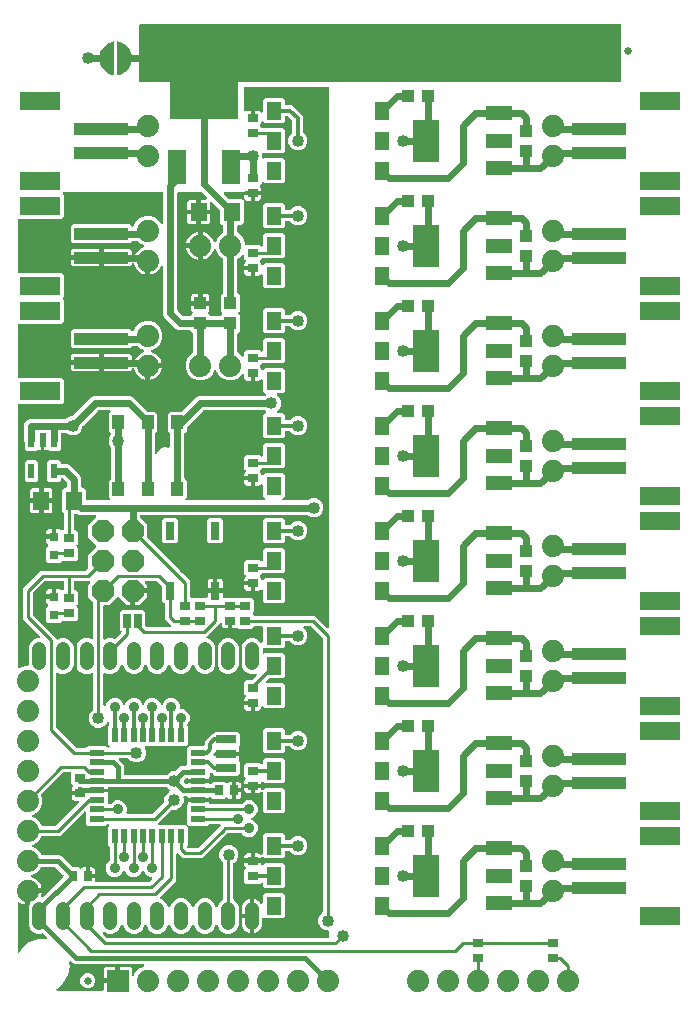
<source format=gbr>
G04 EAGLE Gerber RS-274X export*
G75*
%MOMM*%
%FSLAX34Y34*%
%LPD*%
%INTop Copper*%
%IPPOS*%
%AMOC8*
5,1,8,0,0,1.08239X$1,22.5*%
G01*
%ADD10R,0.900000X0.700000*%
%ADD11R,0.800000X0.800000*%
%ADD12R,1.400000X1.600000*%
%ADD13R,0.700000X0.900000*%
%ADD14R,1.270000X0.558800*%
%ADD15R,0.558800X1.270000*%
%ADD16P,2.034460X8X292.500000*%
%ADD17R,4.600000X1.000000*%
%ADD18R,3.400000X1.600000*%
%ADD19C,1.879600*%
%ADD20R,0.762000X1.524000*%
%ADD21R,1.879600X1.879600*%
%ADD22R,0.550000X1.200000*%
%ADD23C,0.635000*%
%ADD24R,1.700000X0.700000*%
%ADD25R,1.100000X1.000000*%
%ADD26R,1.270000X1.524000*%
%ADD27R,1.000000X1.100000*%
%ADD28R,1.600000X3.000000*%
%ADD29R,5.800000X6.200000*%
%ADD30C,0.030478*%
%ADD31R,2.235200X1.219200*%
%ADD32R,2.200000X3.600000*%
%ADD33R,1.000000X1.150000*%
%ADD34C,1.206500*%
%ADD35R,0.635000X1.270000*%
%ADD36C,0.609600*%
%ADD37C,0.304800*%
%ADD38C,0.406400*%
%ADD39C,0.254000*%
%ADD40C,1.016000*%
%ADD41C,0.889000*%

G36*
X266787Y311336D02*
X266787Y311336D01*
X266816Y311335D01*
X266926Y311363D01*
X267037Y311386D01*
X267063Y311399D01*
X267091Y311407D01*
X267189Y311464D01*
X267289Y311517D01*
X267311Y311537D01*
X267336Y311552D01*
X267413Y311634D01*
X267495Y311712D01*
X267510Y311738D01*
X267530Y311759D01*
X267582Y311860D01*
X267639Y311958D01*
X267646Y311986D01*
X267660Y312012D01*
X267673Y312090D01*
X267709Y312233D01*
X267707Y312296D01*
X267715Y312343D01*
X267715Y768350D01*
X267707Y768408D01*
X267709Y768466D01*
X267687Y768548D01*
X267675Y768632D01*
X267652Y768685D01*
X267637Y768741D01*
X267594Y768814D01*
X267559Y768891D01*
X267521Y768936D01*
X267492Y768986D01*
X267430Y769044D01*
X267376Y769108D01*
X267327Y769140D01*
X267284Y769180D01*
X267209Y769219D01*
X267139Y769266D01*
X267083Y769283D01*
X267031Y769310D01*
X266963Y769321D01*
X266868Y769351D01*
X266768Y769354D01*
X266700Y769365D01*
X196850Y769365D01*
X196792Y769357D01*
X196734Y769359D01*
X196652Y769337D01*
X196569Y769325D01*
X196515Y769302D01*
X196459Y769287D01*
X196386Y769244D01*
X196309Y769209D01*
X196264Y769171D01*
X196214Y769142D01*
X196156Y769080D01*
X196092Y769026D01*
X196060Y768977D01*
X196020Y768934D01*
X195981Y768859D01*
X195935Y768789D01*
X195917Y768733D01*
X195890Y768681D01*
X195879Y768613D01*
X195849Y768518D01*
X195846Y768418D01*
X195835Y768350D01*
X195835Y749638D01*
X195840Y749599D01*
X195838Y749560D01*
X195860Y749459D01*
X195875Y749356D01*
X195891Y749321D01*
X195899Y749283D01*
X195948Y749192D01*
X195991Y749097D01*
X196016Y749067D01*
X196035Y749033D01*
X196108Y748959D01*
X196175Y748880D01*
X196207Y748858D01*
X196234Y748831D01*
X196325Y748780D01*
X196411Y748722D01*
X196448Y748711D01*
X196482Y748692D01*
X196583Y748668D01*
X196682Y748637D01*
X196721Y748636D01*
X196759Y748627D01*
X196863Y748632D01*
X196966Y748629D01*
X197004Y748639D01*
X197043Y748641D01*
X197116Y748668D01*
X197241Y748701D01*
X197305Y748739D01*
X197358Y748759D01*
X197719Y748968D01*
X198366Y749141D01*
X201451Y749141D01*
X201451Y743834D01*
X201459Y743776D01*
X201457Y743718D01*
X201479Y743636D01*
X201491Y743553D01*
X201514Y743499D01*
X201529Y743443D01*
X201572Y743370D01*
X201607Y743293D01*
X201645Y743249D01*
X201674Y743198D01*
X201736Y743141D01*
X201790Y743076D01*
X201839Y743044D01*
X201882Y743004D01*
X201957Y742965D01*
X202027Y742919D01*
X202083Y742901D01*
X202135Y742874D01*
X202203Y742863D01*
X202298Y742833D01*
X202398Y742830D01*
X202466Y742819D01*
X203934Y742819D01*
X203992Y742827D01*
X204050Y742826D01*
X204132Y742847D01*
X204216Y742859D01*
X204269Y742883D01*
X204325Y742897D01*
X204398Y742941D01*
X204475Y742975D01*
X204520Y743013D01*
X204570Y743043D01*
X204628Y743104D01*
X204692Y743159D01*
X204724Y743207D01*
X204764Y743250D01*
X204803Y743325D01*
X204850Y743395D01*
X204867Y743451D01*
X204894Y743503D01*
X204905Y743571D01*
X204935Y743666D01*
X204938Y743766D01*
X204949Y743834D01*
X204949Y749141D01*
X208034Y749141D01*
X208681Y748968D01*
X209260Y748633D01*
X209808Y748085D01*
X209861Y748017D01*
X209878Y748005D01*
X209891Y747990D01*
X209992Y747922D01*
X210092Y747850D01*
X210111Y747843D01*
X210127Y747832D01*
X210244Y747795D01*
X210359Y747754D01*
X210379Y747753D01*
X210398Y747747D01*
X210520Y747743D01*
X210643Y747735D01*
X210662Y747740D01*
X210682Y747739D01*
X210801Y747770D01*
X210921Y747796D01*
X210938Y747806D01*
X210957Y747811D01*
X211062Y747873D01*
X211170Y747932D01*
X211185Y747946D01*
X211202Y747956D01*
X211286Y748046D01*
X211373Y748132D01*
X211383Y748149D01*
X211396Y748164D01*
X211452Y748273D01*
X211512Y748379D01*
X211517Y748399D01*
X211526Y748417D01*
X211538Y748490D01*
X211577Y748656D01*
X211575Y748708D01*
X211581Y748748D01*
X211581Y758183D01*
X213367Y759969D01*
X228593Y759969D01*
X230379Y758183D01*
X230379Y754888D01*
X230387Y754830D01*
X230385Y754772D01*
X230407Y754690D01*
X230419Y754606D01*
X230442Y754553D01*
X230457Y754497D01*
X230500Y754424D01*
X230535Y754347D01*
X230573Y754302D01*
X230602Y754252D01*
X230664Y754194D01*
X230718Y754130D01*
X230767Y754098D01*
X230810Y754058D01*
X230885Y754019D01*
X230955Y753972D01*
X231011Y753955D01*
X231063Y753928D01*
X231131Y753917D01*
X231226Y753887D01*
X231326Y753884D01*
X231394Y753873D01*
X236844Y753873D01*
X245873Y744844D01*
X245873Y731244D01*
X245885Y731157D01*
X245888Y731070D01*
X245905Y731017D01*
X245913Y730962D01*
X245948Y730882D01*
X245975Y730799D01*
X246003Y730760D01*
X246029Y730703D01*
X246125Y730589D01*
X246170Y730526D01*
X248191Y728505D01*
X249429Y725517D01*
X249429Y722283D01*
X248191Y719295D01*
X245905Y717009D01*
X242917Y715771D01*
X239683Y715771D01*
X236695Y717009D01*
X234409Y719295D01*
X233171Y722283D01*
X233171Y725517D01*
X234409Y728505D01*
X236430Y730526D01*
X236482Y730595D01*
X236542Y730659D01*
X236568Y730709D01*
X236601Y730753D01*
X236632Y730835D01*
X236672Y730913D01*
X236680Y730960D01*
X236702Y731019D01*
X236714Y731166D01*
X236727Y731244D01*
X236727Y740635D01*
X236715Y740722D01*
X236712Y740809D01*
X236695Y740862D01*
X236687Y740917D01*
X236652Y740997D01*
X236625Y741080D01*
X236597Y741119D01*
X236571Y741176D01*
X236475Y741290D01*
X236430Y741353D01*
X233353Y744430D01*
X233283Y744482D01*
X233220Y744542D01*
X233170Y744568D01*
X233126Y744601D01*
X233044Y744632D01*
X232966Y744672D01*
X232919Y744680D01*
X232860Y744702D01*
X232713Y744714D01*
X232635Y744727D01*
X231394Y744727D01*
X231336Y744719D01*
X231278Y744721D01*
X231196Y744699D01*
X231112Y744687D01*
X231059Y744664D01*
X231003Y744649D01*
X230930Y744606D01*
X230853Y744571D01*
X230808Y744533D01*
X230758Y744504D01*
X230700Y744442D01*
X230636Y744388D01*
X230604Y744339D01*
X230564Y744296D01*
X230525Y744221D01*
X230478Y744151D01*
X230461Y744095D01*
X230434Y744043D01*
X230423Y743975D01*
X230393Y743880D01*
X230390Y743780D01*
X230379Y743712D01*
X230379Y740417D01*
X228593Y738631D01*
X213367Y738631D01*
X211974Y740025D01*
X211950Y740042D01*
X211931Y740065D01*
X211837Y740127D01*
X211747Y740195D01*
X211719Y740206D01*
X211695Y740222D01*
X211587Y740256D01*
X211481Y740297D01*
X211452Y740299D01*
X211424Y740308D01*
X211310Y740311D01*
X211198Y740320D01*
X211169Y740315D01*
X211140Y740315D01*
X211030Y740287D01*
X210919Y740264D01*
X210893Y740251D01*
X210865Y740243D01*
X210767Y740186D01*
X210667Y740133D01*
X210645Y740113D01*
X210620Y740098D01*
X210543Y740016D01*
X210461Y739938D01*
X210446Y739912D01*
X210426Y739891D01*
X210374Y739790D01*
X210317Y739692D01*
X210310Y739664D01*
X210296Y739638D01*
X210283Y739560D01*
X210247Y739417D01*
X210249Y739354D01*
X210241Y739307D01*
X210241Y739266D01*
X210068Y738619D01*
X209733Y738040D01*
X209370Y737677D01*
X209335Y737630D01*
X209293Y737590D01*
X209250Y737517D01*
X209199Y737450D01*
X209178Y737395D01*
X209149Y737345D01*
X209128Y737263D01*
X209098Y737184D01*
X209093Y737126D01*
X209079Y737069D01*
X209082Y736985D01*
X209075Y736901D01*
X209086Y736844D01*
X209088Y736785D01*
X209114Y736705D01*
X209130Y736622D01*
X209157Y736570D01*
X209175Y736515D01*
X209215Y736458D01*
X209261Y736370D01*
X209330Y736298D01*
X209370Y736241D01*
X210895Y734716D01*
X210965Y734664D01*
X211029Y734604D01*
X211079Y734578D01*
X211123Y734545D01*
X211204Y734514D01*
X211282Y734474D01*
X211330Y734466D01*
X211388Y734444D01*
X211536Y734432D01*
X211613Y734419D01*
X212797Y734419D01*
X212883Y734431D01*
X212971Y734434D01*
X213023Y734451D01*
X213078Y734459D01*
X213158Y734494D01*
X213241Y734521D01*
X213280Y734549D01*
X213324Y734569D01*
X228593Y734569D01*
X230379Y732783D01*
X230379Y715017D01*
X228593Y713231D01*
X213367Y713231D01*
X213062Y713537D01*
X213038Y713554D01*
X213019Y713577D01*
X212925Y713639D01*
X212835Y713707D01*
X212807Y713718D01*
X212783Y713734D01*
X212675Y713768D01*
X212569Y713809D01*
X212540Y713811D01*
X212512Y713820D01*
X212398Y713823D01*
X212286Y713832D01*
X212257Y713827D01*
X212228Y713827D01*
X212118Y713799D01*
X212007Y713776D01*
X211981Y713763D01*
X211953Y713755D01*
X211855Y713698D01*
X211755Y713645D01*
X211733Y713625D01*
X211708Y713610D01*
X211631Y713528D01*
X211549Y713450D01*
X211534Y713424D01*
X211514Y713403D01*
X211462Y713302D01*
X211405Y713204D01*
X211398Y713176D01*
X211384Y713150D01*
X211371Y713072D01*
X211335Y712929D01*
X211337Y712866D01*
X211329Y712819D01*
X211329Y709581D01*
X211333Y709552D01*
X211330Y709523D01*
X211353Y709412D01*
X211369Y709300D01*
X211381Y709273D01*
X211386Y709244D01*
X211439Y709144D01*
X211485Y709040D01*
X211504Y709018D01*
X211517Y708992D01*
X211595Y708910D01*
X211668Y708823D01*
X211693Y708807D01*
X211713Y708786D01*
X211811Y708729D01*
X211905Y708666D01*
X211933Y708657D01*
X211958Y708642D01*
X212068Y708614D01*
X212176Y708580D01*
X212206Y708579D01*
X212234Y708572D01*
X212347Y708576D01*
X212460Y708573D01*
X212489Y708580D01*
X212518Y708581D01*
X212626Y708616D01*
X212735Y708645D01*
X212761Y708659D01*
X212789Y708669D01*
X212853Y708714D01*
X212980Y708790D01*
X213023Y708835D01*
X213062Y708863D01*
X213367Y709169D01*
X228593Y709169D01*
X230379Y707383D01*
X230379Y689617D01*
X228593Y687831D01*
X213367Y687831D01*
X212482Y688717D01*
X212458Y688734D01*
X212439Y688757D01*
X212345Y688819D01*
X212255Y688887D01*
X212227Y688898D01*
X212203Y688914D01*
X212095Y688948D01*
X211989Y688989D01*
X211960Y688991D01*
X211932Y689000D01*
X211818Y689003D01*
X211706Y689012D01*
X211677Y689007D01*
X211648Y689007D01*
X211538Y688979D01*
X211427Y688956D01*
X211401Y688943D01*
X211373Y688935D01*
X211275Y688878D01*
X211175Y688825D01*
X211153Y688805D01*
X211128Y688790D01*
X211051Y688708D01*
X210969Y688630D01*
X210954Y688604D01*
X210934Y688583D01*
X210882Y688482D01*
X210825Y688384D01*
X210818Y688356D01*
X210804Y688330D01*
X210791Y688252D01*
X210755Y688109D01*
X210757Y688046D01*
X210749Y687999D01*
X210749Y687537D01*
X209370Y686159D01*
X209335Y686112D01*
X209293Y686072D01*
X209250Y685999D01*
X209199Y685932D01*
X209178Y685877D01*
X209149Y685826D01*
X209128Y685745D01*
X209098Y685666D01*
X209093Y685607D01*
X209079Y685551D01*
X209082Y685467D01*
X209075Y685383D01*
X209086Y685325D01*
X209088Y685267D01*
X209114Y685187D01*
X209130Y685104D01*
X209157Y685052D01*
X209175Y684996D01*
X209215Y684940D01*
X209261Y684851D01*
X209330Y684779D01*
X209370Y684723D01*
X209733Y684360D01*
X210068Y683781D01*
X210241Y683134D01*
X210241Y681049D01*
X203934Y681049D01*
X203876Y681041D01*
X203818Y681043D01*
X203736Y681021D01*
X203653Y681009D01*
X203599Y680986D01*
X203543Y680971D01*
X203470Y680928D01*
X203393Y680893D01*
X203349Y680855D01*
X203298Y680826D01*
X203241Y680764D01*
X203197Y680727D01*
X203196Y680728D01*
X203141Y680792D01*
X203093Y680824D01*
X203050Y680864D01*
X202975Y680903D01*
X202905Y680950D01*
X202849Y680967D01*
X202797Y680994D01*
X202729Y681005D01*
X202634Y681035D01*
X202534Y681038D01*
X202466Y681049D01*
X196850Y681049D01*
X196792Y681041D01*
X196734Y681043D01*
X196652Y681021D01*
X196569Y681009D01*
X196515Y680986D01*
X196459Y680971D01*
X196386Y680928D01*
X196309Y680893D01*
X196264Y680855D01*
X196214Y680826D01*
X196156Y680764D01*
X196092Y680710D01*
X196060Y680661D01*
X196020Y680618D01*
X195981Y680543D01*
X195935Y680473D01*
X195932Y680465D01*
X179633Y680465D01*
X179604Y680461D01*
X179575Y680464D01*
X179464Y680441D01*
X179351Y680425D01*
X179325Y680413D01*
X179296Y680408D01*
X179195Y680356D01*
X179092Y680309D01*
X179070Y680290D01*
X179044Y680277D01*
X178961Y680199D01*
X178875Y680126D01*
X178859Y680101D01*
X178837Y680081D01*
X178780Y679983D01*
X178717Y679889D01*
X178708Y679861D01*
X178694Y679836D01*
X178666Y679726D01*
X178632Y679618D01*
X178631Y679588D01*
X178624Y679560D01*
X178627Y679447D01*
X178624Y679334D01*
X178632Y679305D01*
X178633Y679276D01*
X178668Y679168D01*
X178696Y679059D01*
X178711Y679033D01*
X178720Y679005D01*
X178766Y678942D01*
X178841Y678814D01*
X178887Y678771D01*
X178915Y678732D01*
X182726Y674921D01*
X182796Y674869D01*
X182860Y674809D01*
X182909Y674783D01*
X182953Y674750D01*
X183035Y674719D01*
X183113Y674679D01*
X183160Y674671D01*
X183219Y674649D01*
X183367Y674637D01*
X183444Y674624D01*
X193713Y674624D01*
X194725Y673611D01*
X194733Y673605D01*
X194739Y673598D01*
X194848Y673519D01*
X194952Y673441D01*
X194962Y673437D01*
X194970Y673431D01*
X195095Y673386D01*
X195218Y673339D01*
X195228Y673338D01*
X195237Y673335D01*
X195370Y673327D01*
X195501Y673316D01*
X195511Y673318D01*
X195521Y673317D01*
X195572Y673328D01*
X195569Y673317D01*
X195554Y673288D01*
X195541Y673211D01*
X195505Y673073D01*
X195507Y673007D01*
X195499Y672957D01*
X195499Y654312D01*
X193713Y652526D01*
X191262Y652526D01*
X191204Y652518D01*
X191146Y652520D01*
X191064Y652498D01*
X190980Y652486D01*
X190927Y652463D01*
X190871Y652448D01*
X190798Y652405D01*
X190721Y652370D01*
X190676Y652332D01*
X190626Y652303D01*
X190568Y652241D01*
X190504Y652187D01*
X190472Y652138D01*
X190432Y652095D01*
X190393Y652020D01*
X190346Y651950D01*
X190329Y651894D01*
X190302Y651842D01*
X190291Y651774D01*
X190261Y651679D01*
X190258Y651579D01*
X190247Y651511D01*
X190247Y646625D01*
X190247Y646624D01*
X190247Y646622D01*
X190267Y646482D01*
X190287Y646344D01*
X190287Y646342D01*
X190287Y646341D01*
X190344Y646215D01*
X190403Y646084D01*
X190404Y646083D01*
X190405Y646082D01*
X190496Y645975D01*
X190586Y645867D01*
X190588Y645866D01*
X190589Y645865D01*
X190602Y645857D01*
X190823Y645710D01*
X190852Y645701D01*
X190873Y645687D01*
X191201Y645552D01*
X194702Y642051D01*
X196597Y637476D01*
X196597Y636364D01*
X196605Y636306D01*
X196603Y636248D01*
X196625Y636166D01*
X196637Y636082D01*
X196660Y636029D01*
X196675Y635973D01*
X196718Y635900D01*
X196753Y635823D01*
X196791Y635778D01*
X196820Y635728D01*
X196882Y635670D01*
X196936Y635606D01*
X196985Y635574D01*
X197028Y635534D01*
X197103Y635495D01*
X197173Y635448D01*
X197229Y635431D01*
X197281Y635404D01*
X197349Y635393D01*
X197444Y635363D01*
X197544Y635360D01*
X197612Y635349D01*
X208963Y635349D01*
X209848Y634463D01*
X209872Y634446D01*
X209891Y634423D01*
X209985Y634361D01*
X210075Y634293D01*
X210103Y634282D01*
X210127Y634266D01*
X210235Y634232D01*
X210341Y634191D01*
X210370Y634189D01*
X210398Y634180D01*
X210512Y634177D01*
X210624Y634168D01*
X210653Y634173D01*
X210682Y634173D01*
X210792Y634201D01*
X210903Y634224D01*
X210929Y634237D01*
X210957Y634245D01*
X211055Y634302D01*
X211155Y634355D01*
X211177Y634375D01*
X211202Y634390D01*
X211279Y634472D01*
X211361Y634550D01*
X211376Y634576D01*
X211396Y634597D01*
X211448Y634698D01*
X211505Y634796D01*
X211512Y634824D01*
X211526Y634850D01*
X211539Y634928D01*
X211575Y635071D01*
X211573Y635134D01*
X211581Y635181D01*
X211581Y643883D01*
X213367Y645669D01*
X228593Y645669D01*
X230379Y643883D01*
X230379Y626117D01*
X228593Y624331D01*
X213319Y624331D01*
X213287Y624355D01*
X213206Y624386D01*
X213128Y624426D01*
X213080Y624434D01*
X213022Y624456D01*
X212874Y624468D01*
X212797Y624481D01*
X211613Y624481D01*
X211527Y624469D01*
X211439Y624466D01*
X211387Y624449D01*
X211332Y624441D01*
X211252Y624406D01*
X211169Y624379D01*
X211130Y624351D01*
X211072Y624325D01*
X210959Y624229D01*
X210895Y624184D01*
X209370Y622659D01*
X209335Y622612D01*
X209293Y622572D01*
X209250Y622499D01*
X209199Y622431D01*
X209179Y622377D01*
X209149Y622326D01*
X209128Y622245D01*
X209098Y622166D01*
X209093Y622108D01*
X209079Y622051D01*
X209082Y621966D01*
X209075Y621882D01*
X209086Y621825D01*
X209088Y621767D01*
X209114Y621686D01*
X209130Y621604D01*
X209157Y621552D01*
X209175Y621496D01*
X209216Y621440D01*
X209261Y621351D01*
X209330Y621279D01*
X209370Y621223D01*
X209733Y620860D01*
X210068Y620281D01*
X210241Y619634D01*
X210241Y619593D01*
X210245Y619564D01*
X210242Y619535D01*
X210265Y619424D01*
X210281Y619312D01*
X210293Y619285D01*
X210298Y619256D01*
X210351Y619156D01*
X210397Y619052D01*
X210416Y619030D01*
X210429Y619004D01*
X210507Y618922D01*
X210580Y618835D01*
X210605Y618819D01*
X210625Y618798D01*
X210723Y618741D01*
X210817Y618678D01*
X210845Y618669D01*
X210870Y618654D01*
X210980Y618626D01*
X211088Y618592D01*
X211118Y618591D01*
X211146Y618584D01*
X211259Y618588D01*
X211372Y618585D01*
X211401Y618592D01*
X211430Y618593D01*
X211538Y618628D01*
X211647Y618657D01*
X211673Y618671D01*
X211701Y618681D01*
X211765Y618726D01*
X211892Y618802D01*
X211935Y618847D01*
X211974Y618875D01*
X213367Y620269D01*
X228593Y620269D01*
X230379Y618483D01*
X230379Y600717D01*
X228593Y598931D01*
X213367Y598931D01*
X211581Y600717D01*
X211581Y610152D01*
X211579Y610172D01*
X211581Y610191D01*
X211559Y610313D01*
X211541Y610434D01*
X211533Y610452D01*
X211530Y610471D01*
X211475Y610581D01*
X211425Y610693D01*
X211412Y610708D01*
X211404Y610726D01*
X211321Y610816D01*
X211242Y610910D01*
X211225Y610921D01*
X211212Y610936D01*
X211107Y611000D01*
X211005Y611068D01*
X210986Y611074D01*
X210969Y611084D01*
X210851Y611116D01*
X210734Y611153D01*
X210714Y611154D01*
X210695Y611159D01*
X210572Y611158D01*
X210450Y611161D01*
X210431Y611156D01*
X210411Y611155D01*
X210293Y611120D01*
X210175Y611089D01*
X210158Y611079D01*
X210139Y611073D01*
X210035Y611006D01*
X209930Y610944D01*
X209917Y610929D01*
X209900Y610919D01*
X209853Y610861D01*
X209828Y610835D01*
X209828Y610834D01*
X209260Y610267D01*
X208681Y609932D01*
X208034Y609759D01*
X204949Y609759D01*
X204949Y615066D01*
X204941Y615124D01*
X204943Y615182D01*
X204921Y615264D01*
X204909Y615347D01*
X204886Y615401D01*
X204871Y615457D01*
X204828Y615530D01*
X204793Y615607D01*
X204755Y615651D01*
X204726Y615702D01*
X204664Y615759D01*
X204610Y615824D01*
X204561Y615856D01*
X204518Y615896D01*
X204443Y615935D01*
X204373Y615981D01*
X204317Y615999D01*
X204265Y616026D01*
X204197Y616037D01*
X204102Y616067D01*
X204002Y616070D01*
X203934Y616081D01*
X203481Y616081D01*
X203481Y616534D01*
X203473Y616592D01*
X203474Y616650D01*
X203453Y616732D01*
X203441Y616816D01*
X203417Y616869D01*
X203403Y616925D01*
X203359Y616998D01*
X203325Y617075D01*
X203287Y617120D01*
X203257Y617170D01*
X203196Y617228D01*
X203141Y617292D01*
X203093Y617324D01*
X203050Y617364D01*
X202975Y617403D01*
X202905Y617450D01*
X202849Y617467D01*
X202797Y617494D01*
X202729Y617505D01*
X202634Y617535D01*
X202534Y617538D01*
X202466Y617549D01*
X196159Y617549D01*
X196159Y619634D01*
X196332Y620281D01*
X196667Y620860D01*
X197030Y621223D01*
X197065Y621270D01*
X197107Y621310D01*
X197150Y621383D01*
X197201Y621450D01*
X197222Y621505D01*
X197251Y621555D01*
X197272Y621637D01*
X197302Y621716D01*
X197307Y621774D01*
X197321Y621831D01*
X197318Y621915D01*
X197325Y621999D01*
X197314Y622056D01*
X197312Y622115D01*
X197286Y622195D01*
X197270Y622278D01*
X197243Y622330D01*
X197225Y622385D01*
X197184Y622442D01*
X197139Y622530D01*
X197070Y622602D01*
X197030Y622659D01*
X195651Y624037D01*
X195651Y626448D01*
X195647Y626477D01*
X195650Y626506D01*
X195627Y626617D01*
X195611Y626729D01*
X195599Y626756D01*
X195594Y626785D01*
X195541Y626886D01*
X195495Y626989D01*
X195476Y627011D01*
X195463Y627037D01*
X195385Y627119D01*
X195312Y627206D01*
X195287Y627222D01*
X195267Y627243D01*
X195169Y627301D01*
X195075Y627363D01*
X195047Y627372D01*
X195022Y627387D01*
X194912Y627415D01*
X194804Y627449D01*
X194774Y627450D01*
X194746Y627457D01*
X194633Y627454D01*
X194520Y627456D01*
X194491Y627449D01*
X194462Y627448D01*
X194354Y627413D01*
X194245Y627385D01*
X194219Y627370D01*
X194191Y627361D01*
X194128Y627315D01*
X194000Y627239D01*
X193957Y627194D01*
X193918Y627166D01*
X191201Y624448D01*
X190874Y624313D01*
X190872Y624312D01*
X190871Y624312D01*
X190753Y624242D01*
X190746Y624238D01*
X190721Y624226D01*
X190707Y624215D01*
X190629Y624168D01*
X190628Y624167D01*
X190626Y624166D01*
X190534Y624068D01*
X190504Y624043D01*
X190490Y624021D01*
X190433Y623962D01*
X190433Y623960D01*
X190432Y623959D01*
X190377Y623851D01*
X190346Y623806D01*
X190336Y623771D01*
X190303Y623709D01*
X190303Y623707D01*
X190302Y623706D01*
X190300Y623691D01*
X190283Y623604D01*
X190261Y623535D01*
X190259Y623487D01*
X190248Y623430D01*
X190251Y623399D01*
X190247Y623375D01*
X190247Y595485D01*
X190259Y595399D01*
X190262Y595311D01*
X190279Y595259D01*
X190287Y595204D01*
X190322Y595124D01*
X190349Y595041D01*
X190377Y595002D01*
X190403Y594944D01*
X190499Y594831D01*
X190544Y594767D01*
X192199Y593113D01*
X192199Y579587D01*
X191179Y578568D01*
X191144Y578521D01*
X191102Y578481D01*
X191059Y578408D01*
X191009Y578341D01*
X190988Y578286D01*
X190958Y578236D01*
X190937Y578154D01*
X190907Y578075D01*
X190902Y578017D01*
X190888Y577960D01*
X190891Y577876D01*
X190884Y577792D01*
X190895Y577734D01*
X190897Y577676D01*
X190923Y577596D01*
X190940Y577513D01*
X190967Y577461D01*
X190985Y577405D01*
X191025Y577349D01*
X191071Y577261D01*
X191139Y577188D01*
X191179Y577132D01*
X192199Y576113D01*
X192199Y562587D01*
X190544Y560933D01*
X190492Y560863D01*
X190432Y560799D01*
X190406Y560750D01*
X190373Y560705D01*
X190342Y560624D01*
X190302Y560546D01*
X190294Y560498D01*
X190272Y560440D01*
X190260Y560292D01*
X190247Y560215D01*
X190247Y545025D01*
X190247Y545024D01*
X190247Y545022D01*
X190267Y544879D01*
X190287Y544744D01*
X190287Y544742D01*
X190287Y544741D01*
X190346Y544611D01*
X190403Y544484D01*
X190404Y544483D01*
X190405Y544482D01*
X190498Y544372D01*
X190586Y544267D01*
X190588Y544266D01*
X190589Y544265D01*
X190602Y544257D01*
X190823Y544110D01*
X190852Y544101D01*
X190873Y544087D01*
X191201Y543952D01*
X193918Y541234D01*
X193942Y541217D01*
X193961Y541194D01*
X194055Y541131D01*
X194145Y541063D01*
X194173Y541053D01*
X194197Y541037D01*
X194305Y541002D01*
X194411Y540962D01*
X194440Y540960D01*
X194468Y540951D01*
X194582Y540948D01*
X194694Y540939D01*
X194723Y540944D01*
X194752Y540944D01*
X194862Y540972D01*
X194973Y540994D01*
X194999Y541008D01*
X195027Y541015D01*
X195125Y541073D01*
X195225Y541125D01*
X195247Y541146D01*
X195272Y541161D01*
X195349Y541243D01*
X195431Y541321D01*
X195446Y541347D01*
X195466Y541368D01*
X195518Y541469D01*
X195575Y541566D01*
X195582Y541595D01*
X195596Y541621D01*
X195609Y541698D01*
X195645Y541842D01*
X195643Y541904D01*
X195651Y541952D01*
X195651Y544663D01*
X197437Y546449D01*
X208963Y546449D01*
X209848Y545563D01*
X209872Y545546D01*
X209891Y545523D01*
X209985Y545461D01*
X210075Y545393D01*
X210103Y545382D01*
X210127Y545366D01*
X210235Y545332D01*
X210341Y545291D01*
X210370Y545289D01*
X210398Y545280D01*
X210512Y545277D01*
X210624Y545268D01*
X210653Y545273D01*
X210682Y545273D01*
X210792Y545301D01*
X210903Y545324D01*
X210929Y545337D01*
X210957Y545345D01*
X211055Y545402D01*
X211155Y545455D01*
X211177Y545475D01*
X211202Y545490D01*
X211279Y545572D01*
X211361Y545650D01*
X211376Y545676D01*
X211396Y545697D01*
X211448Y545798D01*
X211505Y545896D01*
X211512Y545924D01*
X211526Y545950D01*
X211539Y546028D01*
X211575Y546171D01*
X211573Y546234D01*
X211581Y546281D01*
X211581Y554983D01*
X213367Y556769D01*
X228593Y556769D01*
X230379Y554983D01*
X230379Y537217D01*
X228593Y535431D01*
X213319Y535431D01*
X213287Y535455D01*
X213206Y535486D01*
X213128Y535526D01*
X213080Y535534D01*
X213022Y535556D01*
X212874Y535568D01*
X212797Y535581D01*
X211613Y535581D01*
X211527Y535569D01*
X211439Y535566D01*
X211387Y535549D01*
X211332Y535541D01*
X211252Y535506D01*
X211169Y535479D01*
X211130Y535451D01*
X211072Y535425D01*
X210959Y535329D01*
X210895Y535284D01*
X209370Y533759D01*
X209335Y533712D01*
X209293Y533672D01*
X209250Y533599D01*
X209199Y533531D01*
X209179Y533477D01*
X209149Y533426D01*
X209128Y533345D01*
X209098Y533266D01*
X209093Y533208D01*
X209079Y533151D01*
X209082Y533066D01*
X209075Y532982D01*
X209086Y532925D01*
X209088Y532867D01*
X209114Y532786D01*
X209130Y532704D01*
X209157Y532652D01*
X209175Y532596D01*
X209216Y532540D01*
X209261Y532451D01*
X209315Y532395D01*
X209327Y532374D01*
X209346Y532357D01*
X209370Y532323D01*
X209733Y531960D01*
X210068Y531381D01*
X210241Y530734D01*
X210241Y530693D01*
X210245Y530664D01*
X210242Y530635D01*
X210265Y530524D01*
X210281Y530412D01*
X210293Y530385D01*
X210298Y530356D01*
X210351Y530256D01*
X210397Y530152D01*
X210416Y530130D01*
X210429Y530104D01*
X210507Y530022D01*
X210580Y529935D01*
X210605Y529919D01*
X210625Y529898D01*
X210723Y529841D01*
X210817Y529778D01*
X210845Y529769D01*
X210870Y529754D01*
X210980Y529726D01*
X211088Y529692D01*
X211118Y529691D01*
X211146Y529684D01*
X211259Y529688D01*
X211372Y529685D01*
X211401Y529692D01*
X211430Y529693D01*
X211538Y529728D01*
X211647Y529757D01*
X211673Y529771D01*
X211701Y529781D01*
X211765Y529826D01*
X211892Y529902D01*
X211935Y529947D01*
X211974Y529975D01*
X213367Y531369D01*
X228593Y531369D01*
X230379Y529583D01*
X230379Y511817D01*
X228593Y510031D01*
X224641Y510031D01*
X224611Y510027D01*
X224582Y510030D01*
X224471Y510007D01*
X224359Y509991D01*
X224332Y509979D01*
X224303Y509974D01*
X224203Y509921D01*
X224100Y509875D01*
X224077Y509856D01*
X224051Y509843D01*
X223969Y509765D01*
X223883Y509692D01*
X223866Y509667D01*
X223845Y509647D01*
X223788Y509549D01*
X223725Y509455D01*
X223716Y509427D01*
X223701Y509402D01*
X223674Y509292D01*
X223639Y509184D01*
X223638Y509154D01*
X223631Y509126D01*
X223635Y509013D01*
X223632Y508900D01*
X223639Y508871D01*
X223640Y508842D01*
X223675Y508734D01*
X223704Y508625D01*
X223719Y508599D01*
X223728Y508571D01*
X223773Y508508D01*
X223849Y508380D01*
X223895Y508337D01*
X223923Y508298D01*
X225966Y506255D01*
X227204Y503267D01*
X227204Y500033D01*
X225966Y497045D01*
X223923Y495002D01*
X223905Y494978D01*
X223883Y494959D01*
X223820Y494865D01*
X223752Y494775D01*
X223741Y494747D01*
X223725Y494723D01*
X223691Y494615D01*
X223651Y494509D01*
X223648Y494480D01*
X223639Y494452D01*
X223636Y494338D01*
X223627Y494226D01*
X223633Y494197D01*
X223632Y494168D01*
X223661Y494058D01*
X223683Y493947D01*
X223696Y493921D01*
X223704Y493893D01*
X223762Y493795D01*
X223814Y493695D01*
X223834Y493673D01*
X223849Y493648D01*
X223932Y493571D01*
X224010Y493489D01*
X224035Y493474D01*
X224056Y493454D01*
X224157Y493402D01*
X224255Y493345D01*
X224283Y493338D01*
X224309Y493324D01*
X224387Y493311D01*
X224530Y493275D01*
X224593Y493277D01*
X224641Y493269D01*
X228593Y493269D01*
X230379Y491483D01*
X230379Y488188D01*
X230387Y488130D01*
X230385Y488072D01*
X230407Y487990D01*
X230419Y487906D01*
X230442Y487853D01*
X230457Y487797D01*
X230500Y487724D01*
X230535Y487647D01*
X230573Y487602D01*
X230602Y487552D01*
X230664Y487494D01*
X230718Y487430D01*
X230767Y487398D01*
X230810Y487358D01*
X230885Y487319D01*
X230955Y487272D01*
X231011Y487255D01*
X231063Y487228D01*
X231131Y487217D01*
X231226Y487187D01*
X231326Y487184D01*
X231394Y487173D01*
X233956Y487173D01*
X234043Y487185D01*
X234130Y487188D01*
X234183Y487205D01*
X234238Y487213D01*
X234318Y487248D01*
X234401Y487275D01*
X234440Y487303D01*
X234497Y487329D01*
X234611Y487425D01*
X234674Y487470D01*
X236695Y489491D01*
X239683Y490729D01*
X242917Y490729D01*
X245905Y489491D01*
X248191Y487205D01*
X249429Y484217D01*
X249429Y480983D01*
X248191Y477995D01*
X245905Y475709D01*
X242917Y474471D01*
X239683Y474471D01*
X236695Y475709D01*
X234674Y477730D01*
X234605Y477782D01*
X234541Y477842D01*
X234491Y477868D01*
X234447Y477901D01*
X234365Y477932D01*
X234287Y477972D01*
X234240Y477980D01*
X234181Y478002D01*
X234034Y478014D01*
X233956Y478027D01*
X231394Y478027D01*
X231336Y478019D01*
X231278Y478021D01*
X231196Y477999D01*
X231112Y477987D01*
X231059Y477964D01*
X231003Y477949D01*
X230930Y477906D01*
X230853Y477871D01*
X230808Y477833D01*
X230758Y477804D01*
X230700Y477742D01*
X230636Y477688D01*
X230604Y477639D01*
X230564Y477596D01*
X230525Y477521D01*
X230478Y477451D01*
X230461Y477395D01*
X230434Y477343D01*
X230423Y477275D01*
X230393Y477180D01*
X230390Y477080D01*
X230379Y477012D01*
X230379Y473717D01*
X228593Y471931D01*
X213367Y471931D01*
X211581Y473717D01*
X211581Y491483D01*
X213367Y493269D01*
X213509Y493269D01*
X213539Y493273D01*
X213568Y493270D01*
X213679Y493293D01*
X213791Y493309D01*
X213818Y493321D01*
X213847Y493326D01*
X213947Y493378D01*
X214050Y493425D01*
X214073Y493444D01*
X214099Y493457D01*
X214181Y493535D01*
X214267Y493608D01*
X214284Y493633D01*
X214305Y493653D01*
X214362Y493751D01*
X214425Y493845D01*
X214434Y493873D01*
X214449Y493898D01*
X214477Y494008D01*
X214511Y494116D01*
X214512Y494145D01*
X214519Y494174D01*
X214515Y494287D01*
X214518Y494400D01*
X214511Y494429D01*
X214510Y494458D01*
X214475Y494566D01*
X214446Y494675D01*
X214431Y494701D01*
X214422Y494729D01*
X214377Y494792D01*
X214301Y494920D01*
X214255Y494963D01*
X214227Y495002D01*
X213973Y495256D01*
X213903Y495309D01*
X213840Y495368D01*
X213790Y495394D01*
X213746Y495427D01*
X213664Y495458D01*
X213586Y495498D01*
X213539Y495506D01*
X213480Y495528D01*
X213333Y495540D01*
X213255Y495553D01*
X161696Y495553D01*
X161609Y495541D01*
X161522Y495538D01*
X161469Y495521D01*
X161414Y495513D01*
X161335Y495478D01*
X161251Y495451D01*
X161212Y495423D01*
X161155Y495397D01*
X161042Y495301D01*
X160978Y495256D01*
X147646Y481924D01*
X147637Y481912D01*
X147632Y481908D01*
X147619Y481888D01*
X147594Y481854D01*
X147534Y481790D01*
X147508Y481741D01*
X147475Y481697D01*
X147444Y481615D01*
X147404Y481537D01*
X147396Y481490D01*
X147374Y481431D01*
X147362Y481283D01*
X147349Y481206D01*
X147349Y478437D01*
X145694Y476783D01*
X145642Y476713D01*
X145582Y476649D01*
X145556Y476600D01*
X145523Y476555D01*
X145492Y476474D01*
X145452Y476396D01*
X145444Y476348D01*
X145422Y476290D01*
X145410Y476142D01*
X145397Y476065D01*
X145397Y438335D01*
X145409Y438249D01*
X145412Y438161D01*
X145429Y438109D01*
X145437Y438054D01*
X145472Y437974D01*
X145499Y437891D01*
X145527Y437852D01*
X145553Y437794D01*
X145649Y437681D01*
X145694Y437617D01*
X147349Y435963D01*
X147349Y421937D01*
X146466Y421055D01*
X146449Y421031D01*
X146426Y421012D01*
X146364Y420918D01*
X146296Y420828D01*
X146285Y420800D01*
X146269Y420776D01*
X146235Y420668D01*
X146194Y420562D01*
X146192Y420533D01*
X146183Y420505D01*
X146180Y420391D01*
X146171Y420279D01*
X146176Y420250D01*
X146176Y420221D01*
X146204Y420111D01*
X146227Y420000D01*
X146240Y419974D01*
X146248Y419946D01*
X146305Y419848D01*
X146358Y419748D01*
X146378Y419726D01*
X146393Y419701D01*
X146475Y419624D01*
X146553Y419542D01*
X146579Y419527D01*
X146600Y419507D01*
X146701Y419455D01*
X146799Y419398D01*
X146827Y419391D01*
X146853Y419377D01*
X146931Y419364D01*
X147074Y419328D01*
X147137Y419330D01*
X147184Y419322D01*
X212726Y419322D01*
X212755Y419326D01*
X212784Y419323D01*
X212895Y419346D01*
X213007Y419362D01*
X213034Y419374D01*
X213063Y419379D01*
X213163Y419432D01*
X213267Y419478D01*
X213289Y419497D01*
X213315Y419510D01*
X213397Y419588D01*
X213484Y419661D01*
X213500Y419686D01*
X213521Y419706D01*
X213578Y419804D01*
X213641Y419898D01*
X213650Y419926D01*
X213665Y419951D01*
X213693Y420061D01*
X213727Y420169D01*
X213728Y420199D01*
X213735Y420227D01*
X213731Y420340D01*
X213734Y420453D01*
X213727Y420482D01*
X213726Y420511D01*
X213691Y420619D01*
X213662Y420728D01*
X213647Y420754D01*
X213638Y420782D01*
X213593Y420845D01*
X213517Y420973D01*
X213472Y421016D01*
X213444Y421055D01*
X211581Y422917D01*
X211581Y432352D01*
X211579Y432372D01*
X211581Y432391D01*
X211559Y432513D01*
X211541Y432634D01*
X211533Y432652D01*
X211530Y432671D01*
X211475Y432781D01*
X211425Y432893D01*
X211412Y432908D01*
X211404Y432926D01*
X211321Y433016D01*
X211242Y433110D01*
X211225Y433121D01*
X211212Y433136D01*
X211107Y433200D01*
X211005Y433268D01*
X210986Y433274D01*
X210969Y433284D01*
X210851Y433316D01*
X210734Y433353D01*
X210714Y433354D01*
X210695Y433359D01*
X210572Y433358D01*
X210450Y433361D01*
X210431Y433356D01*
X210411Y433355D01*
X210293Y433320D01*
X210175Y433289D01*
X210158Y433279D01*
X210139Y433273D01*
X210035Y433206D01*
X209930Y433144D01*
X209917Y433129D01*
X209900Y433119D01*
X209853Y433061D01*
X209828Y433035D01*
X209828Y433034D01*
X209260Y432467D01*
X208681Y432132D01*
X208034Y431959D01*
X204949Y431959D01*
X204949Y437266D01*
X204941Y437324D01*
X204943Y437382D01*
X204921Y437464D01*
X204909Y437547D01*
X204886Y437601D01*
X204871Y437657D01*
X204828Y437730D01*
X204793Y437807D01*
X204755Y437851D01*
X204726Y437902D01*
X204664Y437959D01*
X204610Y438024D01*
X204561Y438056D01*
X204518Y438096D01*
X204443Y438135D01*
X204373Y438181D01*
X204317Y438199D01*
X204265Y438226D01*
X204197Y438237D01*
X204102Y438267D01*
X204002Y438270D01*
X203934Y438281D01*
X203481Y438281D01*
X203481Y438734D01*
X203473Y438792D01*
X203474Y438850D01*
X203453Y438932D01*
X203441Y439016D01*
X203417Y439069D01*
X203403Y439125D01*
X203359Y439198D01*
X203325Y439275D01*
X203287Y439320D01*
X203257Y439370D01*
X203196Y439428D01*
X203141Y439492D01*
X203093Y439524D01*
X203050Y439564D01*
X202975Y439603D01*
X202905Y439650D01*
X202849Y439667D01*
X202797Y439694D01*
X202729Y439705D01*
X202634Y439735D01*
X202534Y439738D01*
X202466Y439749D01*
X196159Y439749D01*
X196159Y441834D01*
X196332Y442481D01*
X196667Y443060D01*
X197030Y443423D01*
X197065Y443470D01*
X197107Y443510D01*
X197150Y443583D01*
X197201Y443650D01*
X197222Y443705D01*
X197251Y443755D01*
X197272Y443837D01*
X197302Y443916D01*
X197307Y443974D01*
X197321Y444031D01*
X197318Y444115D01*
X197325Y444199D01*
X197314Y444256D01*
X197312Y444315D01*
X197286Y444395D01*
X197270Y444478D01*
X197243Y444530D01*
X197225Y444585D01*
X197185Y444642D01*
X197139Y444730D01*
X197070Y444802D01*
X197030Y444859D01*
X195651Y446237D01*
X195651Y455763D01*
X197437Y457549D01*
X208963Y457549D01*
X209848Y456663D01*
X209872Y456646D01*
X209891Y456623D01*
X209985Y456561D01*
X210075Y456493D01*
X210103Y456482D01*
X210127Y456466D01*
X210235Y456432D01*
X210341Y456391D01*
X210370Y456389D01*
X210398Y456380D01*
X210512Y456377D01*
X210624Y456368D01*
X210653Y456373D01*
X210682Y456373D01*
X210792Y456401D01*
X210903Y456424D01*
X210929Y456437D01*
X210957Y456445D01*
X211055Y456502D01*
X211155Y456555D01*
X211177Y456575D01*
X211202Y456590D01*
X211279Y456672D01*
X211361Y456750D01*
X211376Y456776D01*
X211396Y456797D01*
X211448Y456898D01*
X211505Y456996D01*
X211512Y457024D01*
X211526Y457050D01*
X211539Y457128D01*
X211575Y457271D01*
X211573Y457334D01*
X211581Y457381D01*
X211581Y466083D01*
X213367Y467869D01*
X228593Y467869D01*
X230379Y466083D01*
X230379Y448317D01*
X228593Y446531D01*
X213319Y446531D01*
X213287Y446555D01*
X213206Y446586D01*
X213128Y446626D01*
X213080Y446634D01*
X213022Y446656D01*
X212874Y446668D01*
X212797Y446681D01*
X211613Y446681D01*
X211527Y446669D01*
X211439Y446666D01*
X211387Y446649D01*
X211332Y446641D01*
X211252Y446606D01*
X211169Y446579D01*
X211130Y446551D01*
X211072Y446525D01*
X210959Y446429D01*
X210895Y446384D01*
X209370Y444859D01*
X209335Y444812D01*
X209293Y444772D01*
X209250Y444699D01*
X209199Y444631D01*
X209179Y444577D01*
X209149Y444526D01*
X209128Y444445D01*
X209098Y444366D01*
X209093Y444308D01*
X209079Y444251D01*
X209082Y444166D01*
X209075Y444082D01*
X209086Y444025D01*
X209088Y443967D01*
X209114Y443886D01*
X209130Y443804D01*
X209157Y443752D01*
X209175Y443696D01*
X209216Y443640D01*
X209261Y443551D01*
X209330Y443479D01*
X209370Y443423D01*
X209733Y443060D01*
X210068Y442481D01*
X210241Y441834D01*
X210241Y441793D01*
X210245Y441764D01*
X210242Y441735D01*
X210265Y441624D01*
X210281Y441512D01*
X210293Y441485D01*
X210298Y441456D01*
X210351Y441356D01*
X210397Y441252D01*
X210416Y441230D01*
X210429Y441204D01*
X210507Y441122D01*
X210580Y441035D01*
X210605Y441019D01*
X210625Y440998D01*
X210723Y440941D01*
X210817Y440878D01*
X210845Y440869D01*
X210870Y440854D01*
X210980Y440826D01*
X211088Y440792D01*
X211118Y440791D01*
X211146Y440784D01*
X211259Y440788D01*
X211372Y440785D01*
X211401Y440792D01*
X211430Y440793D01*
X211538Y440828D01*
X211647Y440857D01*
X211673Y440871D01*
X211701Y440881D01*
X211765Y440926D01*
X211892Y441002D01*
X211935Y441047D01*
X211974Y441075D01*
X213367Y442469D01*
X228593Y442469D01*
X230379Y440683D01*
X230379Y422917D01*
X228516Y421055D01*
X228499Y421031D01*
X228476Y421012D01*
X228414Y420918D01*
X228346Y420828D01*
X228335Y420800D01*
X228319Y420776D01*
X228285Y420668D01*
X228244Y420562D01*
X228242Y420533D01*
X228233Y420505D01*
X228230Y420391D01*
X228221Y420279D01*
X228226Y420250D01*
X228226Y420221D01*
X228254Y420111D01*
X228277Y420000D01*
X228290Y419974D01*
X228298Y419946D01*
X228355Y419848D01*
X228408Y419748D01*
X228428Y419726D01*
X228443Y419701D01*
X228525Y419624D01*
X228603Y419542D01*
X228629Y419527D01*
X228650Y419507D01*
X228751Y419455D01*
X228849Y419398D01*
X228877Y419391D01*
X228903Y419377D01*
X228981Y419364D01*
X229124Y419328D01*
X229187Y419330D01*
X229234Y419322D01*
X249180Y419322D01*
X249267Y419334D01*
X249355Y419337D01*
X249407Y419354D01*
X249462Y419362D01*
X249542Y419397D01*
X249625Y419424D01*
X249664Y419452D01*
X249721Y419478D01*
X249834Y419574D01*
X249898Y419619D01*
X250395Y420116D01*
X253383Y421354D01*
X256617Y421354D01*
X259605Y420116D01*
X261891Y417830D01*
X263129Y414842D01*
X263129Y411608D01*
X261891Y408620D01*
X259605Y406334D01*
X256617Y405096D01*
X253383Y405096D01*
X250395Y406334D01*
X249898Y406831D01*
X249828Y406883D01*
X249765Y406943D01*
X249715Y406969D01*
X249671Y407002D01*
X249589Y407033D01*
X249512Y407073D01*
X249464Y407081D01*
X249406Y407103D01*
X249258Y407115D01*
X249180Y407128D01*
X108712Y407128D01*
X108654Y407120D01*
X108596Y407122D01*
X108514Y407100D01*
X108430Y407088D01*
X108377Y407065D01*
X108321Y407050D01*
X108248Y407007D01*
X108171Y406972D01*
X108126Y406934D01*
X108076Y406905D01*
X108018Y406843D01*
X107954Y406789D01*
X107922Y406740D01*
X107882Y406697D01*
X107843Y406622D01*
X107796Y406552D01*
X107779Y406496D01*
X107752Y406444D01*
X107741Y406376D01*
X107711Y406281D01*
X107708Y406181D01*
X107697Y406113D01*
X107697Y405626D01*
X107709Y405539D01*
X107712Y405452D01*
X107729Y405399D01*
X107737Y405345D01*
X107772Y405265D01*
X107799Y405182D01*
X107827Y405142D01*
X107853Y405085D01*
X107949Y404972D01*
X107994Y404908D01*
X114047Y398856D01*
X114047Y388503D01*
X114002Y388443D01*
X113981Y388389D01*
X113952Y388338D01*
X113931Y388257D01*
X113901Y388178D01*
X113896Y388119D01*
X113881Y388063D01*
X113884Y387979D01*
X113877Y387894D01*
X113889Y387837D01*
X113891Y387779D01*
X113916Y387699D01*
X113933Y387616D01*
X113960Y387564D01*
X113978Y387508D01*
X114018Y387452D01*
X114064Y387363D01*
X114133Y387291D01*
X114173Y387235D01*
X150369Y351039D01*
X150369Y337914D01*
X150377Y337856D01*
X150375Y337798D01*
X150397Y337716D01*
X150409Y337632D01*
X150432Y337579D01*
X150447Y337523D01*
X150490Y337450D01*
X150525Y337373D01*
X150563Y337328D01*
X150592Y337278D01*
X150654Y337220D01*
X150708Y337156D01*
X150757Y337124D01*
X150800Y337084D01*
X150875Y337045D01*
X150945Y336998D01*
X151001Y336981D01*
X151053Y336954D01*
X151121Y336943D01*
X151216Y336913D01*
X151316Y336910D01*
X151384Y336899D01*
X151856Y336899D01*
X151909Y336859D01*
X151964Y336838D01*
X152014Y336808D01*
X152096Y336787D01*
X152175Y336757D01*
X152233Y336752D01*
X152290Y336738D01*
X152374Y336741D01*
X152458Y336734D01*
X152516Y336745D01*
X152574Y336747D01*
X152654Y336773D01*
X152737Y336790D01*
X152789Y336817D01*
X152845Y336835D01*
X152901Y336875D01*
X152947Y336899D01*
X164084Y336899D01*
X164142Y336907D01*
X164200Y336905D01*
X164282Y336927D01*
X164366Y336939D01*
X164419Y336962D01*
X164475Y336977D01*
X164548Y337020D01*
X164625Y337055D01*
X164670Y337093D01*
X164720Y337122D01*
X164778Y337184D01*
X164842Y337238D01*
X164874Y337287D01*
X164914Y337330D01*
X164953Y337405D01*
X165000Y337475D01*
X165017Y337531D01*
X165044Y337583D01*
X165055Y337651D01*
X165085Y337746D01*
X165088Y337846D01*
X165099Y337914D01*
X165099Y340996D01*
X170561Y340996D01*
X170619Y341004D01*
X170677Y341002D01*
X170759Y341024D01*
X170842Y341036D01*
X170896Y341059D01*
X170952Y341074D01*
X171025Y341117D01*
X171102Y341152D01*
X171146Y341190D01*
X171197Y341219D01*
X171254Y341281D01*
X171319Y341335D01*
X171351Y341384D01*
X171391Y341427D01*
X171430Y341502D01*
X171451Y341534D01*
X171480Y341470D01*
X171518Y341425D01*
X171548Y341375D01*
X171609Y341317D01*
X171664Y341253D01*
X171712Y341221D01*
X171755Y341181D01*
X171830Y341142D01*
X171900Y341095D01*
X171956Y341078D01*
X172008Y341051D01*
X172076Y341040D01*
X172171Y341010D01*
X172271Y341007D01*
X172339Y340996D01*
X177801Y340996D01*
X177801Y337914D01*
X177809Y337856D01*
X177807Y337798D01*
X177829Y337716D01*
X177841Y337632D01*
X177864Y337579D01*
X177879Y337523D01*
X177922Y337450D01*
X177957Y337373D01*
X177995Y337328D01*
X178024Y337278D01*
X178086Y337220D01*
X178140Y337156D01*
X178189Y337124D01*
X178232Y337084D01*
X178307Y337045D01*
X178377Y336998D01*
X178433Y336981D01*
X178485Y336954D01*
X178553Y336943D01*
X178648Y336913D01*
X178748Y336910D01*
X178816Y336899D01*
X189956Y336899D01*
X190009Y336859D01*
X190064Y336838D01*
X190114Y336808D01*
X190196Y336787D01*
X190275Y336757D01*
X190333Y336752D01*
X190390Y336738D01*
X190474Y336741D01*
X190558Y336734D01*
X190616Y336745D01*
X190674Y336747D01*
X190754Y336773D01*
X190837Y336790D01*
X190889Y336817D01*
X190945Y336835D01*
X191001Y336875D01*
X191047Y336899D01*
X202613Y336899D01*
X204399Y335113D01*
X204399Y325587D01*
X203379Y324568D01*
X203368Y324552D01*
X203358Y324544D01*
X203340Y324517D01*
X203302Y324481D01*
X203259Y324408D01*
X203209Y324341D01*
X203188Y324286D01*
X203158Y324236D01*
X203137Y324154D01*
X203107Y324075D01*
X203102Y324017D01*
X203088Y323960D01*
X203091Y323876D01*
X203084Y323792D01*
X203095Y323734D01*
X203097Y323676D01*
X203123Y323596D01*
X203140Y323513D01*
X203167Y323461D01*
X203185Y323405D01*
X203225Y323349D01*
X203271Y323261D01*
X203339Y323188D01*
X203379Y323132D01*
X204545Y321966D01*
X204615Y321914D01*
X204679Y321854D01*
X204728Y321828D01*
X204773Y321795D01*
X204854Y321764D01*
X204932Y321724D01*
X204980Y321716D01*
X205038Y321694D01*
X205186Y321682D01*
X205263Y321669D01*
X255939Y321669D01*
X265982Y311626D01*
X266006Y311608D01*
X266025Y311585D01*
X266119Y311523D01*
X266209Y311455D01*
X266237Y311444D01*
X266261Y311428D01*
X266369Y311394D01*
X266475Y311353D01*
X266504Y311351D01*
X266532Y311342D01*
X266646Y311339D01*
X266758Y311330D01*
X266787Y311336D01*
G37*
G36*
X5166Y277107D02*
X5166Y277107D01*
X5196Y277106D01*
X5453Y277173D01*
X5469Y277177D01*
X10224Y279147D01*
X12404Y279147D01*
X12461Y279155D01*
X12520Y279153D01*
X12601Y279175D01*
X12685Y279187D01*
X12738Y279210D01*
X12795Y279225D01*
X12867Y279268D01*
X12944Y279303D01*
X12989Y279341D01*
X13039Y279370D01*
X13097Y279432D01*
X13161Y279486D01*
X13194Y279535D01*
X13234Y279578D01*
X13272Y279653D01*
X13319Y279723D01*
X13337Y279779D01*
X13363Y279831D01*
X13375Y279899D01*
X13405Y279994D01*
X13407Y280094D01*
X13419Y280162D01*
X13419Y295339D01*
X14801Y298677D01*
X17356Y301231D01*
X20694Y302614D01*
X22203Y302614D01*
X22232Y302618D01*
X22261Y302615D01*
X22372Y302638D01*
X22484Y302654D01*
X22511Y302666D01*
X22540Y302671D01*
X22640Y302723D01*
X22744Y302770D01*
X22766Y302789D01*
X22792Y302802D01*
X22874Y302880D01*
X22961Y302953D01*
X22977Y302978D01*
X22998Y302998D01*
X23055Y303096D01*
X23118Y303190D01*
X23127Y303218D01*
X23142Y303243D01*
X23170Y303353D01*
X23204Y303461D01*
X23205Y303491D01*
X23212Y303519D01*
X23208Y303632D01*
X23211Y303745D01*
X23204Y303774D01*
X23203Y303803D01*
X23168Y303911D01*
X23139Y304020D01*
X23124Y304046D01*
X23115Y304074D01*
X23070Y304137D01*
X22994Y304265D01*
X22949Y304308D01*
X22921Y304347D01*
X11208Y316059D01*
X8381Y318886D01*
X8381Y344689D01*
X11208Y347516D01*
X11209Y347516D01*
X23611Y359919D01*
X61291Y359919D01*
X61377Y359931D01*
X61465Y359934D01*
X61517Y359951D01*
X61572Y359959D01*
X61652Y359994D01*
X61735Y360021D01*
X61774Y360049D01*
X61832Y360075D01*
X61945Y360171D01*
X62008Y360216D01*
X63627Y361835D01*
X63662Y361881D01*
X63705Y361922D01*
X63747Y361995D01*
X63798Y362062D01*
X63819Y362117D01*
X63848Y362167D01*
X63869Y362249D01*
X63899Y362328D01*
X63904Y362386D01*
X63919Y362443D01*
X63916Y362527D01*
X63923Y362611D01*
X63911Y362668D01*
X63909Y362727D01*
X63884Y362807D01*
X63867Y362890D01*
X63840Y362942D01*
X63822Y362997D01*
X63782Y363054D01*
X63753Y363109D01*
X63753Y373456D01*
X70580Y380282D01*
X70615Y380329D01*
X70657Y380369D01*
X70700Y380442D01*
X70751Y380509D01*
X70771Y380564D01*
X70801Y380614D01*
X70822Y380696D01*
X70852Y380775D01*
X70857Y380833D01*
X70871Y380890D01*
X70868Y380974D01*
X70875Y381058D01*
X70864Y381116D01*
X70862Y381174D01*
X70836Y381254D01*
X70820Y381337D01*
X70793Y381389D01*
X70775Y381445D01*
X70735Y381501D01*
X70689Y381589D01*
X70620Y381662D01*
X70580Y381718D01*
X63753Y388544D01*
X63753Y398856D01*
X70293Y405395D01*
X70307Y405415D01*
X70324Y405428D01*
X70326Y405432D01*
X70333Y405438D01*
X70396Y405532D01*
X70464Y405622D01*
X70474Y405650D01*
X70490Y405674D01*
X70525Y405782D01*
X70565Y405888D01*
X70567Y405917D01*
X70576Y405945D01*
X70579Y406059D01*
X70588Y406171D01*
X70583Y406200D01*
X70583Y406229D01*
X70555Y406339D01*
X70533Y406450D01*
X70519Y406476D01*
X70512Y406504D01*
X70454Y406602D01*
X70402Y406702D01*
X70381Y406724D01*
X70366Y406749D01*
X70284Y406826D01*
X70206Y406908D01*
X70180Y406923D01*
X70159Y406943D01*
X70058Y406995D01*
X69961Y407052D01*
X69932Y407059D01*
X69906Y407073D01*
X69829Y407086D01*
X69685Y407122D01*
X69623Y407120D01*
X69575Y407128D01*
X56762Y407128D01*
X54721Y407974D01*
X54691Y407982D01*
X54663Y407996D01*
X54586Y408009D01*
X54445Y408045D01*
X54381Y408043D01*
X54332Y408051D01*
X52959Y408051D01*
X52901Y408043D01*
X52843Y408045D01*
X52761Y408023D01*
X52677Y408011D01*
X52624Y407988D01*
X52568Y407973D01*
X52495Y407930D01*
X52418Y407895D01*
X52373Y407857D01*
X52323Y407828D01*
X52265Y407766D01*
X52201Y407712D01*
X52169Y407663D01*
X52129Y407620D01*
X52090Y407545D01*
X52043Y407475D01*
X52026Y407419D01*
X51999Y407367D01*
X51988Y407299D01*
X51958Y407204D01*
X51955Y407104D01*
X51944Y407036D01*
X51944Y395064D01*
X51952Y395006D01*
X51950Y394948D01*
X51972Y394866D01*
X51984Y394782D01*
X52007Y394729D01*
X52022Y394673D01*
X52065Y394600D01*
X52100Y394523D01*
X52138Y394478D01*
X52167Y394428D01*
X52229Y394370D01*
X52283Y394306D01*
X52332Y394274D01*
X52375Y394234D01*
X52450Y394195D01*
X52520Y394148D01*
X52576Y394131D01*
X52628Y394104D01*
X52696Y394093D01*
X52791Y394063D01*
X52891Y394060D01*
X52959Y394049D01*
X53388Y394049D01*
X55174Y392263D01*
X55174Y382737D01*
X54154Y381718D01*
X54119Y381671D01*
X54077Y381631D01*
X54034Y381558D01*
X53984Y381491D01*
X53963Y381436D01*
X53933Y381386D01*
X53912Y381304D01*
X53882Y381225D01*
X53877Y381167D01*
X53863Y381110D01*
X53866Y381026D01*
X53859Y380942D01*
X53870Y380884D01*
X53872Y380826D01*
X53898Y380746D01*
X53915Y380663D01*
X53942Y380611D01*
X53960Y380555D01*
X54000Y380499D01*
X54046Y380411D01*
X54114Y380338D01*
X54154Y380282D01*
X55174Y379263D01*
X55174Y369737D01*
X53388Y367951D01*
X42108Y367951D01*
X42022Y367939D01*
X41934Y367936D01*
X41882Y367919D01*
X41827Y367911D01*
X41747Y367876D01*
X41664Y367849D01*
X41625Y367821D01*
X41567Y367795D01*
X41454Y367699D01*
X41390Y367654D01*
X40188Y366451D01*
X29662Y366451D01*
X27876Y368237D01*
X27876Y378763D01*
X29834Y380720D01*
X29863Y380759D01*
X29899Y380792D01*
X29948Y380872D01*
X30005Y380948D01*
X30022Y380993D01*
X30048Y381035D01*
X30073Y381125D01*
X30106Y381213D01*
X30110Y381262D01*
X30123Y381309D01*
X30122Y381403D01*
X30130Y381497D01*
X30120Y381544D01*
X30119Y381593D01*
X30092Y381683D01*
X30074Y381775D01*
X30051Y381819D01*
X30037Y381865D01*
X29986Y381944D01*
X29943Y382028D01*
X29909Y382063D01*
X29883Y382104D01*
X29825Y382151D01*
X29747Y382234D01*
X29672Y382278D01*
X29624Y382318D01*
X29365Y382467D01*
X28892Y382940D01*
X28557Y383519D01*
X28384Y384166D01*
X28384Y386501D01*
X33941Y386501D01*
X33999Y386509D01*
X34057Y386507D01*
X34139Y386529D01*
X34222Y386541D01*
X34276Y386564D01*
X34332Y386579D01*
X34405Y386622D01*
X34482Y386657D01*
X34526Y386695D01*
X34577Y386724D01*
X34634Y386786D01*
X34699Y386840D01*
X34731Y386889D01*
X34771Y386932D01*
X34810Y387007D01*
X34856Y387077D01*
X34874Y387133D01*
X34901Y387185D01*
X34912Y387253D01*
X34942Y387348D01*
X34945Y387448D01*
X34956Y387516D01*
X34956Y388469D01*
X35909Y388469D01*
X35967Y388477D01*
X36025Y388476D01*
X36107Y388497D01*
X36191Y388509D01*
X36244Y388533D01*
X36300Y388547D01*
X36373Y388591D01*
X36450Y388625D01*
X36495Y388663D01*
X36545Y388693D01*
X36603Y388754D01*
X36667Y388809D01*
X36699Y388857D01*
X36739Y388900D01*
X36778Y388975D01*
X36825Y389045D01*
X36842Y389101D01*
X36869Y389153D01*
X36880Y389221D01*
X36910Y389316D01*
X36913Y389416D01*
X36924Y389484D01*
X36924Y395041D01*
X39259Y395041D01*
X39906Y394868D01*
X40485Y394533D01*
X40698Y394320D01*
X40745Y394285D01*
X40785Y394242D01*
X40858Y394200D01*
X40925Y394149D01*
X40980Y394128D01*
X41031Y394099D01*
X41112Y394078D01*
X41191Y394048D01*
X41249Y394043D01*
X41306Y394029D01*
X41391Y394031D01*
X41474Y394025D01*
X41532Y394036D01*
X41590Y394038D01*
X41624Y394049D01*
X42291Y394049D01*
X42349Y394057D01*
X42407Y394055D01*
X42489Y394077D01*
X42573Y394089D01*
X42626Y394112D01*
X42682Y394127D01*
X42755Y394170D01*
X42832Y394205D01*
X42877Y394243D01*
X42927Y394272D01*
X42985Y394334D01*
X43049Y394388D01*
X43081Y394437D01*
X43121Y394480D01*
X43160Y394555D01*
X43207Y394625D01*
X43224Y394681D01*
X43251Y394733D01*
X43262Y394801D01*
X43292Y394896D01*
X43295Y394996D01*
X43306Y395064D01*
X43306Y408162D01*
X43299Y408215D01*
X43300Y408251D01*
X43293Y408275D01*
X43291Y408336D01*
X43274Y408388D01*
X43266Y408443D01*
X43231Y408523D01*
X43204Y408606D01*
X43176Y408645D01*
X43150Y408703D01*
X43054Y408816D01*
X43009Y408880D01*
X42051Y409837D01*
X42051Y428363D01*
X43837Y430149D01*
X44988Y430149D01*
X45046Y430157D01*
X45104Y430155D01*
X45186Y430177D01*
X45270Y430189D01*
X45323Y430212D01*
X45379Y430227D01*
X45452Y430270D01*
X45529Y430305D01*
X45574Y430343D01*
X45624Y430372D01*
X45682Y430434D01*
X45746Y430488D01*
X45778Y430537D01*
X45818Y430580D01*
X45857Y430655D01*
X45904Y430725D01*
X45921Y430781D01*
X45948Y430833D01*
X45959Y430901D01*
X45989Y430996D01*
X45992Y431096D01*
X46003Y431164D01*
X46003Y433904D01*
X45991Y433991D01*
X45988Y434078D01*
X45971Y434131D01*
X45963Y434186D01*
X45928Y434265D01*
X45901Y434349D01*
X45873Y434388D01*
X45847Y434445D01*
X45751Y434558D01*
X45706Y434622D01*
X42523Y437805D01*
X42453Y437857D01*
X42389Y437917D01*
X42340Y437943D01*
X42296Y437976D01*
X42214Y438007D01*
X42136Y438047D01*
X42089Y438055D01*
X42030Y438077D01*
X41882Y438089D01*
X41805Y438102D01*
X41714Y438102D01*
X41656Y438094D01*
X41598Y438096D01*
X41516Y438074D01*
X41432Y438062D01*
X41379Y438039D01*
X41323Y438024D01*
X41250Y437981D01*
X41173Y437946D01*
X41128Y437908D01*
X41078Y437879D01*
X41020Y437817D01*
X40956Y437763D01*
X40924Y437714D01*
X40884Y437671D01*
X40845Y437596D01*
X40798Y437526D01*
X40781Y437470D01*
X40754Y437418D01*
X40743Y437350D01*
X40713Y437255D01*
X40710Y437155D01*
X40699Y437087D01*
X40699Y436936D01*
X38913Y435150D01*
X30887Y435150D01*
X29101Y436936D01*
X29101Y442065D01*
X29097Y442095D01*
X29099Y442126D01*
X29082Y442203D01*
X29061Y442346D01*
X29035Y442405D01*
X29024Y442453D01*
X28803Y442986D01*
X28803Y445412D01*
X29024Y445945D01*
X29032Y445975D01*
X29046Y446002D01*
X29059Y446080D01*
X29095Y446220D01*
X29093Y446284D01*
X29101Y446333D01*
X29101Y451462D01*
X30887Y453248D01*
X38913Y453248D01*
X40699Y451462D01*
X40699Y451311D01*
X40707Y451253D01*
X40705Y451195D01*
X40727Y451113D01*
X40739Y451029D01*
X40762Y450976D01*
X40777Y450920D01*
X40820Y450847D01*
X40855Y450770D01*
X40893Y450725D01*
X40922Y450675D01*
X40984Y450617D01*
X41038Y450553D01*
X41087Y450521D01*
X41130Y450481D01*
X41205Y450442D01*
X41275Y450395D01*
X41331Y450378D01*
X41383Y450351D01*
X41451Y450340D01*
X41546Y450310D01*
X41646Y450307D01*
X41714Y450296D01*
X45964Y450296D01*
X48205Y449368D01*
X57269Y440304D01*
X58197Y438063D01*
X58197Y431164D01*
X58205Y431106D01*
X58203Y431048D01*
X58225Y430966D01*
X58237Y430882D01*
X58260Y430829D01*
X58275Y430773D01*
X58318Y430700D01*
X58353Y430623D01*
X58391Y430578D01*
X58420Y430528D01*
X58482Y430470D01*
X58536Y430406D01*
X58585Y430374D01*
X58628Y430334D01*
X58703Y430295D01*
X58773Y430248D01*
X58829Y430231D01*
X58881Y430204D01*
X58949Y430193D01*
X59044Y430163D01*
X59144Y430160D01*
X59212Y430149D01*
X60363Y430149D01*
X62149Y428363D01*
X62149Y420337D01*
X62157Y420279D01*
X62155Y420221D01*
X62177Y420139D01*
X62189Y420055D01*
X62212Y420002D01*
X62227Y419946D01*
X62270Y419873D01*
X62305Y419796D01*
X62343Y419751D01*
X62372Y419701D01*
X62434Y419643D01*
X62488Y419579D01*
X62537Y419547D01*
X62580Y419507D01*
X62655Y419468D01*
X62725Y419421D01*
X62781Y419404D01*
X62833Y419377D01*
X62901Y419366D01*
X62996Y419336D01*
X63096Y419333D01*
X63164Y419322D01*
X81416Y419322D01*
X81445Y419326D01*
X81474Y419323D01*
X81585Y419346D01*
X81697Y419362D01*
X81724Y419374D01*
X81753Y419379D01*
X81853Y419432D01*
X81957Y419478D01*
X81979Y419497D01*
X82005Y419510D01*
X82087Y419588D01*
X82174Y419661D01*
X82190Y419686D01*
X82211Y419706D01*
X82268Y419804D01*
X82331Y419898D01*
X82340Y419926D01*
X82355Y419951D01*
X82383Y420061D01*
X82417Y420169D01*
X82418Y420199D01*
X82425Y420227D01*
X82421Y420340D01*
X82424Y420453D01*
X82417Y420482D01*
X82416Y420511D01*
X82381Y420619D01*
X82352Y420728D01*
X82338Y420754D01*
X82328Y420782D01*
X82283Y420846D01*
X82207Y420973D01*
X82162Y421016D01*
X82134Y421055D01*
X81251Y421937D01*
X81251Y435963D01*
X82906Y437617D01*
X82958Y437687D01*
X83018Y437751D01*
X83044Y437801D01*
X83077Y437845D01*
X83108Y437926D01*
X83148Y438004D01*
X83156Y438052D01*
X83178Y438110D01*
X83190Y438258D01*
X83203Y438335D01*
X83203Y464080D01*
X83191Y464167D01*
X83188Y464254D01*
X83171Y464307D01*
X83163Y464362D01*
X83128Y464442D01*
X83101Y464525D01*
X83073Y464564D01*
X83047Y464621D01*
X82951Y464735D01*
X82906Y464798D01*
X82409Y465295D01*
X81171Y468283D01*
X81171Y471517D01*
X82409Y474505D01*
X82906Y475002D01*
X82958Y475071D01*
X83018Y475135D01*
X83044Y475185D01*
X83077Y475229D01*
X83108Y475311D01*
X83148Y475389D01*
X83156Y475436D01*
X83178Y475495D01*
X83190Y475642D01*
X83203Y475720D01*
X83203Y476065D01*
X83191Y476151D01*
X83188Y476239D01*
X83171Y476291D01*
X83163Y476346D01*
X83128Y476426D01*
X83101Y476509D01*
X83073Y476548D01*
X83047Y476606D01*
X82951Y476719D01*
X82906Y476783D01*
X81251Y478437D01*
X81251Y492463D01*
X82609Y493820D01*
X82626Y493844D01*
X82649Y493863D01*
X82711Y493957D01*
X82779Y494047D01*
X82790Y494075D01*
X82806Y494099D01*
X82840Y494207D01*
X82881Y494313D01*
X82883Y494342D01*
X82892Y494370D01*
X82895Y494484D01*
X82904Y494596D01*
X82899Y494625D01*
X82899Y494654D01*
X82871Y494764D01*
X82848Y494875D01*
X82835Y494901D01*
X82827Y494929D01*
X82770Y495027D01*
X82717Y495127D01*
X82697Y495149D01*
X82682Y495174D01*
X82600Y495251D01*
X82522Y495333D01*
X82496Y495348D01*
X82475Y495368D01*
X82374Y495420D01*
X82276Y495477D01*
X82248Y495484D01*
X82222Y495498D01*
X82144Y495511D01*
X82001Y495547D01*
X81938Y495545D01*
X81891Y495553D01*
X72796Y495553D01*
X72709Y495541D01*
X72622Y495538D01*
X72569Y495521D01*
X72514Y495513D01*
X72435Y495478D01*
X72351Y495451D01*
X72312Y495423D01*
X72255Y495397D01*
X72142Y495301D01*
X72078Y495256D01*
X59226Y482404D01*
X59174Y482334D01*
X59114Y482270D01*
X59088Y482221D01*
X59055Y482177D01*
X59024Y482095D01*
X58984Y482017D01*
X58976Y481970D01*
X58954Y481911D01*
X58942Y481763D01*
X58929Y481686D01*
X58929Y480983D01*
X57691Y477995D01*
X55405Y475709D01*
X52417Y474471D01*
X49183Y474471D01*
X46195Y475709D01*
X45698Y476206D01*
X45629Y476258D01*
X45565Y476318D01*
X45515Y476344D01*
X45471Y476377D01*
X45389Y476408D01*
X45311Y476448D01*
X45264Y476456D01*
X45205Y476478D01*
X45058Y476490D01*
X44980Y476503D01*
X42012Y476503D01*
X41954Y476495D01*
X41896Y476497D01*
X41814Y476475D01*
X41730Y476463D01*
X41677Y476440D01*
X41621Y476425D01*
X41548Y476382D01*
X41471Y476347D01*
X41426Y476309D01*
X41376Y476280D01*
X41318Y476218D01*
X41254Y476164D01*
X41222Y476115D01*
X41182Y476072D01*
X41143Y475997D01*
X41096Y475927D01*
X41079Y475871D01*
X41052Y475819D01*
X41041Y475751D01*
X41011Y475656D01*
X41008Y475556D01*
X40997Y475488D01*
X40997Y468988D01*
X40776Y468455D01*
X40768Y468425D01*
X40754Y468398D01*
X40741Y468321D01*
X40705Y468180D01*
X40707Y468116D01*
X40699Y468067D01*
X40699Y462938D01*
X38913Y461152D01*
X30887Y461152D01*
X30363Y461676D01*
X30309Y461717D01*
X30261Y461766D01*
X30196Y461802D01*
X30136Y461847D01*
X30072Y461871D01*
X30013Y461905D01*
X29940Y461922D01*
X29870Y461948D01*
X29803Y461954D01*
X29736Y461969D01*
X29661Y461966D01*
X29587Y461972D01*
X29520Y461958D01*
X29452Y461955D01*
X29393Y461933D01*
X29308Y461916D01*
X29207Y461863D01*
X29138Y461837D01*
X29131Y461833D01*
X28484Y461660D01*
X26774Y461660D01*
X26774Y469842D01*
X26766Y469900D01*
X26768Y469958D01*
X26746Y470040D01*
X26734Y470123D01*
X26711Y470177D01*
X26696Y470233D01*
X26653Y470306D01*
X26618Y470383D01*
X26580Y470427D01*
X26551Y470478D01*
X26489Y470535D01*
X26435Y470600D01*
X26386Y470632D01*
X26343Y470672D01*
X26268Y470711D01*
X26198Y470757D01*
X26142Y470775D01*
X26090Y470802D01*
X26022Y470813D01*
X25927Y470843D01*
X25827Y470846D01*
X25759Y470857D01*
X25041Y470857D01*
X24983Y470849D01*
X24925Y470850D01*
X24843Y470829D01*
X24759Y470817D01*
X24706Y470793D01*
X24650Y470779D01*
X24577Y470735D01*
X24500Y470701D01*
X24455Y470663D01*
X24405Y470633D01*
X24347Y470572D01*
X24283Y470517D01*
X24251Y470469D01*
X24211Y470426D01*
X24172Y470351D01*
X24125Y470281D01*
X24108Y470225D01*
X24081Y470173D01*
X24070Y470105D01*
X24040Y470010D01*
X24037Y469910D01*
X24026Y469842D01*
X24026Y461660D01*
X22316Y461660D01*
X21669Y461833D01*
X21662Y461837D01*
X21599Y461863D01*
X21540Y461897D01*
X21468Y461916D01*
X21399Y461944D01*
X21331Y461951D01*
X21265Y461968D01*
X21190Y461965D01*
X21116Y461973D01*
X21049Y461961D01*
X20981Y461959D01*
X20910Y461936D01*
X20836Y461922D01*
X20775Y461892D01*
X20710Y461871D01*
X20659Y461835D01*
X20581Y461796D01*
X20497Y461719D01*
X20437Y461676D01*
X19913Y461152D01*
X11887Y461152D01*
X10101Y462938D01*
X10101Y468067D01*
X10097Y468097D01*
X10099Y468128D01*
X10095Y468149D01*
X10095Y468150D01*
X10093Y468158D01*
X10082Y468205D01*
X10061Y468348D01*
X10035Y468407D01*
X10024Y468455D01*
X9803Y468988D01*
X9803Y483813D01*
X10731Y486054D01*
X12446Y487769D01*
X14687Y488697D01*
X44980Y488697D01*
X45067Y488709D01*
X45154Y488712D01*
X45207Y488729D01*
X45262Y488737D01*
X45342Y488772D01*
X45425Y488799D01*
X45464Y488827D01*
X45521Y488853D01*
X45635Y488949D01*
X45698Y488994D01*
X46195Y489491D01*
X49183Y490729D01*
X49886Y490729D01*
X49973Y490741D01*
X50060Y490744D01*
X50113Y490761D01*
X50168Y490769D01*
X50247Y490804D01*
X50331Y490831D01*
X50370Y490859D01*
X50427Y490885D01*
X50540Y490981D01*
X50604Y491026D01*
X66396Y506819D01*
X68637Y507747D01*
X99313Y507747D01*
X101554Y506819D01*
X113826Y494546D01*
X113896Y494494D01*
X113960Y494434D01*
X114009Y494408D01*
X114053Y494375D01*
X114135Y494344D01*
X114213Y494304D01*
X114260Y494296D01*
X114319Y494274D01*
X114467Y494262D01*
X114544Y494249D01*
X120563Y494249D01*
X122349Y492463D01*
X122349Y478437D01*
X120694Y476783D01*
X120642Y476713D01*
X120582Y476649D01*
X120556Y476599D01*
X120523Y476555D01*
X120492Y476474D01*
X120452Y476396D01*
X120444Y476348D01*
X120422Y476290D01*
X120410Y476142D01*
X120397Y476065D01*
X120397Y459882D01*
X120404Y459829D01*
X120403Y459796D01*
X120409Y459772D01*
X120411Y459711D01*
X120429Y459657D01*
X120437Y459601D01*
X120472Y459522D01*
X120498Y459440D01*
X120530Y459393D01*
X120553Y459341D01*
X120608Y459276D01*
X120656Y459204D01*
X120700Y459168D01*
X120736Y459124D01*
X120808Y459077D01*
X120874Y459021D01*
X120926Y458998D01*
X120973Y458967D01*
X121055Y458941D01*
X121134Y458906D01*
X121190Y458898D01*
X121244Y458881D01*
X121330Y458879D01*
X121415Y458867D01*
X121471Y458875D01*
X121528Y458874D01*
X121611Y458895D01*
X121697Y458908D01*
X121748Y458931D01*
X121803Y458945D01*
X121877Y458989D01*
X121956Y459025D01*
X121999Y459062D01*
X122048Y459091D01*
X122107Y459153D01*
X122172Y459209D01*
X122198Y459251D01*
X122242Y459298D01*
X122306Y459422D01*
X122340Y459473D01*
X122343Y459482D01*
X122350Y459494D01*
X123112Y461334D01*
X125166Y463388D01*
X127848Y464499D01*
X130752Y464499D01*
X131799Y464065D01*
X131911Y464036D01*
X132020Y464001D01*
X132048Y464001D01*
X132075Y463994D01*
X132189Y463997D01*
X132304Y463994D01*
X132331Y464001D01*
X132359Y464002D01*
X132468Y464037D01*
X132579Y464066D01*
X132603Y464080D01*
X132630Y464089D01*
X132725Y464153D01*
X132824Y464211D01*
X132843Y464231D01*
X132866Y464247D01*
X132940Y464335D01*
X133018Y464419D01*
X133031Y464443D01*
X133049Y464464D01*
X133095Y464569D01*
X133148Y464672D01*
X133152Y464696D01*
X133164Y464724D01*
X133201Y464988D01*
X133203Y465003D01*
X133203Y476065D01*
X133191Y476151D01*
X133188Y476239D01*
X133171Y476291D01*
X133163Y476346D01*
X133128Y476426D01*
X133101Y476509D01*
X133073Y476548D01*
X133047Y476606D01*
X132951Y476719D01*
X132906Y476783D01*
X131251Y478437D01*
X131251Y492463D01*
X133037Y494249D01*
X142306Y494249D01*
X142393Y494261D01*
X142480Y494264D01*
X142533Y494281D01*
X142588Y494289D01*
X142667Y494324D01*
X142751Y494351D01*
X142790Y494379D01*
X142847Y494405D01*
X142960Y494501D01*
X143024Y494546D01*
X155296Y506819D01*
X157537Y507747D01*
X213255Y507747D01*
X213342Y507759D01*
X213429Y507762D01*
X213482Y507779D01*
X213537Y507787D01*
X213617Y507822D01*
X213700Y507849D01*
X213739Y507877D01*
X213796Y507903D01*
X213909Y507999D01*
X213973Y508044D01*
X214227Y508298D01*
X214245Y508322D01*
X214267Y508341D01*
X214330Y508435D01*
X214398Y508525D01*
X214409Y508553D01*
X214425Y508577D01*
X214459Y508685D01*
X214499Y508791D01*
X214502Y508820D01*
X214511Y508848D01*
X214514Y508961D01*
X214523Y509074D01*
X214517Y509103D01*
X214518Y509132D01*
X214490Y509242D01*
X214467Y509353D01*
X214454Y509379D01*
X214446Y509407D01*
X214388Y509505D01*
X214336Y509605D01*
X214316Y509627D01*
X214301Y509652D01*
X214218Y509729D01*
X214140Y509811D01*
X214115Y509826D01*
X214094Y509846D01*
X213993Y509898D01*
X213895Y509955D01*
X213867Y509962D01*
X213841Y509976D01*
X213763Y509989D01*
X213620Y510025D01*
X213557Y510023D01*
X213509Y510031D01*
X213367Y510031D01*
X211581Y511817D01*
X211581Y521252D01*
X211578Y521272D01*
X211580Y521292D01*
X211559Y521413D01*
X211541Y521534D01*
X211533Y521552D01*
X211530Y521572D01*
X211475Y521681D01*
X211425Y521793D01*
X211412Y521808D01*
X211403Y521826D01*
X211321Y521917D01*
X211242Y522010D01*
X211225Y522021D01*
X211211Y522036D01*
X211107Y522100D01*
X211005Y522168D01*
X210986Y522174D01*
X210969Y522184D01*
X210851Y522217D01*
X210734Y522253D01*
X210714Y522254D01*
X210695Y522259D01*
X210572Y522258D01*
X210450Y522261D01*
X210430Y522256D01*
X210410Y522255D01*
X210293Y522220D01*
X210175Y522189D01*
X210157Y522179D01*
X210138Y522173D01*
X210035Y522106D01*
X209930Y522044D01*
X209917Y522029D01*
X209900Y522018D01*
X209853Y521961D01*
X209828Y521935D01*
X209828Y521934D01*
X209260Y521367D01*
X208681Y521032D01*
X208034Y520859D01*
X204949Y520859D01*
X204949Y526166D01*
X204941Y526224D01*
X204943Y526282D01*
X204921Y526364D01*
X204909Y526447D01*
X204886Y526501D01*
X204871Y526557D01*
X204828Y526630D01*
X204793Y526707D01*
X204755Y526751D01*
X204726Y526802D01*
X204664Y526859D01*
X204610Y526924D01*
X204561Y526956D01*
X204518Y526996D01*
X204443Y527035D01*
X204373Y527081D01*
X204317Y527099D01*
X204265Y527126D01*
X204197Y527137D01*
X204102Y527167D01*
X204002Y527170D01*
X203934Y527181D01*
X202466Y527181D01*
X202408Y527173D01*
X202350Y527174D01*
X202268Y527153D01*
X202184Y527141D01*
X202131Y527117D01*
X202075Y527103D01*
X202002Y527059D01*
X201925Y527025D01*
X201880Y526987D01*
X201830Y526957D01*
X201772Y526896D01*
X201708Y526841D01*
X201676Y526793D01*
X201636Y526750D01*
X201597Y526675D01*
X201550Y526605D01*
X201533Y526549D01*
X201506Y526497D01*
X201495Y526429D01*
X201465Y526334D01*
X201462Y526234D01*
X201451Y526166D01*
X201451Y520859D01*
X198366Y520859D01*
X197719Y521032D01*
X197140Y521367D01*
X196667Y521840D01*
X196332Y522419D01*
X196159Y523066D01*
X196159Y525356D01*
X196155Y525385D01*
X196158Y525414D01*
X196135Y525525D01*
X196119Y525637D01*
X196107Y525664D01*
X196102Y525693D01*
X196049Y525794D01*
X196003Y525897D01*
X195984Y525919D01*
X195971Y525945D01*
X195893Y526027D01*
X195820Y526114D01*
X195795Y526130D01*
X195775Y526151D01*
X195677Y526209D01*
X195583Y526271D01*
X195555Y526280D01*
X195530Y526295D01*
X195420Y526323D01*
X195312Y526357D01*
X195282Y526358D01*
X195254Y526365D01*
X195141Y526362D01*
X195028Y526364D01*
X194999Y526357D01*
X194970Y526356D01*
X194862Y526321D01*
X194753Y526293D01*
X194727Y526278D01*
X194699Y526269D01*
X194636Y526223D01*
X194508Y526147D01*
X194465Y526102D01*
X194426Y526074D01*
X191201Y522848D01*
X186626Y520953D01*
X181674Y520953D01*
X177099Y522848D01*
X173598Y526349D01*
X172388Y529271D01*
X172373Y529296D01*
X172364Y529324D01*
X172301Y529419D01*
X172243Y529516D01*
X172222Y529536D01*
X172206Y529561D01*
X172119Y529634D01*
X172037Y529711D01*
X172011Y529725D01*
X171988Y529744D01*
X171885Y529790D01*
X171784Y529841D01*
X171755Y529847D01*
X171728Y529859D01*
X171616Y529875D01*
X171505Y529896D01*
X171476Y529894D01*
X171447Y529898D01*
X171335Y529882D01*
X171222Y529872D01*
X171195Y529861D01*
X171165Y529857D01*
X171062Y529811D01*
X170957Y529770D01*
X170933Y529752D01*
X170906Y529740D01*
X170820Y529667D01*
X170730Y529598D01*
X170712Y529575D01*
X170690Y529556D01*
X170648Y529489D01*
X170560Y529371D01*
X170538Y529312D01*
X170512Y529271D01*
X169302Y526349D01*
X165801Y522848D01*
X161226Y520953D01*
X156274Y520953D01*
X151699Y522848D01*
X148198Y526349D01*
X146303Y530924D01*
X146303Y535876D01*
X148198Y540451D01*
X151699Y543952D01*
X152027Y544087D01*
X152028Y544088D01*
X152029Y544089D01*
X152148Y544159D01*
X152271Y544232D01*
X152272Y544233D01*
X152274Y544234D01*
X152371Y544338D01*
X152467Y544439D01*
X152467Y544440D01*
X152468Y544441D01*
X152533Y544567D01*
X152597Y544691D01*
X152597Y544693D01*
X152598Y544694D01*
X152600Y544709D01*
X152652Y544970D01*
X152649Y545001D01*
X152653Y545025D01*
X152653Y560215D01*
X152641Y560301D01*
X152638Y560389D01*
X152621Y560441D01*
X152613Y560496D01*
X152578Y560576D01*
X152551Y560659D01*
X152523Y560698D01*
X152497Y560756D01*
X152401Y560869D01*
X152356Y560933D01*
X150574Y562714D01*
X150545Y562779D01*
X150507Y562824D01*
X150478Y562874D01*
X150416Y562932D01*
X150362Y562996D01*
X150313Y563028D01*
X150270Y563068D01*
X150195Y563107D01*
X150125Y563154D01*
X150069Y563171D01*
X150017Y563198D01*
X149949Y563209D01*
X149854Y563239D01*
X149754Y563242D01*
X149686Y563253D01*
X140637Y563253D01*
X138396Y564181D01*
X128181Y574396D01*
X127253Y576637D01*
X127253Y617196D01*
X127247Y617242D01*
X127249Y617288D01*
X127227Y617382D01*
X127213Y617478D01*
X127195Y617520D01*
X127184Y617565D01*
X127137Y617649D01*
X127097Y617737D01*
X127067Y617772D01*
X127045Y617813D01*
X126976Y617880D01*
X126914Y617954D01*
X126875Y617980D01*
X126842Y618012D01*
X126757Y618058D01*
X126677Y618112D01*
X126633Y618126D01*
X126592Y618148D01*
X126498Y618168D01*
X126406Y618197D01*
X126360Y618199D01*
X126315Y618209D01*
X126218Y618202D01*
X126122Y618205D01*
X126077Y618193D01*
X126031Y618190D01*
X125940Y618157D01*
X125847Y618133D01*
X125807Y618109D01*
X125763Y618094D01*
X125685Y618037D01*
X125602Y617988D01*
X125571Y617954D01*
X125533Y617927D01*
X125488Y617866D01*
X125408Y617780D01*
X125370Y617706D01*
X125333Y617657D01*
X124511Y616043D01*
X123406Y614522D01*
X122078Y613194D01*
X120557Y612089D01*
X118883Y611236D01*
X117096Y610655D01*
X116331Y610534D01*
X116331Y621284D01*
X116323Y621342D01*
X116325Y621400D01*
X116303Y621482D01*
X116291Y621565D01*
X116267Y621619D01*
X116253Y621675D01*
X116210Y621748D01*
X116175Y621825D01*
X116137Y621869D01*
X116107Y621920D01*
X116046Y621977D01*
X115991Y622042D01*
X115943Y622074D01*
X115900Y622114D01*
X115825Y622153D01*
X115755Y622199D01*
X115699Y622217D01*
X115647Y622244D01*
X115579Y622255D01*
X115484Y622285D01*
X115384Y622288D01*
X115316Y622299D01*
X113284Y622299D01*
X113226Y622291D01*
X113168Y622292D01*
X113086Y622271D01*
X113003Y622259D01*
X112949Y622235D01*
X112893Y622221D01*
X112820Y622178D01*
X112743Y622143D01*
X112698Y622105D01*
X112648Y622075D01*
X112590Y622014D01*
X112526Y621959D01*
X112494Y621911D01*
X112454Y621868D01*
X112415Y621793D01*
X112369Y621723D01*
X112351Y621667D01*
X112324Y621615D01*
X112313Y621547D01*
X112283Y621452D01*
X112280Y621352D01*
X112269Y621284D01*
X112269Y610534D01*
X111504Y610655D01*
X109717Y611236D01*
X108043Y612089D01*
X106522Y613194D01*
X105194Y614522D01*
X104089Y616043D01*
X103236Y617717D01*
X102655Y619504D01*
X102638Y619613D01*
X102617Y619683D01*
X102605Y619755D01*
X102575Y619818D01*
X102555Y619885D01*
X102515Y619946D01*
X102484Y620012D01*
X102438Y620064D01*
X102399Y620123D01*
X102344Y620171D01*
X102296Y620225D01*
X102237Y620263D01*
X102184Y620309D01*
X102118Y620339D01*
X102057Y620378D01*
X101989Y620398D01*
X101926Y620427D01*
X101854Y620438D01*
X101784Y620459D01*
X101714Y620459D01*
X101644Y620470D01*
X101572Y620460D01*
X101500Y620461D01*
X101432Y620442D01*
X101363Y620432D01*
X101296Y620403D01*
X101226Y620384D01*
X101166Y620347D01*
X101102Y620318D01*
X101046Y620272D01*
X100984Y620234D01*
X100937Y620182D01*
X100883Y620137D01*
X100843Y620077D01*
X100794Y620023D01*
X100769Y619968D01*
X100724Y619902D01*
X100686Y619786D01*
X100655Y619717D01*
X100468Y619019D01*
X100133Y618440D01*
X99660Y617967D01*
X99081Y617632D01*
X98434Y617459D01*
X77131Y617459D01*
X77131Y622969D01*
X101451Y622969D01*
X101571Y622986D01*
X101691Y622998D01*
X101711Y623006D01*
X101733Y623009D01*
X101843Y623058D01*
X101955Y623103D01*
X101972Y623116D01*
X101992Y623125D01*
X102084Y623203D01*
X102180Y623277D01*
X102193Y623295D01*
X102209Y623309D01*
X102276Y623409D01*
X102347Y623507D01*
X102354Y623525D01*
X102367Y623545D01*
X102453Y623816D01*
X102453Y623821D01*
X102454Y623825D01*
X102655Y625096D01*
X103236Y626883D01*
X104089Y628557D01*
X105194Y630078D01*
X106522Y631406D01*
X108043Y632511D01*
X109717Y633364D01*
X110837Y633728D01*
X110899Y633758D01*
X110965Y633779D01*
X111026Y633820D01*
X111092Y633853D01*
X111143Y633899D01*
X111201Y633938D01*
X111248Y633994D01*
X111303Y634043D01*
X111339Y634102D01*
X111384Y634155D01*
X111414Y634222D01*
X111453Y634285D01*
X111471Y634352D01*
X111499Y634415D01*
X111509Y634488D01*
X111529Y634559D01*
X111529Y634628D01*
X111538Y634697D01*
X111528Y634769D01*
X111527Y634843D01*
X111507Y634910D01*
X111498Y634978D01*
X111467Y635045D01*
X111446Y635116D01*
X111409Y635174D01*
X111380Y635237D01*
X111333Y635293D01*
X111293Y635355D01*
X111241Y635401D01*
X111196Y635453D01*
X111143Y635486D01*
X111079Y635543D01*
X110975Y635592D01*
X110911Y635631D01*
X107249Y637148D01*
X105792Y638606D01*
X105722Y638658D01*
X105658Y638718D01*
X105609Y638744D01*
X105565Y638777D01*
X105483Y638808D01*
X105405Y638848D01*
X105357Y638856D01*
X105299Y638878D01*
X105151Y638890D01*
X105074Y638903D01*
X101735Y638903D01*
X101649Y638891D01*
X101561Y638888D01*
X101509Y638871D01*
X101454Y638863D01*
X101374Y638828D01*
X101291Y638801D01*
X101252Y638773D01*
X101194Y638747D01*
X101081Y638651D01*
X101017Y638606D01*
X99363Y636951D01*
X50837Y636951D01*
X49051Y638737D01*
X49051Y651263D01*
X50837Y653049D01*
X99363Y653049D01*
X100891Y651521D01*
X100982Y651452D01*
X101071Y651378D01*
X101096Y651366D01*
X101118Y651350D01*
X101225Y651309D01*
X101330Y651262D01*
X101358Y651258D01*
X101384Y651249D01*
X101498Y651239D01*
X101612Y651223D01*
X101639Y651227D01*
X101667Y651225D01*
X101780Y651248D01*
X101893Y651264D01*
X101919Y651275D01*
X101946Y651281D01*
X102048Y651334D01*
X102152Y651381D01*
X102174Y651399D01*
X102198Y651412D01*
X102281Y651491D01*
X102369Y651565D01*
X102382Y651587D01*
X102404Y651608D01*
X102539Y651837D01*
X102547Y651850D01*
X103748Y654751D01*
X107249Y658252D01*
X111824Y660147D01*
X116776Y660147D01*
X121351Y658252D01*
X124852Y654751D01*
X125300Y653668D01*
X125344Y653594D01*
X125379Y653516D01*
X125416Y653473D01*
X125445Y653424D01*
X125507Y653364D01*
X125563Y653299D01*
X125610Y653267D01*
X125651Y653228D01*
X125728Y653189D01*
X125799Y653141D01*
X125853Y653124D01*
X125904Y653098D01*
X125988Y653082D01*
X126070Y653056D01*
X126127Y653054D01*
X126183Y653043D01*
X126268Y653050D01*
X126354Y653048D01*
X126409Y653063D01*
X126466Y653068D01*
X126547Y653098D01*
X126629Y653120D01*
X126678Y653149D01*
X126731Y653170D01*
X126800Y653222D01*
X126874Y653265D01*
X126913Y653307D01*
X126958Y653341D01*
X127010Y653410D01*
X127068Y653473D01*
X127094Y653523D01*
X127128Y653569D01*
X127159Y653649D01*
X127198Y653726D01*
X127206Y653775D01*
X127229Y653835D01*
X127240Y653980D01*
X127253Y654057D01*
X127253Y679450D01*
X127245Y679508D01*
X127247Y679566D01*
X127225Y679648D01*
X127213Y679732D01*
X127190Y679785D01*
X127175Y679841D01*
X127132Y679914D01*
X127097Y679991D01*
X127059Y680036D01*
X127030Y680086D01*
X126968Y680144D01*
X126914Y680208D01*
X126865Y680240D01*
X126822Y680280D01*
X126747Y680319D01*
X126677Y680366D01*
X126621Y680383D01*
X126569Y680410D01*
X126501Y680421D01*
X126406Y680451D01*
X126306Y680454D01*
X126238Y680465D01*
X43397Y680465D01*
X43368Y680461D01*
X43339Y680464D01*
X43310Y680458D01*
X43281Y680459D01*
X43199Y680437D01*
X43116Y680425D01*
X43089Y680413D01*
X43060Y680408D01*
X43034Y680394D01*
X43006Y680387D01*
X42933Y680344D01*
X42856Y680309D01*
X42834Y680290D01*
X42808Y680277D01*
X42787Y680257D01*
X42762Y680242D01*
X42704Y680180D01*
X42639Y680126D01*
X42623Y680101D01*
X42602Y680081D01*
X42587Y680056D01*
X42567Y680034D01*
X42529Y679959D01*
X42482Y679889D01*
X42473Y679861D01*
X42458Y679836D01*
X42451Y679807D01*
X42438Y679781D01*
X42426Y679713D01*
X42396Y679618D01*
X42395Y679588D01*
X42388Y679560D01*
X42390Y679498D01*
X42382Y679450D01*
X42390Y679392D01*
X42389Y679334D01*
X42396Y679305D01*
X42397Y679276D01*
X42414Y679223D01*
X42422Y679168D01*
X42446Y679115D01*
X42461Y679059D01*
X42475Y679034D01*
X42485Y679005D01*
X42513Y678966D01*
X42538Y678909D01*
X42576Y678864D01*
X42606Y678814D01*
X42651Y678771D01*
X42679Y678732D01*
X43149Y678263D01*
X43149Y659737D01*
X41363Y657951D01*
X5080Y657951D01*
X5022Y657943D01*
X4964Y657945D01*
X4882Y657923D01*
X4798Y657911D01*
X4745Y657888D01*
X4689Y657873D01*
X4616Y657830D01*
X4539Y657795D01*
X4494Y657757D01*
X4444Y657728D01*
X4386Y657666D01*
X4322Y657612D01*
X4290Y657563D01*
X4250Y657520D01*
X4211Y657445D01*
X4164Y657375D01*
X4147Y657319D01*
X4120Y657267D01*
X4109Y657199D01*
X4079Y657104D01*
X4076Y657004D01*
X4065Y656936D01*
X4065Y613064D01*
X4073Y613006D01*
X4071Y612948D01*
X4093Y612866D01*
X4105Y612782D01*
X4128Y612729D01*
X4143Y612673D01*
X4186Y612600D01*
X4221Y612523D01*
X4259Y612478D01*
X4288Y612428D01*
X4350Y612370D01*
X4404Y612306D01*
X4453Y612274D01*
X4496Y612234D01*
X4571Y612195D01*
X4641Y612148D01*
X4697Y612131D01*
X4749Y612104D01*
X4817Y612093D01*
X4912Y612063D01*
X5012Y612060D01*
X5080Y612049D01*
X41363Y612049D01*
X43149Y610263D01*
X43149Y591737D01*
X42679Y591268D01*
X42644Y591221D01*
X42602Y591181D01*
X42559Y591108D01*
X42509Y591041D01*
X42488Y590986D01*
X42458Y590936D01*
X42437Y590854D01*
X42407Y590775D01*
X42402Y590717D01*
X42388Y590660D01*
X42391Y590576D01*
X42384Y590492D01*
X42395Y590434D01*
X42397Y590376D01*
X42423Y590296D01*
X42440Y590213D01*
X42467Y590161D01*
X42485Y590105D01*
X42525Y590049D01*
X42571Y589961D01*
X42639Y589888D01*
X42679Y589832D01*
X43149Y589363D01*
X43149Y570837D01*
X41363Y569051D01*
X5080Y569051D01*
X5022Y569043D01*
X4964Y569045D01*
X4882Y569023D01*
X4798Y569011D01*
X4745Y568988D01*
X4689Y568973D01*
X4616Y568930D01*
X4539Y568895D01*
X4494Y568857D01*
X4444Y568828D01*
X4386Y568766D01*
X4322Y568712D01*
X4290Y568663D01*
X4250Y568620D01*
X4211Y568545D01*
X4164Y568475D01*
X4147Y568419D01*
X4120Y568367D01*
X4109Y568299D01*
X4079Y568204D01*
X4076Y568104D01*
X4065Y568036D01*
X4065Y524164D01*
X4073Y524106D01*
X4071Y524048D01*
X4093Y523966D01*
X4105Y523882D01*
X4128Y523829D01*
X4143Y523773D01*
X4186Y523700D01*
X4221Y523623D01*
X4259Y523578D01*
X4288Y523528D01*
X4350Y523470D01*
X4404Y523406D01*
X4453Y523374D01*
X4496Y523334D01*
X4571Y523295D01*
X4641Y523248D01*
X4697Y523231D01*
X4749Y523204D01*
X4817Y523193D01*
X4912Y523163D01*
X5012Y523160D01*
X5080Y523149D01*
X41363Y523149D01*
X43149Y521363D01*
X43149Y502837D01*
X41363Y501051D01*
X5080Y501051D01*
X5022Y501043D01*
X4964Y501045D01*
X4882Y501023D01*
X4798Y501011D01*
X4745Y500988D01*
X4689Y500973D01*
X4616Y500930D01*
X4539Y500895D01*
X4494Y500857D01*
X4444Y500828D01*
X4386Y500766D01*
X4322Y500712D01*
X4290Y500663D01*
X4250Y500620D01*
X4211Y500545D01*
X4164Y500475D01*
X4147Y500419D01*
X4120Y500367D01*
X4109Y500299D01*
X4079Y500204D01*
X4076Y500104D01*
X4065Y500036D01*
X4065Y278115D01*
X4071Y278067D01*
X4071Y278066D01*
X4072Y278064D01*
X4081Y278001D01*
X4091Y277887D01*
X4101Y277861D01*
X4105Y277833D01*
X4152Y277728D01*
X4193Y277621D01*
X4209Y277599D01*
X4221Y277574D01*
X4295Y277486D01*
X4364Y277395D01*
X4387Y277378D01*
X4404Y277357D01*
X4500Y277293D01*
X4592Y277224D01*
X4618Y277215D01*
X4641Y277199D01*
X4751Y277165D01*
X4858Y277124D01*
X4886Y277122D01*
X4912Y277114D01*
X5027Y277111D01*
X5141Y277101D01*
X5166Y277107D01*
G37*
G36*
X266758Y48777D02*
X266758Y48777D01*
X266816Y48775D01*
X266898Y48797D01*
X266982Y48809D01*
X267035Y48832D01*
X267091Y48847D01*
X267164Y48890D01*
X267241Y48925D01*
X267286Y48963D01*
X267336Y48992D01*
X267394Y49054D01*
X267458Y49108D01*
X267490Y49157D01*
X267530Y49200D01*
X267569Y49275D01*
X267616Y49345D01*
X267633Y49401D01*
X267660Y49453D01*
X267671Y49521D01*
X267701Y49616D01*
X267704Y49716D01*
X267715Y49784D01*
X267715Y54356D01*
X267707Y54414D01*
X267709Y54472D01*
X267687Y54554D01*
X267675Y54638D01*
X267652Y54691D01*
X267637Y54747D01*
X267594Y54820D01*
X267559Y54897D01*
X267521Y54942D01*
X267492Y54992D01*
X267430Y55050D01*
X267376Y55114D01*
X267327Y55146D01*
X267284Y55186D01*
X267209Y55225D01*
X267139Y55272D01*
X267083Y55289D01*
X267031Y55316D01*
X266963Y55327D01*
X266868Y55357D01*
X266768Y55360D01*
X266700Y55371D01*
X265083Y55371D01*
X262095Y56609D01*
X259809Y58895D01*
X258571Y61883D01*
X258571Y65117D01*
X259809Y68105D01*
X262084Y70380D01*
X262093Y70392D01*
X262098Y70396D01*
X262110Y70415D01*
X262136Y70449D01*
X262196Y70513D01*
X262222Y70563D01*
X262255Y70607D01*
X262286Y70689D01*
X262326Y70767D01*
X262334Y70814D01*
X262356Y70873D01*
X262368Y71020D01*
X262381Y71098D01*
X262381Y302591D01*
X262374Y302642D01*
X262375Y302665D01*
X262369Y302687D01*
X262366Y302765D01*
X262349Y302817D01*
X262341Y302872D01*
X262306Y302952D01*
X262279Y303035D01*
X262251Y303074D01*
X262225Y303131D01*
X262129Y303245D01*
X262084Y303308D01*
X252658Y312734D01*
X252589Y312786D01*
X252525Y312846D01*
X252475Y312872D01*
X252431Y312905D01*
X252350Y312936D01*
X252272Y312976D01*
X252224Y312984D01*
X252166Y313006D01*
X252018Y313018D01*
X251941Y313031D01*
X247016Y313031D01*
X246986Y313027D01*
X246957Y313030D01*
X246846Y313007D01*
X246734Y312991D01*
X246707Y312979D01*
X246678Y312974D01*
X246578Y312921D01*
X246475Y312875D01*
X246452Y312856D01*
X246426Y312843D01*
X246344Y312765D01*
X246258Y312692D01*
X246241Y312667D01*
X246220Y312647D01*
X246163Y312549D01*
X246100Y312455D01*
X246091Y312427D01*
X246076Y312402D01*
X246049Y312292D01*
X246014Y312184D01*
X246013Y312154D01*
X246006Y312126D01*
X246010Y312013D01*
X246007Y311900D01*
X246014Y311871D01*
X246015Y311842D01*
X246050Y311734D01*
X246079Y311625D01*
X246094Y311599D01*
X246103Y311571D01*
X246148Y311508D01*
X246224Y311380D01*
X246270Y311337D01*
X246298Y311298D01*
X248191Y309405D01*
X249429Y306417D01*
X249429Y303183D01*
X248191Y300195D01*
X245905Y297909D01*
X242917Y296671D01*
X239683Y296671D01*
X236695Y297909D01*
X234674Y299930D01*
X234605Y299982D01*
X234541Y300042D01*
X234491Y300068D01*
X234447Y300101D01*
X234365Y300132D01*
X234287Y300172D01*
X234240Y300180D01*
X234181Y300202D01*
X234034Y300214D01*
X233956Y300227D01*
X231394Y300227D01*
X231336Y300219D01*
X231278Y300221D01*
X231196Y300199D01*
X231112Y300187D01*
X231059Y300164D01*
X231003Y300149D01*
X230930Y300106D01*
X230853Y300071D01*
X230808Y300033D01*
X230758Y300004D01*
X230700Y299942D01*
X230636Y299888D01*
X230604Y299839D01*
X230564Y299796D01*
X230525Y299721D01*
X230478Y299651D01*
X230461Y299595D01*
X230434Y299543D01*
X230423Y299475D01*
X230393Y299380D01*
X230390Y299280D01*
X230379Y299212D01*
X230379Y295917D01*
X228593Y294131D01*
X213367Y294131D01*
X213314Y294184D01*
X213291Y294202D01*
X213272Y294224D01*
X213178Y294287D01*
X213087Y294355D01*
X213060Y294365D01*
X213035Y294382D01*
X212928Y294416D01*
X212822Y294456D01*
X212792Y294459D01*
X212764Y294467D01*
X212651Y294470D01*
X212538Y294480D01*
X212509Y294474D01*
X212480Y294475D01*
X212371Y294446D01*
X212260Y294424D01*
X212233Y294410D01*
X212205Y294403D01*
X212108Y294345D01*
X212007Y294293D01*
X211986Y294273D01*
X211961Y294258D01*
X211883Y294175D01*
X211801Y294097D01*
X211786Y294072D01*
X211766Y294050D01*
X211715Y293950D01*
X211657Y293852D01*
X211650Y293823D01*
X211637Y293797D01*
X211624Y293720D01*
X211587Y293576D01*
X211589Y293514D01*
X211581Y293466D01*
X211581Y290734D01*
X211585Y290705D01*
X211583Y290675D01*
X211605Y290565D01*
X211621Y290452D01*
X211633Y290425D01*
X211639Y290397D01*
X211691Y290296D01*
X211737Y290193D01*
X211756Y290170D01*
X211770Y290144D01*
X211848Y290062D01*
X211921Y289976D01*
X211945Y289960D01*
X211966Y289938D01*
X212063Y289881D01*
X212158Y289818D01*
X212186Y289809D01*
X212211Y289795D01*
X212321Y289767D01*
X212429Y289733D01*
X212458Y289732D01*
X212486Y289725D01*
X212600Y289728D01*
X212713Y289725D01*
X212741Y289733D01*
X212771Y289734D01*
X212878Y289768D01*
X212988Y289797D01*
X213013Y289812D01*
X213041Y289821D01*
X213105Y289867D01*
X213232Y289942D01*
X213275Y289988D01*
X213314Y290016D01*
X213367Y290069D01*
X228593Y290069D01*
X230379Y288283D01*
X230379Y270517D01*
X228593Y268731D01*
X217199Y268731D01*
X217112Y268719D01*
X217025Y268716D01*
X216972Y268699D01*
X216917Y268691D01*
X216837Y268656D01*
X216754Y268629D01*
X216715Y268601D01*
X216658Y268575D01*
X216545Y268479D01*
X216481Y268434D01*
X214449Y266402D01*
X214431Y266378D01*
X214409Y266359D01*
X214346Y266265D01*
X214278Y266175D01*
X214267Y266147D01*
X214251Y266123D01*
X214217Y266015D01*
X214177Y265909D01*
X214174Y265880D01*
X214165Y265852D01*
X214162Y265738D01*
X214153Y265626D01*
X214159Y265597D01*
X214158Y265568D01*
X214187Y265458D01*
X214209Y265347D01*
X214222Y265321D01*
X214230Y265293D01*
X214288Y265195D01*
X214340Y265095D01*
X214360Y265073D01*
X214375Y265048D01*
X214458Y264971D01*
X214536Y264889D01*
X214561Y264874D01*
X214582Y264854D01*
X214683Y264802D01*
X214781Y264745D01*
X214809Y264738D01*
X214836Y264724D01*
X214913Y264711D01*
X215056Y264675D01*
X215119Y264677D01*
X215167Y264669D01*
X228593Y264669D01*
X230379Y262883D01*
X230379Y245117D01*
X228593Y243331D01*
X213367Y243331D01*
X211974Y244725D01*
X211950Y244742D01*
X211931Y244765D01*
X211837Y244827D01*
X211747Y244895D01*
X211719Y244906D01*
X211695Y244922D01*
X211587Y244956D01*
X211481Y244997D01*
X211452Y244999D01*
X211424Y245008D01*
X211310Y245011D01*
X211198Y245020D01*
X211169Y245015D01*
X211140Y245015D01*
X211030Y244987D01*
X210919Y244964D01*
X210893Y244951D01*
X210865Y244943D01*
X210767Y244886D01*
X210667Y244833D01*
X210645Y244813D01*
X210620Y244798D01*
X210543Y244716D01*
X210461Y244638D01*
X210446Y244612D01*
X210426Y244591D01*
X210374Y244490D01*
X210317Y244392D01*
X210310Y244364D01*
X210296Y244338D01*
X210283Y244260D01*
X210247Y244117D01*
X210249Y244054D01*
X210241Y244007D01*
X210241Y243666D01*
X210068Y243019D01*
X209733Y242440D01*
X209260Y241967D01*
X208681Y241632D01*
X208034Y241459D01*
X204949Y241459D01*
X204949Y246766D01*
X204942Y246815D01*
X204943Y246826D01*
X204941Y246831D01*
X204943Y246882D01*
X204921Y246964D01*
X204909Y247047D01*
X204886Y247101D01*
X204871Y247157D01*
X204828Y247230D01*
X204793Y247307D01*
X204755Y247351D01*
X204726Y247402D01*
X204664Y247459D01*
X204610Y247524D01*
X204561Y247556D01*
X204518Y247596D01*
X204443Y247635D01*
X204373Y247681D01*
X204317Y247699D01*
X204265Y247726D01*
X204197Y247737D01*
X204102Y247767D01*
X204002Y247770D01*
X203934Y247781D01*
X203481Y247781D01*
X203481Y248234D01*
X203473Y248292D01*
X203474Y248350D01*
X203453Y248432D01*
X203441Y248516D01*
X203417Y248569D01*
X203403Y248625D01*
X203359Y248698D01*
X203325Y248775D01*
X203287Y248820D01*
X203257Y248870D01*
X203196Y248928D01*
X203141Y248992D01*
X203093Y249024D01*
X203050Y249064D01*
X202975Y249103D01*
X202905Y249150D01*
X202849Y249167D01*
X202797Y249194D01*
X202729Y249205D01*
X202634Y249235D01*
X202534Y249238D01*
X202466Y249249D01*
X196159Y249249D01*
X196159Y251334D01*
X196332Y251981D01*
X196667Y252560D01*
X197030Y252923D01*
X197065Y252970D01*
X197107Y253010D01*
X197150Y253083D01*
X197201Y253150D01*
X197222Y253205D01*
X197251Y253255D01*
X197272Y253337D01*
X197302Y253416D01*
X197307Y253474D01*
X197321Y253531D01*
X197318Y253615D01*
X197325Y253699D01*
X197314Y253756D01*
X197312Y253815D01*
X197286Y253895D01*
X197270Y253978D01*
X197243Y254030D01*
X197225Y254085D01*
X197185Y254142D01*
X197139Y254230D01*
X197070Y254302D01*
X197030Y254359D01*
X195651Y255737D01*
X195651Y265263D01*
X197437Y267049D01*
X201741Y267049D01*
X201828Y267061D01*
X201915Y267064D01*
X201968Y267081D01*
X202023Y267089D01*
X202103Y267124D01*
X202186Y267151D01*
X202225Y267179D01*
X202282Y267205D01*
X202395Y267301D01*
X202459Y267346D01*
X206148Y271035D01*
X206200Y271104D01*
X206259Y271166D01*
X206285Y271217D01*
X206319Y271262D01*
X206350Y271343D01*
X206389Y271419D01*
X206400Y271475D01*
X206420Y271528D01*
X206427Y271614D01*
X206444Y271698D01*
X206439Y271755D01*
X206444Y271811D01*
X206427Y271895D01*
X206420Y271981D01*
X206399Y272034D01*
X206388Y272090D01*
X206348Y272166D01*
X206318Y272246D01*
X206283Y272292D01*
X206257Y272342D01*
X206198Y272404D01*
X206146Y272473D01*
X206100Y272507D01*
X206061Y272548D01*
X205987Y272592D01*
X205918Y272643D01*
X205865Y272663D01*
X205816Y272692D01*
X205733Y272713D01*
X205652Y272744D01*
X205596Y272748D01*
X205540Y272762D01*
X205455Y272759D01*
X205369Y272766D01*
X205321Y272755D01*
X205256Y272753D01*
X205118Y272709D01*
X205042Y272691D01*
X204306Y272386D01*
X200694Y272386D01*
X197356Y273769D01*
X194801Y276323D01*
X193438Y279615D01*
X193423Y279640D01*
X193414Y279668D01*
X193351Y279762D01*
X193293Y279860D01*
X193272Y279880D01*
X193256Y279904D01*
X193169Y279977D01*
X193087Y280055D01*
X193061Y280068D01*
X193038Y280087D01*
X192935Y280133D01*
X192834Y280185D01*
X192805Y280191D01*
X192778Y280203D01*
X192666Y280218D01*
X192555Y280240D01*
X192526Y280237D01*
X192497Y280242D01*
X192385Y280225D01*
X192272Y280216D01*
X192245Y280205D01*
X192216Y280201D01*
X192112Y280154D01*
X192007Y280114D01*
X191983Y280096D01*
X191956Y280084D01*
X191870Y280010D01*
X191780Y279942D01*
X191762Y279918D01*
X191740Y279899D01*
X191698Y279833D01*
X191610Y279714D01*
X191590Y279663D01*
X191573Y279636D01*
X191570Y279627D01*
X191562Y279615D01*
X190199Y276323D01*
X187644Y273769D01*
X184306Y272386D01*
X180694Y272386D01*
X177356Y273769D01*
X174801Y276323D01*
X173438Y279615D01*
X173423Y279640D01*
X173414Y279668D01*
X173351Y279762D01*
X173293Y279860D01*
X173272Y279880D01*
X173256Y279904D01*
X173169Y279977D01*
X173087Y280055D01*
X173061Y280068D01*
X173038Y280087D01*
X172935Y280133D01*
X172834Y280185D01*
X172805Y280191D01*
X172778Y280203D01*
X172666Y280218D01*
X172555Y280240D01*
X172526Y280237D01*
X172497Y280242D01*
X172385Y280225D01*
X172272Y280216D01*
X172245Y280205D01*
X172216Y280201D01*
X172112Y280154D01*
X172007Y280114D01*
X171983Y280096D01*
X171956Y280084D01*
X171870Y280010D01*
X171780Y279942D01*
X171762Y279918D01*
X171740Y279899D01*
X171698Y279833D01*
X171610Y279714D01*
X171590Y279663D01*
X171573Y279636D01*
X171570Y279627D01*
X171562Y279615D01*
X170199Y276323D01*
X167644Y273769D01*
X164306Y272386D01*
X160694Y272386D01*
X157356Y273769D01*
X154801Y276323D01*
X153438Y279615D01*
X153423Y279640D01*
X153414Y279668D01*
X153351Y279762D01*
X153293Y279860D01*
X153272Y279880D01*
X153256Y279904D01*
X153169Y279977D01*
X153087Y280055D01*
X153061Y280068D01*
X153038Y280087D01*
X152935Y280133D01*
X152834Y280185D01*
X152805Y280191D01*
X152778Y280203D01*
X152666Y280218D01*
X152555Y280240D01*
X152526Y280237D01*
X152497Y280242D01*
X152385Y280225D01*
X152272Y280216D01*
X152245Y280205D01*
X152216Y280201D01*
X152112Y280154D01*
X152007Y280114D01*
X151983Y280096D01*
X151956Y280084D01*
X151870Y280010D01*
X151780Y279942D01*
X151762Y279918D01*
X151740Y279899D01*
X151698Y279833D01*
X151610Y279714D01*
X151590Y279663D01*
X151573Y279636D01*
X151570Y279627D01*
X151562Y279615D01*
X150199Y276323D01*
X147644Y273769D01*
X144306Y272386D01*
X140694Y272386D01*
X137356Y273769D01*
X134801Y276323D01*
X133438Y279615D01*
X133423Y279640D01*
X133414Y279668D01*
X133351Y279762D01*
X133293Y279860D01*
X133272Y279880D01*
X133256Y279904D01*
X133169Y279977D01*
X133087Y280055D01*
X133061Y280068D01*
X133038Y280087D01*
X132935Y280133D01*
X132834Y280185D01*
X132805Y280191D01*
X132778Y280203D01*
X132666Y280218D01*
X132555Y280240D01*
X132526Y280237D01*
X132497Y280242D01*
X132385Y280225D01*
X132272Y280216D01*
X132245Y280205D01*
X132216Y280201D01*
X132112Y280154D01*
X132007Y280114D01*
X131983Y280096D01*
X131956Y280084D01*
X131870Y280010D01*
X131780Y279942D01*
X131762Y279918D01*
X131740Y279899D01*
X131698Y279833D01*
X131610Y279714D01*
X131590Y279663D01*
X131573Y279636D01*
X131570Y279627D01*
X131562Y279615D01*
X130199Y276323D01*
X127644Y273769D01*
X124306Y272386D01*
X120694Y272386D01*
X117356Y273769D01*
X114801Y276323D01*
X113438Y279615D01*
X113423Y279640D01*
X113414Y279668D01*
X113351Y279762D01*
X113293Y279860D01*
X113272Y279880D01*
X113256Y279904D01*
X113169Y279977D01*
X113087Y280055D01*
X113061Y280068D01*
X113038Y280087D01*
X112935Y280133D01*
X112834Y280185D01*
X112805Y280191D01*
X112778Y280203D01*
X112666Y280218D01*
X112555Y280240D01*
X112526Y280237D01*
X112497Y280242D01*
X112385Y280225D01*
X112272Y280216D01*
X112245Y280205D01*
X112216Y280201D01*
X112112Y280154D01*
X112007Y280114D01*
X111983Y280096D01*
X111956Y280084D01*
X111870Y280010D01*
X111780Y279942D01*
X111762Y279918D01*
X111740Y279899D01*
X111698Y279833D01*
X111610Y279714D01*
X111590Y279663D01*
X111573Y279636D01*
X111570Y279627D01*
X111562Y279615D01*
X110199Y276323D01*
X107644Y273769D01*
X104306Y272386D01*
X100694Y272386D01*
X97356Y273769D01*
X94801Y276323D01*
X93438Y279615D01*
X93423Y279640D01*
X93414Y279668D01*
X93351Y279762D01*
X93293Y279860D01*
X93272Y279880D01*
X93256Y279904D01*
X93169Y279977D01*
X93087Y280055D01*
X93061Y280068D01*
X93038Y280087D01*
X92935Y280133D01*
X92834Y280185D01*
X92805Y280191D01*
X92778Y280203D01*
X92666Y280218D01*
X92555Y280240D01*
X92526Y280237D01*
X92497Y280242D01*
X92385Y280225D01*
X92272Y280216D01*
X92245Y280205D01*
X92216Y280201D01*
X92112Y280154D01*
X92007Y280114D01*
X91983Y280096D01*
X91956Y280084D01*
X91870Y280010D01*
X91780Y279942D01*
X91762Y279918D01*
X91740Y279899D01*
X91698Y279833D01*
X91610Y279714D01*
X91590Y279663D01*
X91573Y279636D01*
X91570Y279627D01*
X91562Y279615D01*
X90199Y276323D01*
X87644Y273769D01*
X84306Y272386D01*
X80694Y272386D01*
X78223Y273410D01*
X78111Y273438D01*
X78002Y273473D01*
X77974Y273474D01*
X77947Y273481D01*
X77833Y273478D01*
X77718Y273480D01*
X77691Y273473D01*
X77663Y273473D01*
X77554Y273438D01*
X77443Y273409D01*
X77419Y273394D01*
X77392Y273386D01*
X77297Y273322D01*
X77198Y273263D01*
X77179Y273243D01*
X77156Y273228D01*
X77082Y273140D01*
X77004Y273056D01*
X76991Y273031D01*
X76973Y273010D01*
X76926Y272905D01*
X76874Y272803D01*
X76870Y272778D01*
X76858Y272750D01*
X76821Y272487D01*
X76819Y272472D01*
X76819Y246271D01*
X76831Y246186D01*
X76833Y246100D01*
X76851Y246046D01*
X76859Y245990D01*
X76894Y245911D01*
X76920Y245830D01*
X76952Y245782D01*
X76975Y245730D01*
X77030Y245665D01*
X77078Y245593D01*
X77122Y245557D01*
X77158Y245513D01*
X77230Y245466D01*
X77296Y245410D01*
X77348Y245387D01*
X77395Y245356D01*
X77477Y245330D01*
X77556Y245295D01*
X77612Y245287D01*
X77666Y245270D01*
X77752Y245268D01*
X77837Y245256D01*
X77893Y245264D01*
X77950Y245263D01*
X78033Y245284D01*
X78118Y245297D01*
X78170Y245320D01*
X78225Y245334D01*
X78299Y245378D01*
X78378Y245414D01*
X78421Y245451D01*
X78470Y245480D01*
X78529Y245542D01*
X78594Y245598D01*
X78620Y245640D01*
X78664Y245687D01*
X78730Y245816D01*
X78772Y245883D01*
X79947Y248720D01*
X82055Y250828D01*
X84809Y251969D01*
X87791Y251969D01*
X90545Y250828D01*
X92653Y248720D01*
X93362Y247008D01*
X93377Y246983D01*
X93386Y246955D01*
X93449Y246860D01*
X93507Y246763D01*
X93528Y246743D01*
X93544Y246718D01*
X93631Y246646D01*
X93713Y246568D01*
X93739Y246554D01*
X93762Y246536D01*
X93865Y246490D01*
X93966Y246438D01*
X93995Y246432D01*
X94022Y246420D01*
X94134Y246404D01*
X94245Y246383D01*
X94274Y246385D01*
X94303Y246381D01*
X94415Y246397D01*
X94528Y246407D01*
X94556Y246418D01*
X94584Y246422D01*
X94687Y246468D01*
X94793Y246509D01*
X94817Y246527D01*
X94844Y246539D01*
X94930Y246612D01*
X95020Y246681D01*
X95038Y246704D01*
X95060Y246723D01*
X95102Y246790D01*
X95190Y246908D01*
X95212Y246967D01*
X95238Y247008D01*
X95947Y248720D01*
X98055Y250828D01*
X100809Y251969D01*
X103791Y251969D01*
X106545Y250828D01*
X108653Y248720D01*
X109362Y247008D01*
X109377Y246983D01*
X109386Y246955D01*
X109449Y246860D01*
X109507Y246763D01*
X109528Y246743D01*
X109544Y246718D01*
X109631Y246646D01*
X109713Y246568D01*
X109739Y246554D01*
X109762Y246535D01*
X109865Y246489D01*
X109966Y246438D01*
X109995Y246432D01*
X110022Y246420D01*
X110134Y246404D01*
X110245Y246383D01*
X110274Y246385D01*
X110303Y246381D01*
X110415Y246397D01*
X110528Y246407D01*
X110555Y246418D01*
X110585Y246422D01*
X110688Y246469D01*
X110793Y246509D01*
X110817Y246527D01*
X110844Y246539D01*
X110930Y246612D01*
X111020Y246681D01*
X111038Y246704D01*
X111060Y246723D01*
X111102Y246790D01*
X111190Y246908D01*
X111212Y246967D01*
X111238Y247008D01*
X111947Y248720D01*
X114055Y250828D01*
X116809Y251969D01*
X119791Y251969D01*
X122545Y250828D01*
X124653Y248720D01*
X125362Y247008D01*
X125377Y246983D01*
X125386Y246955D01*
X125449Y246860D01*
X125507Y246763D01*
X125528Y246743D01*
X125544Y246718D01*
X125631Y246645D01*
X125713Y246568D01*
X125739Y246554D01*
X125762Y246535D01*
X125865Y246489D01*
X125966Y246438D01*
X125995Y246432D01*
X126022Y246420D01*
X126134Y246404D01*
X126245Y246383D01*
X126274Y246385D01*
X126303Y246381D01*
X126415Y246397D01*
X126528Y246407D01*
X126555Y246418D01*
X126585Y246422D01*
X126688Y246468D01*
X126793Y246509D01*
X126817Y246527D01*
X126844Y246539D01*
X126930Y246612D01*
X127020Y246681D01*
X127038Y246704D01*
X127060Y246723D01*
X127102Y246790D01*
X127190Y246908D01*
X127212Y246967D01*
X127238Y247008D01*
X127947Y248720D01*
X130055Y250828D01*
X132809Y251969D01*
X135791Y251969D01*
X138545Y250828D01*
X140653Y248720D01*
X141794Y245966D01*
X141794Y243459D01*
X141802Y243401D01*
X141800Y243343D01*
X141822Y243261D01*
X141834Y243177D01*
X141857Y243124D01*
X141872Y243068D01*
X141915Y242995D01*
X141950Y242918D01*
X141988Y242873D01*
X142017Y242823D01*
X142079Y242765D01*
X142133Y242701D01*
X142182Y242669D01*
X142225Y242629D01*
X142300Y242590D01*
X142370Y242543D01*
X142426Y242526D01*
X142478Y242499D01*
X142546Y242488D01*
X142641Y242458D01*
X142741Y242455D01*
X142809Y242444D01*
X143791Y242444D01*
X146545Y241303D01*
X148653Y239195D01*
X149794Y236441D01*
X149794Y233459D01*
X148653Y230705D01*
X147933Y229985D01*
X147897Y229938D01*
X147855Y229898D01*
X147812Y229825D01*
X147762Y229758D01*
X147741Y229703D01*
X147711Y229653D01*
X147691Y229571D01*
X147660Y229492D01*
X147656Y229434D01*
X147641Y229377D01*
X147644Y229293D01*
X147637Y229209D01*
X147648Y229151D01*
X147650Y229093D01*
X147676Y229013D01*
X147693Y228930D01*
X147720Y228878D01*
X147738Y228822D01*
X147778Y228766D01*
X147824Y228678D01*
X147893Y228605D01*
X147933Y228549D01*
X148143Y228339D01*
X148143Y213113D01*
X146357Y211327D01*
X112803Y211327D01*
X112690Y211311D01*
X112575Y211301D01*
X112549Y211291D01*
X112522Y211287D01*
X112417Y211240D01*
X112310Y211199D01*
X112288Y211183D01*
X112263Y211171D01*
X112175Y211097D01*
X112083Y211028D01*
X112067Y211005D01*
X112046Y210988D01*
X111982Y210892D01*
X111913Y210800D01*
X111903Y210774D01*
X111888Y210751D01*
X111853Y210641D01*
X111813Y210534D01*
X111811Y210506D01*
X111802Y210480D01*
X111799Y210365D01*
X111790Y210251D01*
X111796Y210226D01*
X111795Y210196D01*
X111862Y209939D01*
X111865Y209923D01*
X112904Y207417D01*
X112904Y204183D01*
X111666Y201195D01*
X109380Y198909D01*
X106392Y197671D01*
X103158Y197671D01*
X100170Y198909D01*
X97895Y201184D01*
X97826Y201236D01*
X97762Y201296D01*
X97712Y201322D01*
X97668Y201355D01*
X97586Y201386D01*
X97508Y201426D01*
X97461Y201434D01*
X97402Y201456D01*
X97255Y201468D01*
X97177Y201481D01*
X90730Y201481D01*
X90701Y201477D01*
X90672Y201480D01*
X90561Y201457D01*
X90448Y201441D01*
X90422Y201429D01*
X90393Y201424D01*
X90292Y201371D01*
X90189Y201325D01*
X90167Y201306D01*
X90141Y201293D01*
X90058Y201215D01*
X89972Y201142D01*
X89956Y201117D01*
X89935Y201097D01*
X89877Y200999D01*
X89814Y200905D01*
X89806Y200877D01*
X89791Y200852D01*
X89763Y200742D01*
X89729Y200634D01*
X89728Y200604D01*
X89721Y200576D01*
X89724Y200463D01*
X89721Y200350D01*
X89729Y200321D01*
X89730Y200292D01*
X89765Y200184D01*
X89793Y200075D01*
X89808Y200049D01*
X89817Y200021D01*
X89863Y199957D01*
X89938Y199830D01*
X89984Y199787D01*
X90012Y199748D01*
X91635Y198125D01*
X93207Y196553D01*
X93981Y194686D01*
X93981Y187896D01*
X93989Y187838D01*
X93987Y187780D01*
X94009Y187698D01*
X94021Y187614D01*
X94044Y187561D01*
X94059Y187505D01*
X94102Y187432D01*
X94137Y187355D01*
X94175Y187310D01*
X94204Y187260D01*
X94266Y187202D01*
X94320Y187138D01*
X94369Y187106D01*
X94412Y187066D01*
X94487Y187027D01*
X94557Y186980D01*
X94613Y186963D01*
X94665Y186936D01*
X94733Y186925D01*
X94828Y186895D01*
X94928Y186892D01*
X94996Y186881D01*
X129689Y186881D01*
X129776Y186893D01*
X129863Y186896D01*
X129916Y186913D01*
X129971Y186921D01*
X130051Y186956D01*
X130134Y186983D01*
X130173Y187011D01*
X130230Y187037D01*
X130344Y187133D01*
X130407Y187178D01*
X131920Y188691D01*
X134908Y189929D01*
X137048Y189929D01*
X137135Y189941D01*
X137222Y189944D01*
X137275Y189961D01*
X137329Y189969D01*
X137409Y190004D01*
X137492Y190031D01*
X137532Y190059D01*
X137589Y190085D01*
X137702Y190181D01*
X137766Y190226D01*
X141647Y194107D01*
X143514Y194881D01*
X146812Y194881D01*
X146870Y194889D01*
X146928Y194887D01*
X147010Y194909D01*
X147094Y194921D01*
X147147Y194944D01*
X147203Y194959D01*
X147276Y195002D01*
X147353Y195037D01*
X147398Y195075D01*
X147448Y195104D01*
X147506Y195166D01*
X147570Y195220D01*
X147602Y195269D01*
X147642Y195312D01*
X147681Y195387D01*
X147728Y195457D01*
X147745Y195513D01*
X147772Y195565D01*
X147783Y195633D01*
X147813Y195728D01*
X147816Y195828D01*
X147827Y195896D01*
X147827Y209857D01*
X149613Y211643D01*
X161712Y211643D01*
X161770Y211651D01*
X161828Y211649D01*
X161910Y211671D01*
X161994Y211683D01*
X162047Y211706D01*
X162103Y211721D01*
X162176Y211764D01*
X162253Y211799D01*
X162298Y211837D01*
X162348Y211866D01*
X162406Y211928D01*
X162470Y211982D01*
X162502Y212031D01*
X162542Y212074D01*
X162581Y212149D01*
X162628Y212219D01*
X162645Y212275D01*
X162672Y212327D01*
X162683Y212395D01*
X162713Y212490D01*
X162716Y212590D01*
X162727Y212658D01*
X162727Y215394D01*
X165703Y218370D01*
X168892Y221558D01*
X168902Y221560D01*
X168990Y221563D01*
X169042Y221580D01*
X169097Y221588D01*
X169177Y221623D01*
X169260Y221650D01*
X169299Y221678D01*
X169357Y221704D01*
X169470Y221800D01*
X169534Y221845D01*
X171212Y223524D01*
X190738Y223524D01*
X192524Y221738D01*
X192524Y212212D01*
X191634Y211322D01*
X191593Y211268D01*
X191544Y211220D01*
X191508Y211155D01*
X191463Y211095D01*
X191439Y211031D01*
X191405Y210972D01*
X191388Y210899D01*
X191362Y210829D01*
X191356Y210761D01*
X191340Y210695D01*
X191344Y210620D01*
X191338Y210546D01*
X191352Y210479D01*
X191355Y210411D01*
X191377Y210352D01*
X191394Y210267D01*
X191446Y210166D01*
X191472Y210097D01*
X191843Y209456D01*
X192016Y208809D01*
X192016Y206724D01*
X181709Y206724D01*
X181651Y206716D01*
X181593Y206718D01*
X181511Y206696D01*
X181428Y206684D01*
X181374Y206661D01*
X181318Y206646D01*
X181245Y206603D01*
X181168Y206568D01*
X181124Y206530D01*
X181073Y206501D01*
X181016Y206439D01*
X180972Y206402D01*
X180971Y206403D01*
X180916Y206467D01*
X180868Y206499D01*
X180825Y206539D01*
X180750Y206578D01*
X180680Y206625D01*
X180624Y206642D01*
X180572Y206669D01*
X180504Y206680D01*
X180409Y206710D01*
X180309Y206713D01*
X180241Y206724D01*
X172412Y206724D01*
X172325Y206712D01*
X172238Y206709D01*
X172185Y206692D01*
X172130Y206684D01*
X172050Y206649D01*
X171967Y206622D01*
X171928Y206594D01*
X171871Y206568D01*
X171757Y206472D01*
X171694Y206427D01*
X170226Y204959D01*
X170208Y204935D01*
X170186Y204916D01*
X170123Y204822D01*
X170055Y204732D01*
X170044Y204704D01*
X170028Y204680D01*
X169994Y204572D01*
X169954Y204466D01*
X169951Y204437D01*
X169942Y204409D01*
X169939Y204295D01*
X169930Y204183D01*
X169936Y204154D01*
X169935Y204125D01*
X169964Y204015D01*
X169986Y203904D01*
X169999Y203878D01*
X170007Y203850D01*
X170065Y203752D01*
X170117Y203652D01*
X170137Y203630D01*
X170152Y203605D01*
X170235Y203528D01*
X170313Y203446D01*
X170338Y203431D01*
X170359Y203411D01*
X170460Y203359D01*
X170558Y203302D01*
X170586Y203295D01*
X170612Y203281D01*
X170690Y203268D01*
X170833Y203232D01*
X170896Y203234D01*
X170944Y203226D01*
X180241Y203226D01*
X180299Y203234D01*
X180357Y203232D01*
X180439Y203254D01*
X180522Y203266D01*
X180576Y203289D01*
X180632Y203304D01*
X180705Y203347D01*
X180782Y203382D01*
X180826Y203420D01*
X180877Y203449D01*
X180934Y203511D01*
X180978Y203548D01*
X180979Y203547D01*
X181034Y203483D01*
X181082Y203451D01*
X181125Y203411D01*
X181200Y203372D01*
X181270Y203325D01*
X181326Y203308D01*
X181378Y203281D01*
X181446Y203270D01*
X181541Y203240D01*
X181641Y203237D01*
X181709Y203226D01*
X192016Y203226D01*
X192016Y201141D01*
X191843Y200494D01*
X191472Y199853D01*
X191447Y199790D01*
X191413Y199731D01*
X191394Y199659D01*
X191366Y199590D01*
X191359Y199522D01*
X191342Y199456D01*
X191345Y199381D01*
X191337Y199307D01*
X191349Y199240D01*
X191351Y199172D01*
X191374Y199100D01*
X191388Y199027D01*
X191418Y198966D01*
X191439Y198901D01*
X191475Y198850D01*
X191514Y198772D01*
X191591Y198688D01*
X191634Y198628D01*
X192524Y197738D01*
X192524Y188212D01*
X190738Y186426D01*
X171212Y186426D01*
X169534Y188105D01*
X169464Y188157D01*
X169400Y188217D01*
X169350Y188243D01*
X169306Y188276D01*
X169225Y188307D01*
X169147Y188347D01*
X169099Y188355D01*
X169041Y188377D01*
X168893Y188389D01*
X168816Y188402D01*
X168431Y188402D01*
X168358Y188475D01*
X168334Y188493D01*
X168315Y188515D01*
X168221Y188578D01*
X168131Y188646D01*
X168103Y188657D01*
X168079Y188673D01*
X167971Y188707D01*
X167865Y188747D01*
X167836Y188750D01*
X167808Y188759D01*
X167695Y188762D01*
X167582Y188771D01*
X167553Y188765D01*
X167524Y188766D01*
X167414Y188737D01*
X167303Y188715D01*
X167277Y188702D01*
X167249Y188694D01*
X167151Y188636D01*
X167051Y188584D01*
X167029Y188564D01*
X167004Y188549D01*
X166927Y188466D01*
X166845Y188388D01*
X166830Y188363D01*
X166810Y188342D01*
X166758Y188241D01*
X166701Y188143D01*
X166694Y188115D01*
X166680Y188088D01*
X166667Y188011D01*
X166631Y187868D01*
X166633Y187805D01*
X166625Y187757D01*
X166625Y185743D01*
X166414Y185533D01*
X166362Y185463D01*
X166302Y185399D01*
X166276Y185350D01*
X166243Y185305D01*
X166212Y185224D01*
X166172Y185146D01*
X166164Y185098D01*
X166142Y185040D01*
X166136Y184962D01*
X166131Y184947D01*
X166129Y184889D01*
X166117Y184815D01*
X166117Y183196D01*
X157607Y183196D01*
X157549Y183188D01*
X157491Y183190D01*
X157409Y183168D01*
X157326Y183156D01*
X157272Y183133D01*
X157219Y183119D01*
X157176Y183141D01*
X157108Y183152D01*
X157013Y183182D01*
X156913Y183185D01*
X156845Y183196D01*
X148335Y183196D01*
X148335Y183704D01*
X148327Y183762D01*
X148329Y183820D01*
X148307Y183902D01*
X148295Y183985D01*
X148272Y184039D01*
X148257Y184095D01*
X148214Y184168D01*
X148179Y184245D01*
X148141Y184290D01*
X148112Y184340D01*
X148050Y184398D01*
X147996Y184462D01*
X147947Y184494D01*
X147904Y184534D01*
X147829Y184573D01*
X147759Y184619D01*
X147703Y184637D01*
X147651Y184664D01*
X147583Y184675D01*
X147488Y184705D01*
X147388Y184708D01*
X147320Y184719D01*
X147050Y184719D01*
X146963Y184707D01*
X146876Y184704D01*
X146823Y184687D01*
X146769Y184679D01*
X146689Y184644D01*
X146606Y184617D01*
X146566Y184589D01*
X146509Y184563D01*
X146396Y184467D01*
X146332Y184422D01*
X144951Y183041D01*
X144899Y182971D01*
X144839Y182907D01*
X144813Y182858D01*
X144780Y182814D01*
X144749Y182732D01*
X144709Y182654D01*
X144701Y182606D01*
X144679Y182548D01*
X144667Y182400D01*
X144654Y182323D01*
X144654Y181277D01*
X144666Y181190D01*
X144669Y181103D01*
X144686Y181050D01*
X144694Y180996D01*
X144729Y180916D01*
X144756Y180833D01*
X144784Y180793D01*
X144810Y180736D01*
X144906Y180623D01*
X144951Y180559D01*
X146332Y179178D01*
X146402Y179126D01*
X146466Y179066D01*
X146515Y179040D01*
X146559Y179007D01*
X146641Y178976D01*
X146719Y178936D01*
X146767Y178928D01*
X146825Y178906D01*
X146973Y178894D01*
X147050Y178881D01*
X147320Y178881D01*
X147378Y178889D01*
X147436Y178887D01*
X147518Y178909D01*
X147602Y178921D01*
X147655Y178944D01*
X147711Y178959D01*
X147784Y179002D01*
X147861Y179037D01*
X147906Y179075D01*
X147956Y179104D01*
X148014Y179166D01*
X148078Y179220D01*
X148110Y179269D01*
X148150Y179312D01*
X148189Y179387D01*
X148236Y179457D01*
X148253Y179513D01*
X148280Y179565D01*
X148291Y179633D01*
X148321Y179728D01*
X148324Y179828D01*
X148335Y179896D01*
X148335Y180404D01*
X156845Y180404D01*
X156903Y180412D01*
X156961Y180410D01*
X157043Y180432D01*
X157126Y180444D01*
X157180Y180467D01*
X157233Y180481D01*
X157276Y180459D01*
X157344Y180448D01*
X157439Y180418D01*
X157539Y180415D01*
X157607Y180404D01*
X166117Y180404D01*
X166117Y180204D01*
X166121Y180175D01*
X166118Y180146D01*
X166141Y180035D01*
X166157Y179923D01*
X166169Y179896D01*
X166174Y179867D01*
X166227Y179767D01*
X166273Y179663D01*
X166292Y179641D01*
X166305Y179615D01*
X166383Y179533D01*
X166456Y179446D01*
X166481Y179430D01*
X166501Y179409D01*
X166599Y179352D01*
X166693Y179289D01*
X166721Y179280D01*
X166746Y179265D01*
X166856Y179237D01*
X166964Y179203D01*
X166994Y179202D01*
X167022Y179195D01*
X167135Y179199D01*
X167248Y179196D01*
X167277Y179203D01*
X167306Y179204D01*
X167414Y179239D01*
X167523Y179268D01*
X167549Y179283D01*
X167577Y179292D01*
X167640Y179337D01*
X167768Y179413D01*
X167811Y179458D01*
X167850Y179486D01*
X169712Y181349D01*
X179238Y181349D01*
X180616Y179970D01*
X180663Y179935D01*
X180703Y179893D01*
X180776Y179850D01*
X180843Y179799D01*
X180898Y179778D01*
X180949Y179749D01*
X181030Y179728D01*
X181109Y179698D01*
X181168Y179693D01*
X181224Y179679D01*
X181308Y179682D01*
X181392Y179675D01*
X181450Y179686D01*
X181508Y179688D01*
X181588Y179714D01*
X181671Y179730D01*
X181723Y179757D01*
X181779Y179775D01*
X181835Y179815D01*
X181924Y179861D01*
X181996Y179930D01*
X182052Y179970D01*
X182415Y180333D01*
X182994Y180668D01*
X183641Y180841D01*
X185726Y180841D01*
X185726Y174534D01*
X185734Y174476D01*
X185732Y174418D01*
X185754Y174336D01*
X185766Y174253D01*
X185789Y174199D01*
X185804Y174143D01*
X185847Y174070D01*
X185882Y173993D01*
X185920Y173949D01*
X185949Y173898D01*
X186011Y173841D01*
X186048Y173797D01*
X186047Y173796D01*
X185983Y173741D01*
X185951Y173693D01*
X185911Y173650D01*
X185872Y173575D01*
X185825Y173505D01*
X185808Y173449D01*
X185781Y173397D01*
X185770Y173329D01*
X185740Y173234D01*
X185737Y173134D01*
X185726Y173066D01*
X185726Y166759D01*
X183641Y166759D01*
X182994Y166932D01*
X182415Y167267D01*
X182052Y167630D01*
X182005Y167665D01*
X181965Y167707D01*
X181892Y167750D01*
X181825Y167801D01*
X181770Y167822D01*
X181720Y167851D01*
X181638Y167872D01*
X181559Y167902D01*
X181501Y167907D01*
X181444Y167921D01*
X181360Y167918D01*
X181276Y167925D01*
X181219Y167914D01*
X181160Y167912D01*
X181080Y167886D01*
X180997Y167870D01*
X180945Y167843D01*
X180890Y167825D01*
X180833Y167784D01*
X180745Y167739D01*
X180673Y167670D01*
X180616Y167630D01*
X179238Y166251D01*
X169712Y166251D01*
X167850Y168114D01*
X167826Y168131D01*
X167807Y168154D01*
X167713Y168216D01*
X167623Y168284D01*
X167595Y168295D01*
X167571Y168311D01*
X167463Y168345D01*
X167357Y168386D01*
X167328Y168388D01*
X167300Y168397D01*
X167186Y168400D01*
X167074Y168409D01*
X167045Y168404D01*
X167016Y168404D01*
X166906Y168376D01*
X166795Y168353D01*
X166769Y168340D01*
X166741Y168332D01*
X166643Y168275D01*
X166543Y168222D01*
X166521Y168202D01*
X166496Y168187D01*
X166419Y168105D01*
X166337Y168027D01*
X166322Y168001D01*
X166302Y167980D01*
X166250Y167879D01*
X166193Y167781D01*
X166186Y167753D01*
X166172Y167727D01*
X166159Y167649D01*
X166123Y167506D01*
X166125Y167443D01*
X166117Y167396D01*
X166117Y167196D01*
X157607Y167196D01*
X157549Y167188D01*
X157491Y167190D01*
X157409Y167168D01*
X157326Y167156D01*
X157272Y167133D01*
X157219Y167119D01*
X157176Y167141D01*
X157108Y167152D01*
X157013Y167182D01*
X156913Y167185D01*
X156845Y167196D01*
X148335Y167196D01*
X148335Y167704D01*
X148327Y167762D01*
X148329Y167820D01*
X148307Y167902D01*
X148295Y167985D01*
X148272Y168039D01*
X148257Y168095D01*
X148214Y168168D01*
X148179Y168245D01*
X148141Y168290D01*
X148112Y168340D01*
X148050Y168398D01*
X147996Y168462D01*
X147947Y168494D01*
X147904Y168534D01*
X147829Y168573D01*
X147759Y168619D01*
X147703Y168637D01*
X147651Y168664D01*
X147583Y168675D01*
X147488Y168705D01*
X147388Y168708D01*
X147320Y168719D01*
X145582Y168719D01*
X145468Y168703D01*
X145354Y168693D01*
X145328Y168683D01*
X145300Y168679D01*
X145196Y168633D01*
X145088Y168591D01*
X145066Y168574D01*
X145041Y168563D01*
X144953Y168489D01*
X144862Y168420D01*
X144845Y168397D01*
X144824Y168380D01*
X144760Y168284D01*
X144692Y168192D01*
X144682Y168166D01*
X144666Y168143D01*
X144632Y168033D01*
X144591Y167926D01*
X144589Y167898D01*
X144581Y167872D01*
X144578Y167757D01*
X144569Y167643D01*
X144574Y167618D01*
X144573Y167588D01*
X144641Y167330D01*
X144644Y167315D01*
X144654Y167292D01*
X144654Y164058D01*
X143416Y161070D01*
X141130Y158784D01*
X138142Y157546D01*
X134924Y157546D01*
X134838Y157534D01*
X134750Y157531D01*
X134698Y157514D01*
X134643Y157506D01*
X134563Y157471D01*
X134480Y157444D01*
X134441Y157416D01*
X134384Y157390D01*
X134270Y157294D01*
X134207Y157249D01*
X125266Y148309D01*
X125266Y148308D01*
X122963Y146006D01*
X122946Y145982D01*
X122923Y145963D01*
X122861Y145869D01*
X122793Y145779D01*
X122782Y145751D01*
X122766Y145727D01*
X122732Y145619D01*
X122691Y145513D01*
X122689Y145484D01*
X122680Y145456D01*
X122677Y145342D01*
X122668Y145230D01*
X122674Y145201D01*
X122673Y145172D01*
X122701Y145062D01*
X122724Y144951D01*
X122737Y144925D01*
X122745Y144897D01*
X122802Y144799D01*
X122855Y144699D01*
X122875Y144677D01*
X122890Y144652D01*
X122972Y144575D01*
X123050Y144493D01*
X123076Y144478D01*
X123097Y144458D01*
X123198Y144406D01*
X123296Y144349D01*
X123324Y144342D01*
X123350Y144328D01*
X123428Y144315D01*
X123571Y144279D01*
X123634Y144281D01*
X123681Y144273D01*
X146357Y144273D01*
X148143Y142487D01*
X148143Y127261D01*
X147583Y126702D01*
X147566Y126678D01*
X147543Y126659D01*
X147481Y126565D01*
X147413Y126475D01*
X147402Y126447D01*
X147386Y126423D01*
X147352Y126315D01*
X147311Y126209D01*
X147309Y126180D01*
X147300Y126152D01*
X147297Y126038D01*
X147288Y125926D01*
X147293Y125897D01*
X147293Y125868D01*
X147321Y125758D01*
X147344Y125647D01*
X147357Y125621D01*
X147365Y125593D01*
X147422Y125495D01*
X147475Y125395D01*
X147495Y125373D01*
X147510Y125348D01*
X147592Y125271D01*
X147670Y125189D01*
X147696Y125174D01*
X147717Y125154D01*
X147818Y125102D01*
X147916Y125045D01*
X147944Y125038D01*
X147970Y125024D01*
X148048Y125011D01*
X148191Y124975D01*
X148254Y124977D01*
X148301Y124969D01*
X156541Y124969D01*
X156627Y124981D01*
X156715Y124984D01*
X156767Y125001D01*
X156822Y125009D01*
X156902Y125044D01*
X156985Y125071D01*
X157024Y125099D01*
X157081Y125125D01*
X157195Y125221D01*
X157258Y125266D01*
X175741Y143748D01*
X175758Y143772D01*
X175781Y143791D01*
X175843Y143885D01*
X175911Y143975D01*
X175922Y144003D01*
X175938Y144027D01*
X175972Y144135D01*
X176013Y144241D01*
X176015Y144270D01*
X176024Y144298D01*
X176027Y144412D01*
X176036Y144524D01*
X176030Y144553D01*
X176031Y144582D01*
X176003Y144692D01*
X175980Y144803D01*
X175967Y144829D01*
X175959Y144857D01*
X175902Y144955D01*
X175849Y145055D01*
X175829Y145077D01*
X175814Y145102D01*
X175732Y145179D01*
X175654Y145261D01*
X175628Y145276D01*
X175607Y145296D01*
X175506Y145348D01*
X175408Y145405D01*
X175380Y145412D01*
X175354Y145426D01*
X175276Y145439D01*
X175133Y145475D01*
X175070Y145473D01*
X175023Y145481D01*
X166783Y145481D01*
X166697Y145469D01*
X166609Y145466D01*
X166557Y145449D01*
X166502Y145441D01*
X166422Y145406D01*
X166339Y145379D01*
X166300Y145351D01*
X166242Y145325D01*
X166129Y145229D01*
X166065Y145184D01*
X164839Y143957D01*
X149613Y143957D01*
X147827Y145743D01*
X147827Y161857D01*
X148038Y162067D01*
X148090Y162137D01*
X148150Y162201D01*
X148176Y162250D01*
X148209Y162295D01*
X148240Y162376D01*
X148280Y162454D01*
X148288Y162502D01*
X148310Y162560D01*
X148322Y162708D01*
X148335Y162785D01*
X148335Y164404D01*
X156845Y164404D01*
X156903Y164412D01*
X156961Y164410D01*
X157043Y164432D01*
X157126Y164444D01*
X157180Y164467D01*
X157233Y164481D01*
X157276Y164459D01*
X157344Y164448D01*
X157439Y164418D01*
X157539Y164415D01*
X157607Y164404D01*
X166117Y164404D01*
X166117Y163134D01*
X166125Y163076D01*
X166123Y163018D01*
X166145Y162936D01*
X166157Y162852D01*
X166180Y162799D01*
X166195Y162743D01*
X166238Y162670D01*
X166273Y162593D01*
X166311Y162548D01*
X166340Y162498D01*
X166402Y162440D01*
X166456Y162376D01*
X166505Y162344D01*
X166548Y162304D01*
X166623Y162265D01*
X166693Y162218D01*
X166749Y162201D01*
X166801Y162174D01*
X166869Y162163D01*
X166964Y162133D01*
X167064Y162130D01*
X167132Y162119D01*
X193325Y162119D01*
X193412Y162131D01*
X193499Y162134D01*
X193552Y162151D01*
X193607Y162159D01*
X193687Y162194D01*
X193770Y162221D01*
X193809Y162249D01*
X193866Y162275D01*
X193980Y162371D01*
X194043Y162416D01*
X195780Y164153D01*
X198534Y165294D01*
X201516Y165294D01*
X204270Y164153D01*
X206378Y162045D01*
X207519Y159291D01*
X207519Y156309D01*
X206378Y153555D01*
X204270Y151447D01*
X202558Y150738D01*
X202533Y150723D01*
X202505Y150714D01*
X202410Y150651D01*
X202313Y150593D01*
X202293Y150572D01*
X202268Y150556D01*
X202196Y150469D01*
X202118Y150387D01*
X202104Y150361D01*
X202085Y150338D01*
X202039Y150235D01*
X201988Y150134D01*
X201982Y150105D01*
X201970Y150078D01*
X201954Y149966D01*
X201933Y149855D01*
X201935Y149826D01*
X201931Y149797D01*
X201947Y149684D01*
X201957Y149572D01*
X201968Y149545D01*
X201972Y149515D01*
X202019Y149412D01*
X202059Y149307D01*
X202077Y149283D01*
X202089Y149256D01*
X202162Y149170D01*
X202231Y149080D01*
X202254Y149062D01*
X202273Y149040D01*
X202340Y148998D01*
X202458Y148910D01*
X202517Y148888D01*
X202558Y148862D01*
X204270Y148153D01*
X206378Y146045D01*
X207519Y143291D01*
X207519Y140309D01*
X206378Y137555D01*
X204270Y135447D01*
X201516Y134306D01*
X198534Y134306D01*
X195780Y135447D01*
X194043Y137184D01*
X193974Y137236D01*
X193910Y137296D01*
X193860Y137322D01*
X193816Y137355D01*
X193734Y137386D01*
X193657Y137426D01*
X193609Y137434D01*
X193550Y137456D01*
X193403Y137468D01*
X193325Y137481D01*
X182109Y137481D01*
X182023Y137469D01*
X181935Y137466D01*
X181883Y137449D01*
X181828Y137441D01*
X181748Y137406D01*
X181665Y137379D01*
X181626Y137351D01*
X181569Y137325D01*
X181455Y137229D01*
X181392Y137184D01*
X160539Y116331D01*
X144261Y116331D01*
X141434Y119158D01*
X140352Y120241D01*
X140328Y120258D01*
X140309Y120281D01*
X140215Y120343D01*
X140125Y120411D01*
X140097Y120422D01*
X140073Y120438D01*
X139965Y120472D01*
X139859Y120513D01*
X139830Y120515D01*
X139802Y120524D01*
X139688Y120527D01*
X139576Y120536D01*
X139547Y120530D01*
X139518Y120531D01*
X139408Y120503D01*
X139297Y120480D01*
X139271Y120467D01*
X139243Y120459D01*
X139145Y120402D01*
X139045Y120349D01*
X139023Y120329D01*
X138998Y120314D01*
X138921Y120232D01*
X138839Y120154D01*
X138824Y120128D01*
X138804Y120107D01*
X138752Y120006D01*
X138695Y119908D01*
X138688Y119880D01*
X138674Y119854D01*
X138661Y119776D01*
X138625Y119633D01*
X138627Y119570D01*
X138619Y119523D01*
X138619Y97511D01*
X124967Y83859D01*
X124898Y83768D01*
X124824Y83680D01*
X124813Y83654D01*
X124796Y83632D01*
X124755Y83525D01*
X124709Y83420D01*
X124705Y83393D01*
X124695Y83367D01*
X124685Y83252D01*
X124670Y83138D01*
X124674Y83111D01*
X124671Y83083D01*
X124694Y82971D01*
X124710Y82857D01*
X124722Y82832D01*
X124727Y82805D01*
X124780Y82703D01*
X124827Y82598D01*
X124845Y82577D01*
X124858Y82552D01*
X124937Y82469D01*
X125012Y82382D01*
X125033Y82368D01*
X125054Y82346D01*
X125284Y82211D01*
X125296Y82204D01*
X127644Y81231D01*
X130199Y78677D01*
X131562Y75385D01*
X131577Y75360D01*
X131586Y75332D01*
X131649Y75238D01*
X131707Y75140D01*
X131728Y75120D01*
X131744Y75096D01*
X131831Y75023D01*
X131913Y74945D01*
X131939Y74932D01*
X131962Y74913D01*
X132065Y74867D01*
X132166Y74815D01*
X132195Y74809D01*
X132222Y74797D01*
X132334Y74782D01*
X132445Y74760D01*
X132474Y74763D01*
X132503Y74758D01*
X132615Y74775D01*
X132728Y74784D01*
X132755Y74795D01*
X132785Y74799D01*
X132888Y74846D01*
X132993Y74886D01*
X133017Y74904D01*
X133044Y74916D01*
X133130Y74990D01*
X133220Y75058D01*
X133238Y75082D01*
X133260Y75101D01*
X133302Y75167D01*
X133390Y75286D01*
X133412Y75344D01*
X133438Y75385D01*
X134801Y78677D01*
X137356Y81231D01*
X140694Y82614D01*
X144306Y82614D01*
X147644Y81231D01*
X150199Y78677D01*
X151562Y75385D01*
X151577Y75360D01*
X151586Y75332D01*
X151649Y75238D01*
X151707Y75140D01*
X151728Y75120D01*
X151744Y75096D01*
X151831Y75023D01*
X151913Y74945D01*
X151939Y74932D01*
X151962Y74913D01*
X152065Y74867D01*
X152166Y74815D01*
X152195Y74809D01*
X152222Y74797D01*
X152334Y74782D01*
X152445Y74760D01*
X152474Y74763D01*
X152503Y74758D01*
X152615Y74775D01*
X152728Y74784D01*
X152755Y74795D01*
X152785Y74799D01*
X152888Y74846D01*
X152993Y74886D01*
X153017Y74904D01*
X153044Y74916D01*
X153130Y74990D01*
X153220Y75058D01*
X153238Y75082D01*
X153260Y75101D01*
X153302Y75167D01*
X153390Y75286D01*
X153412Y75344D01*
X153438Y75385D01*
X154801Y78677D01*
X157356Y81231D01*
X160694Y82614D01*
X164306Y82614D01*
X167644Y81231D01*
X170199Y78677D01*
X171562Y75385D01*
X171577Y75360D01*
X171586Y75332D01*
X171649Y75238D01*
X171707Y75140D01*
X171728Y75120D01*
X171744Y75096D01*
X171831Y75023D01*
X171913Y74945D01*
X171939Y74932D01*
X171962Y74913D01*
X172065Y74867D01*
X172166Y74815D01*
X172195Y74809D01*
X172222Y74797D01*
X172334Y74782D01*
X172445Y74760D01*
X172474Y74762D01*
X172503Y74758D01*
X172615Y74775D01*
X172728Y74784D01*
X172755Y74795D01*
X172785Y74799D01*
X172888Y74846D01*
X172993Y74886D01*
X173017Y74904D01*
X173044Y74916D01*
X173130Y74990D01*
X173220Y75058D01*
X173238Y75081D01*
X173260Y75101D01*
X173302Y75167D01*
X173390Y75286D01*
X173412Y75344D01*
X173438Y75385D01*
X174801Y78677D01*
X177356Y81231D01*
X177555Y81313D01*
X177556Y81314D01*
X177557Y81315D01*
X177637Y81362D01*
X177677Y81380D01*
X177700Y81399D01*
X177799Y81458D01*
X177800Y81459D01*
X177802Y81460D01*
X177899Y81563D01*
X177995Y81665D01*
X177995Y81666D01*
X177996Y81667D01*
X178061Y81793D01*
X178125Y81917D01*
X178125Y81919D01*
X178126Y81920D01*
X178128Y81935D01*
X178180Y82196D01*
X178177Y82227D01*
X178181Y82251D01*
X178181Y112102D01*
X178169Y112189D01*
X178166Y112276D01*
X178149Y112329D01*
X178141Y112384D01*
X178106Y112464D01*
X178079Y112547D01*
X178051Y112586D01*
X178025Y112643D01*
X177929Y112757D01*
X177884Y112820D01*
X175959Y114745D01*
X174721Y117733D01*
X174721Y120967D01*
X175959Y123955D01*
X178245Y126241D01*
X181233Y127479D01*
X184467Y127479D01*
X187455Y126241D01*
X189741Y123955D01*
X190979Y120967D01*
X190979Y117733D01*
X189741Y114745D01*
X187455Y112459D01*
X187445Y112455D01*
X187444Y112454D01*
X187443Y112454D01*
X187327Y112385D01*
X187201Y112311D01*
X187199Y112309D01*
X187198Y112309D01*
X187103Y112207D01*
X187005Y112104D01*
X187005Y112102D01*
X187004Y112101D01*
X186939Y111975D01*
X186875Y111851D01*
X186875Y111850D01*
X186874Y111848D01*
X186872Y111833D01*
X186820Y111572D01*
X186823Y111542D01*
X186819Y111517D01*
X186819Y82251D01*
X186819Y82250D01*
X186819Y82248D01*
X186839Y82108D01*
X186859Y81970D01*
X186859Y81969D01*
X186859Y81967D01*
X186916Y81841D01*
X186975Y81711D01*
X186976Y81709D01*
X186977Y81708D01*
X187070Y81598D01*
X187158Y81494D01*
X187160Y81493D01*
X187161Y81491D01*
X187174Y81483D01*
X187265Y81423D01*
X187280Y81409D01*
X187306Y81395D01*
X187395Y81336D01*
X187424Y81327D01*
X187445Y81313D01*
X187644Y81231D01*
X190199Y78677D01*
X191581Y75339D01*
X191581Y59661D01*
X190199Y56323D01*
X187644Y53769D01*
X184306Y52386D01*
X180694Y52386D01*
X177356Y53769D01*
X174801Y56323D01*
X173438Y59615D01*
X173423Y59640D01*
X173414Y59668D01*
X173351Y59762D01*
X173293Y59860D01*
X173272Y59880D01*
X173256Y59904D01*
X173169Y59977D01*
X173087Y60055D01*
X173061Y60068D01*
X173038Y60087D01*
X172935Y60133D01*
X172834Y60185D01*
X172805Y60191D01*
X172778Y60203D01*
X172666Y60218D01*
X172555Y60240D01*
X172526Y60238D01*
X172497Y60242D01*
X172385Y60225D01*
X172272Y60216D01*
X172245Y60205D01*
X172216Y60201D01*
X172112Y60154D01*
X172007Y60114D01*
X171983Y60096D01*
X171956Y60084D01*
X171870Y60010D01*
X171780Y59942D01*
X171762Y59918D01*
X171740Y59899D01*
X171698Y59833D01*
X171610Y59714D01*
X171588Y59656D01*
X171562Y59615D01*
X170199Y56323D01*
X167644Y53769D01*
X164306Y52386D01*
X160694Y52386D01*
X157356Y53769D01*
X154801Y56323D01*
X153438Y59615D01*
X153423Y59640D01*
X153414Y59668D01*
X153351Y59762D01*
X153293Y59860D01*
X153272Y59880D01*
X153256Y59904D01*
X153169Y59977D01*
X153087Y60055D01*
X153061Y60068D01*
X153038Y60087D01*
X152935Y60133D01*
X152834Y60185D01*
X152805Y60191D01*
X152778Y60203D01*
X152666Y60218D01*
X152555Y60240D01*
X152526Y60237D01*
X152497Y60242D01*
X152385Y60225D01*
X152272Y60216D01*
X152245Y60205D01*
X152216Y60201D01*
X152112Y60154D01*
X152007Y60114D01*
X151983Y60096D01*
X151956Y60084D01*
X151870Y60010D01*
X151780Y59942D01*
X151762Y59918D01*
X151740Y59899D01*
X151698Y59833D01*
X151610Y59714D01*
X151588Y59656D01*
X151562Y59615D01*
X150199Y56323D01*
X147644Y53769D01*
X144306Y52386D01*
X140694Y52386D01*
X137356Y53769D01*
X134801Y56323D01*
X133438Y59615D01*
X133423Y59640D01*
X133414Y59668D01*
X133351Y59762D01*
X133293Y59860D01*
X133272Y59880D01*
X133256Y59904D01*
X133169Y59977D01*
X133087Y60055D01*
X133061Y60068D01*
X133038Y60087D01*
X132935Y60133D01*
X132834Y60185D01*
X132805Y60191D01*
X132778Y60203D01*
X132666Y60218D01*
X132555Y60240D01*
X132526Y60237D01*
X132497Y60242D01*
X132385Y60225D01*
X132272Y60216D01*
X132245Y60205D01*
X132216Y60201D01*
X132112Y60154D01*
X132007Y60114D01*
X131983Y60096D01*
X131956Y60084D01*
X131870Y60010D01*
X131780Y59942D01*
X131762Y59918D01*
X131740Y59899D01*
X131698Y59833D01*
X131610Y59714D01*
X131588Y59656D01*
X131562Y59615D01*
X130199Y56323D01*
X127644Y53769D01*
X124306Y52386D01*
X120694Y52386D01*
X117356Y53769D01*
X114801Y56323D01*
X113438Y59615D01*
X113423Y59640D01*
X113414Y59668D01*
X113351Y59762D01*
X113293Y59860D01*
X113272Y59880D01*
X113256Y59904D01*
X113169Y59977D01*
X113087Y60055D01*
X113061Y60068D01*
X113038Y60087D01*
X112935Y60133D01*
X112834Y60185D01*
X112805Y60191D01*
X112778Y60203D01*
X112666Y60218D01*
X112555Y60240D01*
X112526Y60237D01*
X112497Y60242D01*
X112385Y60225D01*
X112272Y60216D01*
X112245Y60205D01*
X112216Y60201D01*
X112112Y60154D01*
X112007Y60114D01*
X111983Y60096D01*
X111956Y60084D01*
X111870Y60010D01*
X111780Y59942D01*
X111762Y59918D01*
X111740Y59899D01*
X111698Y59833D01*
X111610Y59714D01*
X111588Y59656D01*
X111562Y59615D01*
X110199Y56323D01*
X107644Y53769D01*
X104306Y52386D01*
X100694Y52386D01*
X97356Y53769D01*
X94801Y56323D01*
X93438Y59615D01*
X93423Y59640D01*
X93414Y59668D01*
X93351Y59762D01*
X93293Y59860D01*
X93272Y59880D01*
X93256Y59904D01*
X93169Y59977D01*
X93087Y60055D01*
X93061Y60068D01*
X93038Y60087D01*
X92935Y60133D01*
X92834Y60185D01*
X92805Y60191D01*
X92778Y60203D01*
X92666Y60218D01*
X92555Y60240D01*
X92526Y60237D01*
X92497Y60242D01*
X92385Y60225D01*
X92272Y60216D01*
X92245Y60205D01*
X92216Y60201D01*
X92112Y60154D01*
X92007Y60114D01*
X91983Y60096D01*
X91956Y60084D01*
X91870Y60010D01*
X91780Y59942D01*
X91762Y59918D01*
X91740Y59899D01*
X91698Y59833D01*
X91610Y59714D01*
X91588Y59656D01*
X91562Y59615D01*
X90199Y56323D01*
X87644Y53769D01*
X84306Y52386D01*
X80694Y52386D01*
X77774Y53595D01*
X77691Y53617D01*
X77611Y53647D01*
X77554Y53652D01*
X77499Y53666D01*
X77413Y53664D01*
X77328Y53671D01*
X77272Y53660D01*
X77215Y53658D01*
X77133Y53632D01*
X77049Y53615D01*
X76998Y53589D01*
X76944Y53572D01*
X76873Y53524D01*
X76797Y53484D01*
X76755Y53445D01*
X76708Y53413D01*
X76653Y53348D01*
X76590Y53288D01*
X76562Y53239D01*
X76525Y53196D01*
X76490Y53117D01*
X76447Y53043D01*
X76433Y52988D01*
X76410Y52936D01*
X76398Y52851D01*
X76377Y52768D01*
X76378Y52711D01*
X76371Y52654D01*
X76383Y52569D01*
X76386Y52483D01*
X76403Y52429D01*
X76411Y52373D01*
X76447Y52295D01*
X76473Y52213D01*
X76502Y52173D01*
X76528Y52114D01*
X76623Y52003D01*
X76668Y51940D01*
X79542Y49066D01*
X79611Y49014D01*
X79675Y48954D01*
X79725Y48928D01*
X79769Y48895D01*
X79850Y48864D01*
X79928Y48824D01*
X79976Y48816D01*
X80034Y48794D01*
X80182Y48782D01*
X80259Y48769D01*
X266700Y48769D01*
X266758Y48777D01*
G37*
G36*
X514408Y773693D02*
X514408Y773693D01*
X514466Y773691D01*
X514548Y773713D01*
X514632Y773725D01*
X514685Y773749D01*
X514741Y773763D01*
X514814Y773806D01*
X514891Y773841D01*
X514936Y773879D01*
X514986Y773909D01*
X515044Y773970D01*
X515108Y774025D01*
X515140Y774073D01*
X515180Y774116D01*
X515219Y774191D01*
X515266Y774261D01*
X515283Y774317D01*
X515310Y774369D01*
X515321Y774437D01*
X515351Y774532D01*
X515354Y774632D01*
X515365Y774700D01*
X515365Y821436D01*
X515358Y821489D01*
X515359Y821518D01*
X515358Y821521D01*
X515359Y821552D01*
X515337Y821634D01*
X515325Y821718D01*
X515302Y821771D01*
X515287Y821827D01*
X515244Y821900D01*
X515209Y821977D01*
X515171Y822022D01*
X515142Y822072D01*
X515080Y822130D01*
X515026Y822194D01*
X514977Y822226D01*
X514934Y822266D01*
X514859Y822305D01*
X514789Y822352D01*
X514733Y822369D01*
X514681Y822396D01*
X514613Y822407D01*
X514518Y822437D01*
X514418Y822440D01*
X514350Y822451D01*
X107950Y822451D01*
X107892Y822443D01*
X107834Y822445D01*
X107752Y822423D01*
X107669Y822411D01*
X107615Y822388D01*
X107559Y822373D01*
X107486Y822330D01*
X107409Y822295D01*
X107364Y822257D01*
X107314Y822228D01*
X107256Y822166D01*
X107192Y822112D01*
X107160Y822063D01*
X107120Y822020D01*
X107081Y821945D01*
X107035Y821875D01*
X107017Y821819D01*
X106990Y821767D01*
X106979Y821699D01*
X106949Y821604D01*
X106946Y821504D01*
X106935Y821436D01*
X106935Y774700D01*
X106943Y774642D01*
X106941Y774584D01*
X106963Y774502D01*
X106975Y774419D01*
X106999Y774365D01*
X107013Y774309D01*
X107056Y774236D01*
X107091Y774159D01*
X107129Y774114D01*
X107159Y774064D01*
X107220Y774006D01*
X107275Y773942D01*
X107323Y773910D01*
X107366Y773870D01*
X107441Y773831D01*
X107511Y773785D01*
X107567Y773767D01*
X107619Y773740D01*
X107687Y773729D01*
X107782Y773699D01*
X107882Y773696D01*
X107950Y773685D01*
X514350Y773685D01*
X514408Y773693D01*
G37*
G36*
X149744Y575455D02*
X149744Y575455D01*
X149802Y575453D01*
X149884Y575475D01*
X149968Y575487D01*
X150021Y575510D01*
X150077Y575525D01*
X150150Y575568D01*
X150227Y575603D01*
X150272Y575641D01*
X150322Y575670D01*
X150380Y575732D01*
X150444Y575786D01*
X150476Y575835D01*
X150516Y575878D01*
X150555Y575953D01*
X150582Y575993D01*
X152080Y577491D01*
X152115Y577538D01*
X152157Y577578D01*
X152200Y577651D01*
X152251Y577719D01*
X152271Y577773D01*
X152301Y577824D01*
X152322Y577905D01*
X152352Y577984D01*
X152357Y578042D01*
X152371Y578099D01*
X152368Y578184D01*
X152375Y578268D01*
X152364Y578325D01*
X152362Y578383D01*
X152336Y578464D01*
X152320Y578546D01*
X152293Y578598D01*
X152275Y578654D01*
X152234Y578710D01*
X152189Y578799D01*
X152120Y578871D01*
X152080Y578927D01*
X151717Y579290D01*
X151382Y579869D01*
X151209Y580516D01*
X151209Y584319D01*
X157734Y584319D01*
X157792Y584327D01*
X157850Y584325D01*
X157932Y584347D01*
X158015Y584359D01*
X158069Y584383D01*
X158125Y584397D01*
X158198Y584440D01*
X158275Y584475D01*
X158319Y584513D01*
X158370Y584543D01*
X158427Y584604D01*
X158492Y584659D01*
X158524Y584707D01*
X158564Y584750D01*
X158603Y584825D01*
X158649Y584895D01*
X158667Y584951D01*
X158694Y585003D01*
X158705Y585071D01*
X158735Y585166D01*
X158738Y585266D01*
X158749Y585334D01*
X158749Y586351D01*
X158751Y586351D01*
X158751Y585334D01*
X158759Y585276D01*
X158758Y585218D01*
X158779Y585136D01*
X158791Y585053D01*
X158815Y584999D01*
X158829Y584943D01*
X158872Y584870D01*
X158907Y584793D01*
X158945Y584748D01*
X158975Y584698D01*
X159036Y584640D01*
X159091Y584576D01*
X159139Y584544D01*
X159182Y584504D01*
X159257Y584465D01*
X159327Y584419D01*
X159383Y584401D01*
X159435Y584374D01*
X159503Y584363D01*
X159598Y584333D01*
X159698Y584330D01*
X159766Y584319D01*
X166291Y584319D01*
X166291Y580516D01*
X166118Y579869D01*
X165783Y579290D01*
X165420Y578927D01*
X165385Y578880D01*
X165343Y578840D01*
X165300Y578767D01*
X165249Y578700D01*
X165228Y578645D01*
X165199Y578595D01*
X165178Y578513D01*
X165148Y578434D01*
X165143Y578376D01*
X165129Y578319D01*
X165132Y578235D01*
X165125Y578151D01*
X165136Y578094D01*
X165138Y578035D01*
X165164Y577955D01*
X165180Y577872D01*
X165207Y577820D01*
X165225Y577765D01*
X165266Y577708D01*
X165311Y577620D01*
X165380Y577548D01*
X165420Y577491D01*
X166926Y575986D01*
X166955Y575921D01*
X166993Y575876D01*
X167022Y575826D01*
X167084Y575768D01*
X167138Y575704D01*
X167187Y575672D01*
X167230Y575632D01*
X167305Y575593D01*
X167375Y575546D01*
X167431Y575529D01*
X167483Y575502D01*
X167551Y575491D01*
X167646Y575461D01*
X167746Y575458D01*
X167814Y575447D01*
X175086Y575447D01*
X175144Y575455D01*
X175202Y575453D01*
X175284Y575475D01*
X175368Y575487D01*
X175421Y575510D01*
X175477Y575525D01*
X175550Y575568D01*
X175627Y575603D01*
X175672Y575641D01*
X175722Y575670D01*
X175780Y575732D01*
X175844Y575786D01*
X175876Y575835D01*
X175916Y575878D01*
X175955Y575953D01*
X175982Y575993D01*
X177121Y577132D01*
X177156Y577179D01*
X177198Y577219D01*
X177241Y577292D01*
X177291Y577359D01*
X177312Y577414D01*
X177342Y577464D01*
X177363Y577546D01*
X177393Y577625D01*
X177398Y577683D01*
X177412Y577740D01*
X177409Y577824D01*
X177416Y577908D01*
X177405Y577966D01*
X177403Y578024D01*
X177377Y578104D01*
X177360Y578187D01*
X177333Y578239D01*
X177315Y578295D01*
X177275Y578351D01*
X177229Y578439D01*
X177161Y578512D01*
X177121Y578568D01*
X176101Y579587D01*
X176101Y593113D01*
X177756Y594767D01*
X177808Y594837D01*
X177868Y594901D01*
X177894Y594950D01*
X177927Y594995D01*
X177958Y595076D01*
X177998Y595154D01*
X178006Y595202D01*
X178028Y595260D01*
X178040Y595408D01*
X178053Y595485D01*
X178053Y623375D01*
X178053Y623376D01*
X178053Y623378D01*
X178045Y623433D01*
X178047Y623484D01*
X178028Y623556D01*
X178013Y623656D01*
X178013Y623658D01*
X178013Y623659D01*
X177984Y623722D01*
X177975Y623759D01*
X177945Y623808D01*
X177897Y623916D01*
X177896Y623917D01*
X177895Y623918D01*
X177844Y623979D01*
X177830Y624003D01*
X177799Y624032D01*
X177714Y624133D01*
X177712Y624134D01*
X177711Y624135D01*
X177698Y624143D01*
X177637Y624183D01*
X177622Y624198D01*
X177596Y624211D01*
X177477Y624290D01*
X177448Y624300D01*
X177426Y624313D01*
X177099Y624448D01*
X173598Y627949D01*
X172081Y631611D01*
X172046Y631671D01*
X172020Y631735D01*
X171974Y631793D01*
X171937Y631856D01*
X171887Y631904D01*
X171844Y631958D01*
X171784Y632001D01*
X171730Y632051D01*
X171669Y632083D01*
X171612Y632123D01*
X171543Y632148D01*
X171477Y632182D01*
X171410Y632195D01*
X171344Y632218D01*
X171271Y632222D01*
X171198Y632237D01*
X171130Y632231D01*
X171061Y632235D01*
X170989Y632219D01*
X170915Y632212D01*
X170851Y632187D01*
X170783Y632172D01*
X170719Y632137D01*
X170650Y632110D01*
X170595Y632069D01*
X170534Y632035D01*
X170482Y631983D01*
X170423Y631939D01*
X170382Y631883D01*
X170333Y631834D01*
X170304Y631779D01*
X170253Y631711D01*
X170212Y631603D01*
X170178Y631537D01*
X169814Y630417D01*
X168961Y628743D01*
X167856Y627222D01*
X166528Y625894D01*
X165007Y624789D01*
X163333Y623936D01*
X161546Y623355D01*
X160781Y623234D01*
X160781Y633984D01*
X160773Y634042D01*
X160775Y634100D01*
X160753Y634182D01*
X160741Y634265D01*
X160717Y634319D01*
X160703Y634375D01*
X160660Y634448D01*
X160625Y634525D01*
X160587Y634569D01*
X160557Y634620D01*
X160496Y634677D01*
X160441Y634742D01*
X160393Y634774D01*
X160350Y634814D01*
X160275Y634853D01*
X160205Y634899D01*
X160149Y634917D01*
X160097Y634944D01*
X160029Y634955D01*
X159934Y634985D01*
X159834Y634988D01*
X159766Y634999D01*
X158749Y634999D01*
X158749Y635001D01*
X159766Y635001D01*
X159824Y635009D01*
X159882Y635008D01*
X159964Y635029D01*
X160047Y635041D01*
X160101Y635065D01*
X160157Y635079D01*
X160230Y635122D01*
X160307Y635157D01*
X160352Y635195D01*
X160402Y635225D01*
X160460Y635286D01*
X160524Y635341D01*
X160556Y635389D01*
X160596Y635432D01*
X160635Y635507D01*
X160681Y635577D01*
X160699Y635633D01*
X160726Y635685D01*
X160737Y635753D01*
X160767Y635848D01*
X160770Y635948D01*
X160781Y636016D01*
X160781Y646766D01*
X161546Y646645D01*
X163333Y646064D01*
X165007Y645211D01*
X166528Y644106D01*
X167856Y642778D01*
X168961Y641257D01*
X169814Y639583D01*
X170178Y638463D01*
X170208Y638401D01*
X170229Y638335D01*
X170270Y638274D01*
X170303Y638208D01*
X170349Y638157D01*
X170388Y638099D01*
X170444Y638052D01*
X170493Y637997D01*
X170552Y637961D01*
X170605Y637916D01*
X170672Y637886D01*
X170735Y637847D01*
X170802Y637829D01*
X170865Y637801D01*
X170938Y637791D01*
X171009Y637771D01*
X171078Y637771D01*
X171147Y637762D01*
X171219Y637772D01*
X171293Y637773D01*
X171360Y637793D01*
X171428Y637802D01*
X171495Y637833D01*
X171566Y637854D01*
X171624Y637891D01*
X171687Y637920D01*
X171743Y637967D01*
X171805Y638007D01*
X171851Y638059D01*
X171903Y638104D01*
X171936Y638157D01*
X171993Y638221D01*
X172042Y638325D01*
X172081Y638389D01*
X173598Y642051D01*
X177099Y645552D01*
X177427Y645687D01*
X177428Y645688D01*
X177429Y645689D01*
X177547Y645758D01*
X177671Y645832D01*
X177672Y645833D01*
X177674Y645834D01*
X177771Y645938D01*
X177867Y646039D01*
X177867Y646040D01*
X177868Y646041D01*
X177933Y646167D01*
X177997Y646291D01*
X177997Y646293D01*
X177998Y646294D01*
X178000Y646309D01*
X178052Y646570D01*
X178049Y646601D01*
X178053Y646625D01*
X178053Y651511D01*
X178045Y651569D01*
X178047Y651627D01*
X178025Y651709D01*
X178013Y651793D01*
X177990Y651846D01*
X177975Y651902D01*
X177932Y651975D01*
X177897Y652052D01*
X177859Y652097D01*
X177830Y652147D01*
X177768Y652205D01*
X177714Y652269D01*
X177665Y652301D01*
X177622Y652341D01*
X177547Y652380D01*
X177477Y652427D01*
X177421Y652444D01*
X177369Y652471D01*
X177301Y652482D01*
X177206Y652512D01*
X177201Y652512D01*
X175401Y654312D01*
X175401Y664581D01*
X175389Y664668D01*
X175386Y664755D01*
X175369Y664808D01*
X175361Y664863D01*
X175326Y664942D01*
X175299Y665026D01*
X175271Y665065D01*
X175245Y665122D01*
X175149Y665235D01*
X175104Y665299D01*
X168724Y671679D01*
X168700Y671697D01*
X168681Y671719D01*
X168587Y671782D01*
X168497Y671850D01*
X168469Y671860D01*
X168445Y671877D01*
X168337Y671911D01*
X168231Y671951D01*
X168202Y671954D01*
X168174Y671962D01*
X168060Y671965D01*
X167948Y671975D01*
X167919Y671969D01*
X167890Y671970D01*
X167780Y671941D01*
X167669Y671919D01*
X167643Y671905D01*
X167615Y671898D01*
X167517Y671840D01*
X167417Y671788D01*
X167395Y671768D01*
X167370Y671753D01*
X167293Y671670D01*
X167211Y671592D01*
X167196Y671567D01*
X167176Y671545D01*
X167124Y671445D01*
X167067Y671347D01*
X167060Y671318D01*
X167046Y671292D01*
X167033Y671215D01*
X166997Y671071D01*
X166999Y671009D01*
X166991Y670961D01*
X166991Y665606D01*
X159481Y665606D01*
X159481Y674116D01*
X163836Y674116D01*
X163865Y674120D01*
X163894Y674117D01*
X164005Y674140D01*
X164118Y674156D01*
X164144Y674168D01*
X164173Y674173D01*
X164274Y674225D01*
X164377Y674272D01*
X164400Y674291D01*
X164425Y674304D01*
X164508Y674382D01*
X164594Y674455D01*
X164610Y674480D01*
X164632Y674500D01*
X164689Y674598D01*
X164752Y674692D01*
X164761Y674720D01*
X164775Y674745D01*
X164803Y674855D01*
X164837Y674963D01*
X164838Y674993D01*
X164845Y675021D01*
X164842Y675134D01*
X164845Y675247D01*
X164837Y675276D01*
X164836Y675305D01*
X164802Y675413D01*
X164773Y675522D01*
X164758Y675548D01*
X164749Y675576D01*
X164703Y675639D01*
X164628Y675767D01*
X164615Y675779D01*
X164614Y675781D01*
X164580Y675812D01*
X164554Y675849D01*
X160235Y680168D01*
X160165Y680220D01*
X160101Y680280D01*
X160052Y680306D01*
X160008Y680339D01*
X159926Y680370D01*
X159848Y680410D01*
X159801Y680418D01*
X159742Y680440D01*
X159594Y680452D01*
X159517Y680465D01*
X140462Y680465D01*
X140404Y680457D01*
X140346Y680459D01*
X140264Y680437D01*
X140180Y680425D01*
X140127Y680402D01*
X140071Y680387D01*
X139998Y680344D01*
X139921Y680309D01*
X139876Y680271D01*
X139826Y680242D01*
X139768Y680180D01*
X139704Y680126D01*
X139672Y680077D01*
X139632Y680034D01*
X139593Y679959D01*
X139546Y679889D01*
X139529Y679833D01*
X139502Y679781D01*
X139491Y679713D01*
X139461Y679618D01*
X139458Y679518D01*
X139447Y679450D01*
X139447Y580796D01*
X139459Y580709D01*
X139462Y580622D01*
X139479Y580569D01*
X139487Y580514D01*
X139522Y580435D01*
X139549Y580351D01*
X139577Y580312D01*
X139603Y580255D01*
X139699Y580142D01*
X139744Y580078D01*
X144078Y575744D01*
X144148Y575692D01*
X144212Y575632D01*
X144261Y575606D01*
X144305Y575573D01*
X144387Y575542D01*
X144465Y575502D01*
X144512Y575494D01*
X144571Y575472D01*
X144719Y575460D01*
X144796Y575447D01*
X149686Y575447D01*
X149744Y575455D01*
G37*
G36*
X115352Y96406D02*
X115352Y96406D01*
X115440Y96409D01*
X115492Y96426D01*
X115547Y96434D01*
X115627Y96469D01*
X115710Y96496D01*
X115749Y96524D01*
X115806Y96550D01*
X115920Y96646D01*
X115983Y96691D01*
X118016Y98723D01*
X118033Y98747D01*
X118056Y98766D01*
X118118Y98860D01*
X118186Y98950D01*
X118197Y98978D01*
X118213Y99002D01*
X118247Y99110D01*
X118288Y99216D01*
X118290Y99245D01*
X118299Y99273D01*
X118302Y99387D01*
X118311Y99499D01*
X118305Y99528D01*
X118306Y99557D01*
X118278Y99667D01*
X118255Y99778D01*
X118242Y99804D01*
X118234Y99832D01*
X118177Y99930D01*
X118124Y100030D01*
X118104Y100052D01*
X118089Y100077D01*
X118007Y100154D01*
X117929Y100236D01*
X117903Y100251D01*
X117882Y100271D01*
X117781Y100323D01*
X117683Y100380D01*
X117655Y100387D01*
X117629Y100401D01*
X117551Y100414D01*
X117408Y100450D01*
X117345Y100448D01*
X117298Y100456D01*
X116809Y100456D01*
X114055Y101597D01*
X111947Y103705D01*
X111238Y105417D01*
X111223Y105442D01*
X111214Y105470D01*
X111151Y105565D01*
X111093Y105662D01*
X111072Y105682D01*
X111056Y105707D01*
X110969Y105779D01*
X110887Y105857D01*
X110861Y105871D01*
X110838Y105889D01*
X110735Y105935D01*
X110634Y105987D01*
X110605Y105993D01*
X110578Y106005D01*
X110466Y106021D01*
X110355Y106042D01*
X110326Y106040D01*
X110297Y106044D01*
X110185Y106028D01*
X110072Y106018D01*
X110044Y106007D01*
X110016Y106003D01*
X109913Y105957D01*
X109807Y105916D01*
X109783Y105898D01*
X109756Y105886D01*
X109670Y105813D01*
X109580Y105744D01*
X109562Y105721D01*
X109540Y105702D01*
X109498Y105635D01*
X109410Y105517D01*
X109388Y105458D01*
X109362Y105417D01*
X108653Y103705D01*
X106545Y101597D01*
X103791Y100456D01*
X100809Y100456D01*
X98055Y101597D01*
X95947Y103705D01*
X95238Y105417D01*
X95223Y105442D01*
X95214Y105470D01*
X95151Y105565D01*
X95093Y105662D01*
X95072Y105682D01*
X95056Y105707D01*
X94969Y105779D01*
X94887Y105857D01*
X94861Y105871D01*
X94838Y105890D01*
X94735Y105936D01*
X94634Y105987D01*
X94605Y105993D01*
X94578Y106005D01*
X94466Y106021D01*
X94355Y106042D01*
X94326Y106040D01*
X94297Y106044D01*
X94185Y106028D01*
X94072Y106018D01*
X94045Y106007D01*
X94015Y106003D01*
X93912Y105956D01*
X93807Y105916D01*
X93783Y105898D01*
X93756Y105886D01*
X93670Y105813D01*
X93580Y105744D01*
X93562Y105721D01*
X93540Y105702D01*
X93498Y105635D01*
X93410Y105517D01*
X93388Y105458D01*
X93362Y105417D01*
X92653Y103705D01*
X90545Y101597D01*
X87791Y100456D01*
X84809Y100456D01*
X82055Y101597D01*
X79947Y103705D01*
X78806Y106459D01*
X78806Y109441D01*
X79947Y112195D01*
X81684Y113932D01*
X81736Y114001D01*
X81796Y114065D01*
X81822Y114115D01*
X81855Y114159D01*
X81886Y114241D01*
X81926Y114318D01*
X81934Y114366D01*
X81956Y114425D01*
X81967Y114559D01*
X81967Y114561D01*
X81968Y114572D01*
X81981Y114650D01*
X81981Y125317D01*
X81969Y125403D01*
X81966Y125491D01*
X81949Y125543D01*
X81941Y125598D01*
X81906Y125678D01*
X81879Y125761D01*
X81851Y125800D01*
X81825Y125858D01*
X81729Y125971D01*
X81684Y126035D01*
X80457Y127261D01*
X80457Y142487D01*
X81719Y143748D01*
X81736Y143772D01*
X81759Y143791D01*
X81821Y143885D01*
X81889Y143975D01*
X81900Y144003D01*
X81916Y144027D01*
X81950Y144135D01*
X81991Y144241D01*
X81993Y144270D01*
X82002Y144298D01*
X82005Y144412D01*
X82014Y144524D01*
X82009Y144553D01*
X82009Y144582D01*
X81981Y144692D01*
X81958Y144803D01*
X81945Y144829D01*
X81937Y144857D01*
X81880Y144955D01*
X81827Y145055D01*
X81807Y145077D01*
X81792Y145102D01*
X81710Y145179D01*
X81632Y145261D01*
X81606Y145276D01*
X81585Y145296D01*
X81484Y145348D01*
X81386Y145405D01*
X81358Y145412D01*
X81332Y145426D01*
X81254Y145439D01*
X81111Y145475D01*
X81049Y145473D01*
X81041Y145475D01*
X81037Y145475D01*
X81001Y145481D01*
X80931Y145481D01*
X80845Y145469D01*
X80757Y145466D01*
X80705Y145449D01*
X80650Y145441D01*
X80570Y145406D01*
X80487Y145379D01*
X80448Y145351D01*
X80390Y145325D01*
X80277Y145229D01*
X80213Y145184D01*
X78987Y143957D01*
X63761Y143957D01*
X61975Y145743D01*
X61975Y155017D01*
X61971Y155046D01*
X61974Y155075D01*
X61951Y155186D01*
X61935Y155298D01*
X61923Y155325D01*
X61918Y155354D01*
X61866Y155454D01*
X61819Y155558D01*
X61800Y155580D01*
X61787Y155606D01*
X61709Y155688D01*
X61636Y155775D01*
X61611Y155791D01*
X61591Y155812D01*
X61493Y155869D01*
X61399Y155932D01*
X61371Y155941D01*
X61346Y155956D01*
X61236Y155984D01*
X61128Y156018D01*
X61098Y156019D01*
X61070Y156026D01*
X60957Y156022D01*
X60844Y156025D01*
X60815Y156018D01*
X60786Y156017D01*
X60678Y155982D01*
X60569Y155953D01*
X60543Y155938D01*
X60515Y155929D01*
X60452Y155884D01*
X60324Y155808D01*
X60281Y155763D01*
X60242Y155735D01*
X39889Y135381D01*
X25062Y135381D01*
X25060Y135381D01*
X25059Y135381D01*
X24919Y135361D01*
X24780Y135341D01*
X24779Y135341D01*
X24777Y135341D01*
X24651Y135284D01*
X24521Y135225D01*
X24520Y135224D01*
X24518Y135223D01*
X24411Y135132D01*
X24304Y135042D01*
X24303Y135040D01*
X24302Y135039D01*
X24294Y135026D01*
X24146Y134805D01*
X24137Y134776D01*
X24124Y134755D01*
X23252Y132649D01*
X19751Y129148D01*
X16829Y127938D01*
X16804Y127923D01*
X16776Y127914D01*
X16681Y127851D01*
X16584Y127793D01*
X16564Y127772D01*
X16539Y127756D01*
X16466Y127669D01*
X16389Y127587D01*
X16375Y127561D01*
X16356Y127538D01*
X16310Y127435D01*
X16259Y127334D01*
X16253Y127305D01*
X16241Y127278D01*
X16225Y127166D01*
X16204Y127055D01*
X16206Y127026D01*
X16202Y126997D01*
X16218Y126885D01*
X16228Y126772D01*
X16239Y126745D01*
X16243Y126715D01*
X16289Y126612D01*
X16330Y126507D01*
X16348Y126483D01*
X16360Y126456D01*
X16433Y126370D01*
X16502Y126280D01*
X16525Y126262D01*
X16544Y126240D01*
X16611Y126198D01*
X16729Y126110D01*
X16788Y126088D01*
X16829Y126062D01*
X19751Y124852D01*
X23252Y121351D01*
X23808Y120007D01*
X23809Y120006D01*
X23809Y120005D01*
X23883Y119880D01*
X23953Y119763D01*
X23954Y119762D01*
X23955Y119760D01*
X24059Y119663D01*
X24159Y119567D01*
X24161Y119567D01*
X24162Y119566D01*
X24288Y119501D01*
X24412Y119437D01*
X24414Y119437D01*
X24415Y119436D01*
X24430Y119434D01*
X24691Y119382D01*
X24721Y119385D01*
X24746Y119381D01*
X38961Y119381D01*
X40828Y118607D01*
X49989Y109446D01*
X50059Y109394D01*
X50123Y109334D01*
X50172Y109308D01*
X50216Y109275D01*
X50298Y109244D01*
X50376Y109204D01*
X50424Y109196D01*
X50482Y109174D01*
X50630Y109162D01*
X50707Y109149D01*
X55413Y109149D01*
X56791Y107770D01*
X56838Y107735D01*
X56878Y107693D01*
X56951Y107650D01*
X57018Y107599D01*
X57073Y107578D01*
X57124Y107549D01*
X57205Y107528D01*
X57284Y107498D01*
X57343Y107493D01*
X57399Y107479D01*
X57483Y107482D01*
X57567Y107475D01*
X57625Y107486D01*
X57683Y107488D01*
X57763Y107514D01*
X57846Y107530D01*
X57898Y107557D01*
X57954Y107575D01*
X58010Y107615D01*
X58099Y107661D01*
X58171Y107730D01*
X58227Y107770D01*
X58590Y108133D01*
X59169Y108468D01*
X59816Y108641D01*
X61901Y108641D01*
X61901Y102334D01*
X61909Y102276D01*
X61907Y102218D01*
X61929Y102136D01*
X61941Y102053D01*
X61964Y101999D01*
X61979Y101943D01*
X62022Y101870D01*
X62057Y101793D01*
X62095Y101749D01*
X62124Y101698D01*
X62186Y101641D01*
X62240Y101576D01*
X62289Y101544D01*
X62332Y101504D01*
X62407Y101465D01*
X62477Y101419D01*
X62533Y101401D01*
X62585Y101374D01*
X62653Y101363D01*
X62748Y101333D01*
X62848Y101330D01*
X62916Y101319D01*
X63369Y101319D01*
X63369Y100866D01*
X63377Y100808D01*
X63376Y100750D01*
X63397Y100668D01*
X63409Y100584D01*
X63433Y100531D01*
X63447Y100475D01*
X63491Y100402D01*
X63525Y100325D01*
X63563Y100280D01*
X63593Y100230D01*
X63654Y100172D01*
X63709Y100108D01*
X63757Y100076D01*
X63800Y100036D01*
X63875Y99997D01*
X63945Y99950D01*
X64001Y99933D01*
X64053Y99906D01*
X64121Y99895D01*
X64216Y99865D01*
X64316Y99862D01*
X64384Y99851D01*
X69691Y99851D01*
X69691Y97409D01*
X69698Y97360D01*
X69697Y97351D01*
X69699Y97346D01*
X69697Y97293D01*
X69719Y97211D01*
X69731Y97127D01*
X69754Y97074D01*
X69769Y97018D01*
X69812Y96945D01*
X69847Y96868D01*
X69885Y96823D01*
X69914Y96773D01*
X69976Y96715D01*
X70030Y96651D01*
X70079Y96619D01*
X70122Y96579D01*
X70197Y96540D01*
X70267Y96493D01*
X70323Y96476D01*
X70375Y96449D01*
X70443Y96438D01*
X70538Y96408D01*
X70638Y96405D01*
X70706Y96394D01*
X115266Y96394D01*
X115352Y96406D01*
G37*
G36*
X61903Y210131D02*
X61903Y210131D01*
X61991Y210134D01*
X62043Y210151D01*
X62098Y210159D01*
X62178Y210194D01*
X62261Y210221D01*
X62300Y210249D01*
X62358Y210275D01*
X62471Y210371D01*
X62535Y210416D01*
X63761Y211643D01*
X78987Y211643D01*
X80213Y210416D01*
X80283Y210364D01*
X80347Y210304D01*
X80397Y210278D01*
X80441Y210245D01*
X80522Y210214D01*
X80600Y210174D01*
X80648Y210166D01*
X80706Y210144D01*
X80854Y210132D01*
X80931Y210119D01*
X81001Y210119D01*
X81030Y210123D01*
X81059Y210120D01*
X81170Y210143D01*
X81282Y210159D01*
X81309Y210171D01*
X81338Y210176D01*
X81438Y210229D01*
X81542Y210275D01*
X81564Y210294D01*
X81590Y210307D01*
X81672Y210385D01*
X81759Y210458D01*
X81775Y210483D01*
X81796Y210503D01*
X81853Y210601D01*
X81916Y210695D01*
X81925Y210723D01*
X81940Y210748D01*
X81968Y210858D01*
X82002Y210966D01*
X82003Y210996D01*
X82010Y211024D01*
X82006Y211137D01*
X82009Y211250D01*
X82002Y211279D01*
X82001Y211308D01*
X81966Y211416D01*
X81937Y211525D01*
X81923Y211551D01*
X81913Y211579D01*
X81868Y211643D01*
X81792Y211770D01*
X81754Y211806D01*
X81750Y211812D01*
X81741Y211820D01*
X81719Y211852D01*
X80457Y213113D01*
X80457Y228339D01*
X81430Y229311D01*
X81482Y229381D01*
X81542Y229445D01*
X81568Y229495D01*
X81601Y229539D01*
X81632Y229620D01*
X81672Y229698D01*
X81680Y229746D01*
X81702Y229804D01*
X81714Y229952D01*
X81727Y230029D01*
X81727Y230881D01*
X81715Y230966D01*
X81713Y231052D01*
X81695Y231106D01*
X81687Y231163D01*
X81652Y231241D01*
X81626Y231323D01*
X81594Y231370D01*
X81571Y231422D01*
X81516Y231488D01*
X81468Y231559D01*
X81424Y231596D01*
X81388Y231639D01*
X81316Y231687D01*
X81250Y231742D01*
X81198Y231765D01*
X81151Y231797D01*
X81069Y231823D01*
X80990Y231858D01*
X80934Y231865D01*
X80880Y231883D01*
X80794Y231885D01*
X80709Y231896D01*
X80653Y231888D01*
X80596Y231890D01*
X80513Y231868D01*
X80427Y231856D01*
X80376Y231832D01*
X80321Y231818D01*
X80247Y231774D01*
X80168Y231739D01*
X80125Y231702D01*
X80076Y231673D01*
X80017Y231610D01*
X79952Y231554D01*
X79926Y231512D01*
X79882Y231465D01*
X79816Y231336D01*
X79774Y231270D01*
X79391Y230345D01*
X77105Y228059D01*
X74117Y226821D01*
X70883Y226821D01*
X67895Y228059D01*
X65609Y230345D01*
X64371Y233333D01*
X64371Y236567D01*
X65609Y239555D01*
X67884Y241830D01*
X67936Y241899D01*
X67996Y241963D01*
X68022Y242013D01*
X68055Y242057D01*
X68086Y242139D01*
X68126Y242217D01*
X68134Y242264D01*
X68156Y242323D01*
X68168Y242470D01*
X68181Y242548D01*
X68181Y272472D01*
X68165Y272586D01*
X68155Y272700D01*
X68145Y272726D01*
X68141Y272753D01*
X68094Y272858D01*
X68053Y272965D01*
X68037Y272987D01*
X68025Y273013D01*
X67951Y273100D01*
X67882Y273192D01*
X67859Y273209D01*
X67842Y273230D01*
X67746Y273293D01*
X67654Y273362D01*
X67628Y273372D01*
X67605Y273387D01*
X67495Y273422D01*
X67388Y273463D01*
X67360Y273465D01*
X67334Y273473D01*
X67219Y273476D01*
X67105Y273485D01*
X67080Y273480D01*
X67050Y273480D01*
X66793Y273413D01*
X66777Y273410D01*
X64306Y272386D01*
X60694Y272386D01*
X57356Y273769D01*
X54801Y276323D01*
X53438Y279615D01*
X53423Y279640D01*
X53414Y279668D01*
X53351Y279762D01*
X53293Y279860D01*
X53272Y279880D01*
X53256Y279904D01*
X53169Y279977D01*
X53087Y280055D01*
X53061Y280068D01*
X53038Y280087D01*
X52935Y280133D01*
X52834Y280185D01*
X52805Y280191D01*
X52778Y280203D01*
X52666Y280218D01*
X52555Y280240D01*
X52526Y280237D01*
X52497Y280242D01*
X52385Y280225D01*
X52272Y280216D01*
X52245Y280205D01*
X52216Y280201D01*
X52112Y280154D01*
X52007Y280114D01*
X51983Y280096D01*
X51956Y280084D01*
X51870Y280010D01*
X51780Y279942D01*
X51762Y279918D01*
X51740Y279899D01*
X51698Y279833D01*
X51610Y279714D01*
X51590Y279663D01*
X51573Y279636D01*
X51570Y279627D01*
X51562Y279615D01*
X50199Y276323D01*
X47644Y273769D01*
X44306Y272386D01*
X40694Y272386D01*
X38223Y273410D01*
X38111Y273438D01*
X38002Y273473D01*
X37974Y273474D01*
X37947Y273481D01*
X37833Y273478D01*
X37718Y273480D01*
X37691Y273473D01*
X37663Y273473D01*
X37554Y273438D01*
X37443Y273409D01*
X37419Y273394D01*
X37392Y273386D01*
X37297Y273322D01*
X37198Y273263D01*
X37179Y273243D01*
X37156Y273228D01*
X37082Y273140D01*
X37004Y273056D01*
X36991Y273031D01*
X36973Y273010D01*
X36926Y272905D01*
X36874Y272803D01*
X36870Y272778D01*
X36858Y272750D01*
X36821Y272487D01*
X36819Y272472D01*
X36819Y227209D01*
X36831Y227123D01*
X36834Y227035D01*
X36851Y226983D01*
X36859Y226928D01*
X36894Y226848D01*
X36921Y226765D01*
X36949Y226726D01*
X36975Y226669D01*
X37071Y226555D01*
X37116Y226492D01*
X53192Y210416D01*
X53261Y210364D01*
X53325Y210304D01*
X53375Y210278D01*
X53419Y210245D01*
X53500Y210214D01*
X53578Y210174D01*
X53626Y210166D01*
X53684Y210144D01*
X53832Y210132D01*
X53909Y210119D01*
X61817Y210119D01*
X61903Y210131D01*
G37*
%LPC*%
G36*
X111504Y521755D02*
X111504Y521755D01*
X109717Y522336D01*
X108043Y523189D01*
X106522Y524294D01*
X105194Y525622D01*
X104089Y527143D01*
X103236Y528817D01*
X102655Y530604D01*
X102638Y530713D01*
X102617Y530783D01*
X102605Y530855D01*
X102575Y530918D01*
X102555Y530985D01*
X102515Y531046D01*
X102484Y531112D01*
X102438Y531164D01*
X102399Y531223D01*
X102344Y531271D01*
X102296Y531325D01*
X102237Y531363D01*
X102184Y531409D01*
X102118Y531439D01*
X102057Y531478D01*
X101989Y531498D01*
X101926Y531527D01*
X101854Y531538D01*
X101784Y531559D01*
X101714Y531559D01*
X101644Y531570D01*
X101572Y531560D01*
X101500Y531561D01*
X101432Y531542D01*
X101363Y531532D01*
X101296Y531503D01*
X101226Y531484D01*
X101166Y531447D01*
X101102Y531418D01*
X101046Y531372D01*
X100984Y531334D01*
X100937Y531282D01*
X100883Y531237D01*
X100843Y531177D01*
X100794Y531123D01*
X100769Y531068D01*
X100724Y531002D01*
X100686Y530886D01*
X100655Y530817D01*
X100468Y530119D01*
X100133Y529540D01*
X99660Y529067D01*
X99081Y528732D01*
X98434Y528559D01*
X77131Y528559D01*
X77131Y534069D01*
X101451Y534069D01*
X101571Y534086D01*
X101691Y534098D01*
X101711Y534106D01*
X101733Y534109D01*
X101843Y534158D01*
X101955Y534203D01*
X101972Y534216D01*
X101992Y534225D01*
X102084Y534303D01*
X102180Y534377D01*
X102193Y534395D01*
X102209Y534409D01*
X102276Y534509D01*
X102347Y534607D01*
X102354Y534625D01*
X102367Y534645D01*
X102453Y534916D01*
X102453Y534921D01*
X102454Y534925D01*
X102655Y536196D01*
X103236Y537983D01*
X104089Y539657D01*
X105194Y541178D01*
X106522Y542506D01*
X108043Y543611D01*
X109717Y544464D01*
X110837Y544828D01*
X110899Y544858D01*
X110965Y544879D01*
X111026Y544920D01*
X111092Y544953D01*
X111143Y544999D01*
X111201Y545038D01*
X111248Y545094D01*
X111303Y545143D01*
X111339Y545202D01*
X111384Y545255D01*
X111414Y545322D01*
X111453Y545385D01*
X111471Y545452D01*
X111499Y545515D01*
X111509Y545588D01*
X111529Y545659D01*
X111529Y545728D01*
X111538Y545797D01*
X111528Y545869D01*
X111527Y545943D01*
X111507Y546010D01*
X111498Y546078D01*
X111467Y546145D01*
X111446Y546216D01*
X111409Y546274D01*
X111380Y546337D01*
X111333Y546393D01*
X111293Y546455D01*
X111241Y546501D01*
X111196Y546553D01*
X111143Y546586D01*
X111079Y546643D01*
X110975Y546692D01*
X110911Y546731D01*
X107249Y548248D01*
X105792Y549706D01*
X105722Y549758D01*
X105658Y549818D01*
X105609Y549844D01*
X105565Y549877D01*
X105483Y549908D01*
X105405Y549948D01*
X105357Y549956D01*
X105299Y549978D01*
X105151Y549990D01*
X105074Y550003D01*
X101735Y550003D01*
X101649Y549991D01*
X101561Y549988D01*
X101509Y549971D01*
X101454Y549963D01*
X101374Y549928D01*
X101291Y549901D01*
X101252Y549873D01*
X101194Y549847D01*
X101081Y549751D01*
X101017Y549706D01*
X99363Y548051D01*
X50837Y548051D01*
X49051Y549837D01*
X49051Y562363D01*
X50837Y564149D01*
X99363Y564149D01*
X100891Y562621D01*
X100982Y562552D01*
X101071Y562478D01*
X101096Y562466D01*
X101118Y562450D01*
X101225Y562409D01*
X101330Y562362D01*
X101358Y562358D01*
X101384Y562349D01*
X101498Y562339D01*
X101612Y562323D01*
X101639Y562327D01*
X101667Y562325D01*
X101780Y562348D01*
X101893Y562364D01*
X101919Y562375D01*
X101946Y562381D01*
X102048Y562434D01*
X102152Y562481D01*
X102174Y562499D01*
X102198Y562512D01*
X102281Y562591D01*
X102369Y562665D01*
X102382Y562687D01*
X102404Y562708D01*
X102539Y562937D01*
X102547Y562950D01*
X103748Y565851D01*
X107249Y569352D01*
X111824Y571247D01*
X116776Y571247D01*
X121351Y569352D01*
X124852Y565851D01*
X126747Y561276D01*
X126747Y556324D01*
X124852Y551749D01*
X121351Y548248D01*
X117689Y546731D01*
X117629Y546696D01*
X117565Y546670D01*
X117507Y546624D01*
X117444Y546587D01*
X117396Y546537D01*
X117342Y546494D01*
X117299Y546434D01*
X117249Y546380D01*
X117217Y546319D01*
X117177Y546262D01*
X117152Y546193D01*
X117118Y546127D01*
X117105Y546060D01*
X117082Y545994D01*
X117078Y545921D01*
X117063Y545848D01*
X117069Y545780D01*
X117065Y545711D01*
X117081Y545639D01*
X117088Y545565D01*
X117113Y545501D01*
X117128Y545433D01*
X117163Y545369D01*
X117190Y545300D01*
X117231Y545245D01*
X117265Y545184D01*
X117317Y545132D01*
X117361Y545073D01*
X117417Y545032D01*
X117466Y544983D01*
X117521Y544954D01*
X117589Y544903D01*
X117697Y544862D01*
X117763Y544828D01*
X118883Y544464D01*
X120557Y543611D01*
X122078Y542506D01*
X123406Y541178D01*
X124511Y539657D01*
X125364Y537983D01*
X125945Y536196D01*
X126066Y535431D01*
X115316Y535431D01*
X115258Y535423D01*
X115200Y535425D01*
X115118Y535403D01*
X115035Y535391D01*
X114981Y535367D01*
X114925Y535353D01*
X114852Y535310D01*
X114775Y535275D01*
X114731Y535237D01*
X114680Y535207D01*
X114623Y535146D01*
X114558Y535091D01*
X114526Y535043D01*
X114486Y535000D01*
X114447Y534925D01*
X114401Y534855D01*
X114383Y534799D01*
X114356Y534747D01*
X114345Y534679D01*
X114315Y534584D01*
X114312Y534484D01*
X114301Y534416D01*
X114301Y533399D01*
X113284Y533399D01*
X113226Y533391D01*
X113168Y533392D01*
X113086Y533371D01*
X113003Y533359D01*
X112949Y533335D01*
X112893Y533321D01*
X112820Y533278D01*
X112743Y533243D01*
X112698Y533205D01*
X112648Y533175D01*
X112590Y533114D01*
X112526Y533059D01*
X112494Y533011D01*
X112454Y532968D01*
X112415Y532893D01*
X112369Y532823D01*
X112351Y532767D01*
X112324Y532715D01*
X112313Y532647D01*
X112283Y532552D01*
X112280Y532452D01*
X112269Y532384D01*
X112269Y521634D01*
X111504Y521755D01*
G37*
%LPD*%
G36*
X52615Y294775D02*
X52615Y294775D01*
X52728Y294784D01*
X52755Y294795D01*
X52785Y294799D01*
X52888Y294846D01*
X52993Y294886D01*
X53017Y294904D01*
X53044Y294916D01*
X53130Y294990D01*
X53220Y295058D01*
X53238Y295082D01*
X53260Y295101D01*
X53302Y295167D01*
X53390Y295286D01*
X53412Y295344D01*
X53438Y295385D01*
X54801Y298677D01*
X57356Y301231D01*
X60694Y302614D01*
X64306Y302614D01*
X66777Y301590D01*
X66889Y301562D01*
X66998Y301527D01*
X67026Y301526D01*
X67053Y301519D01*
X67167Y301522D01*
X67282Y301520D01*
X67309Y301527D01*
X67337Y301527D01*
X67446Y301562D01*
X67557Y301591D01*
X67581Y301606D01*
X67608Y301614D01*
X67703Y301678D01*
X67802Y301737D01*
X67821Y301757D01*
X67844Y301772D01*
X67918Y301860D01*
X67996Y301944D01*
X68009Y301969D01*
X68027Y301990D01*
X68073Y302095D01*
X68079Y302106D01*
X68082Y302109D01*
X68082Y302112D01*
X68126Y302197D01*
X68130Y302222D01*
X68142Y302250D01*
X68155Y302342D01*
X68167Y302380D01*
X68169Y302442D01*
X68179Y302513D01*
X68181Y302528D01*
X68181Y332896D01*
X68169Y332983D01*
X68166Y333070D01*
X68149Y333123D01*
X68141Y333177D01*
X68106Y333257D01*
X68079Y333340D01*
X68051Y333380D01*
X68025Y333437D01*
X67929Y333550D01*
X67884Y333614D01*
X63753Y337744D01*
X63753Y348056D01*
X65246Y349548D01*
X65263Y349571D01*
X65285Y349589D01*
X65285Y349590D01*
X65286Y349591D01*
X65349Y349685D01*
X65417Y349775D01*
X65427Y349803D01*
X65443Y349827D01*
X65478Y349935D01*
X65518Y350041D01*
X65520Y350070D01*
X65529Y350098D01*
X65532Y350212D01*
X65541Y350324D01*
X65536Y350353D01*
X65536Y350382D01*
X65508Y350492D01*
X65486Y350603D01*
X65472Y350629D01*
X65465Y350657D01*
X65407Y350755D01*
X65355Y350855D01*
X65334Y350877D01*
X65319Y350902D01*
X65237Y350979D01*
X65159Y351061D01*
X65133Y351076D01*
X65112Y351096D01*
X65011Y351148D01*
X64914Y351205D01*
X64885Y351212D01*
X64859Y351226D01*
X64782Y351239D01*
X64638Y351275D01*
X64576Y351273D01*
X64528Y351281D01*
X52959Y351281D01*
X52901Y351273D01*
X52843Y351275D01*
X52761Y351253D01*
X52677Y351241D01*
X52624Y351218D01*
X52568Y351203D01*
X52495Y351160D01*
X52418Y351125D01*
X52373Y351087D01*
X52323Y351058D01*
X52265Y350996D01*
X52201Y350942D01*
X52169Y350893D01*
X52129Y350850D01*
X52090Y350775D01*
X52043Y350705D01*
X52026Y350649D01*
X51999Y350597D01*
X51988Y350529D01*
X51958Y350434D01*
X51955Y350334D01*
X51944Y350266D01*
X51944Y344264D01*
X51952Y344206D01*
X51950Y344148D01*
X51972Y344066D01*
X51984Y343982D01*
X52007Y343929D01*
X52022Y343873D01*
X52065Y343800D01*
X52100Y343723D01*
X52138Y343678D01*
X52167Y343628D01*
X52229Y343570D01*
X52283Y343506D01*
X52332Y343474D01*
X52375Y343434D01*
X52450Y343395D01*
X52520Y343348D01*
X52576Y343331D01*
X52628Y343304D01*
X52696Y343293D01*
X52791Y343263D01*
X52891Y343260D01*
X52959Y343249D01*
X53388Y343249D01*
X55174Y341463D01*
X55174Y331937D01*
X54154Y330918D01*
X54119Y330871D01*
X54077Y330831D01*
X54034Y330758D01*
X53984Y330691D01*
X53963Y330636D01*
X53933Y330586D01*
X53912Y330504D01*
X53882Y330425D01*
X53877Y330367D01*
X53863Y330310D01*
X53866Y330226D01*
X53859Y330142D01*
X53870Y330084D01*
X53872Y330026D01*
X53898Y329946D01*
X53915Y329863D01*
X53942Y329811D01*
X53960Y329755D01*
X54000Y329699D01*
X54046Y329611D01*
X54114Y329538D01*
X54154Y329482D01*
X55174Y328463D01*
X55174Y318937D01*
X53388Y317151D01*
X42108Y317151D01*
X42022Y317139D01*
X41934Y317136D01*
X41882Y317119D01*
X41827Y317111D01*
X41747Y317076D01*
X41664Y317049D01*
X41624Y317021D01*
X41567Y316995D01*
X41454Y316899D01*
X41390Y316854D01*
X40188Y315651D01*
X29662Y315651D01*
X27876Y317437D01*
X27876Y327963D01*
X29834Y329920D01*
X29863Y329959D01*
X29899Y329992D01*
X29948Y330072D01*
X30005Y330148D01*
X30022Y330193D01*
X30048Y330235D01*
X30073Y330325D01*
X30106Y330413D01*
X30110Y330462D01*
X30123Y330509D01*
X30122Y330603D01*
X30130Y330697D01*
X30120Y330744D01*
X30119Y330793D01*
X30092Y330883D01*
X30074Y330975D01*
X30051Y331019D01*
X30037Y331065D01*
X29986Y331144D01*
X29943Y331228D01*
X29909Y331263D01*
X29883Y331304D01*
X29825Y331351D01*
X29747Y331434D01*
X29672Y331478D01*
X29624Y331518D01*
X29365Y331667D01*
X28892Y332140D01*
X28557Y332719D01*
X28384Y333366D01*
X28384Y335701D01*
X33941Y335701D01*
X33999Y335709D01*
X34057Y335707D01*
X34139Y335729D01*
X34222Y335741D01*
X34276Y335764D01*
X34332Y335779D01*
X34405Y335822D01*
X34482Y335857D01*
X34526Y335895D01*
X34577Y335924D01*
X34634Y335986D01*
X34699Y336040D01*
X34731Y336089D01*
X34771Y336132D01*
X34810Y336207D01*
X34856Y336277D01*
X34874Y336333D01*
X34901Y336385D01*
X34912Y336453D01*
X34942Y336548D01*
X34945Y336648D01*
X34956Y336716D01*
X34956Y337669D01*
X35909Y337669D01*
X35967Y337677D01*
X36025Y337676D01*
X36107Y337697D01*
X36191Y337709D01*
X36244Y337733D01*
X36300Y337747D01*
X36373Y337791D01*
X36450Y337825D01*
X36495Y337863D01*
X36545Y337893D01*
X36603Y337954D01*
X36667Y338009D01*
X36699Y338057D01*
X36739Y338100D01*
X36778Y338175D01*
X36825Y338245D01*
X36842Y338301D01*
X36869Y338353D01*
X36880Y338421D01*
X36910Y338516D01*
X36913Y338616D01*
X36924Y338684D01*
X36924Y344241D01*
X39259Y344241D01*
X39906Y344068D01*
X40485Y343733D01*
X40698Y343520D01*
X40745Y343485D01*
X40785Y343442D01*
X40858Y343400D01*
X40925Y343349D01*
X40980Y343328D01*
X41031Y343299D01*
X41112Y343278D01*
X41191Y343248D01*
X41249Y343243D01*
X41306Y343229D01*
X41391Y343231D01*
X41474Y343225D01*
X41532Y343236D01*
X41590Y343238D01*
X41624Y343249D01*
X42291Y343249D01*
X42349Y343257D01*
X42407Y343255D01*
X42489Y343277D01*
X42573Y343289D01*
X42626Y343312D01*
X42682Y343327D01*
X42755Y343370D01*
X42832Y343405D01*
X42877Y343443D01*
X42927Y343472D01*
X42985Y343534D01*
X43049Y343588D01*
X43081Y343637D01*
X43121Y343680D01*
X43160Y343755D01*
X43207Y343825D01*
X43224Y343881D01*
X43251Y343933D01*
X43262Y344001D01*
X43292Y344096D01*
X43295Y344196D01*
X43306Y344264D01*
X43306Y350266D01*
X43298Y350324D01*
X43300Y350381D01*
X43300Y350382D01*
X43278Y350464D01*
X43266Y350548D01*
X43243Y350601D01*
X43228Y350657D01*
X43185Y350730D01*
X43150Y350807D01*
X43112Y350852D01*
X43083Y350902D01*
X43021Y350960D01*
X42967Y351024D01*
X42918Y351056D01*
X42875Y351096D01*
X42800Y351135D01*
X42730Y351182D01*
X42674Y351199D01*
X42622Y351226D01*
X42554Y351237D01*
X42459Y351267D01*
X42359Y351270D01*
X42291Y351281D01*
X27609Y351281D01*
X27523Y351269D01*
X27435Y351266D01*
X27383Y351249D01*
X27328Y351241D01*
X27248Y351206D01*
X27165Y351179D01*
X27126Y351151D01*
X27069Y351125D01*
X26955Y351029D01*
X26892Y350984D01*
X17316Y341409D01*
X17264Y341339D01*
X17204Y341275D01*
X17178Y341226D01*
X17145Y341181D01*
X17114Y341100D01*
X17074Y341022D01*
X17066Y340974D01*
X17044Y340916D01*
X17032Y340768D01*
X17019Y340691D01*
X17019Y322884D01*
X17031Y322798D01*
X17034Y322710D01*
X17051Y322658D01*
X17059Y322603D01*
X17094Y322523D01*
X17121Y322440D01*
X17149Y322401D01*
X17175Y322344D01*
X17255Y322249D01*
X17274Y322217D01*
X17292Y322200D01*
X17316Y322167D01*
X36819Y302664D01*
X36819Y302528D01*
X36826Y302473D01*
X36825Y302432D01*
X36837Y302387D01*
X36845Y302300D01*
X36855Y302274D01*
X36859Y302247D01*
X36895Y302165D01*
X36897Y302157D01*
X36904Y302146D01*
X36906Y302142D01*
X36947Y302035D01*
X36963Y302013D01*
X36975Y301987D01*
X37049Y301900D01*
X37118Y301808D01*
X37141Y301791D01*
X37158Y301770D01*
X37254Y301707D01*
X37346Y301638D01*
X37372Y301628D01*
X37395Y301613D01*
X37505Y301578D01*
X37612Y301537D01*
X37640Y301535D01*
X37666Y301527D01*
X37781Y301524D01*
X37895Y301515D01*
X37920Y301520D01*
X37950Y301520D01*
X38143Y301570D01*
X38164Y301573D01*
X38178Y301579D01*
X38207Y301587D01*
X38223Y301590D01*
X40694Y302614D01*
X44306Y302614D01*
X47644Y301231D01*
X50199Y298677D01*
X51562Y295385D01*
X51577Y295360D01*
X51586Y295332D01*
X51649Y295238D01*
X51707Y295140D01*
X51728Y295120D01*
X51744Y295096D01*
X51831Y295023D01*
X51913Y294945D01*
X51939Y294932D01*
X51962Y294913D01*
X52065Y294867D01*
X52166Y294815D01*
X52195Y294809D01*
X52222Y294797D01*
X52334Y294782D01*
X52445Y294760D01*
X52474Y294763D01*
X52503Y294758D01*
X52615Y294775D01*
G37*
G36*
X77920Y301520D02*
X77920Y301520D01*
X77950Y301520D01*
X78143Y301570D01*
X78164Y301573D01*
X78178Y301579D01*
X78207Y301587D01*
X78223Y301590D01*
X80694Y302614D01*
X84306Y302614D01*
X85553Y302097D01*
X85555Y302097D01*
X85556Y302096D01*
X85690Y302062D01*
X85829Y302026D01*
X85830Y302026D01*
X85832Y302026D01*
X85972Y302030D01*
X86113Y302034D01*
X86114Y302035D01*
X86116Y302035D01*
X86249Y302078D01*
X86384Y302121D01*
X86385Y302122D01*
X86386Y302122D01*
X86398Y302131D01*
X86620Y302279D01*
X86639Y302303D01*
X86660Y302317D01*
X91835Y307493D01*
X91870Y307539D01*
X91913Y307580D01*
X91955Y307653D01*
X92006Y307720D01*
X92027Y307774D01*
X92056Y307825D01*
X92077Y307907D01*
X92107Y307985D01*
X92112Y308044D01*
X92126Y308100D01*
X92124Y308185D01*
X92131Y308269D01*
X92119Y308326D01*
X92117Y308385D01*
X92091Y308465D01*
X92075Y308548D01*
X92048Y308599D01*
X92030Y308655D01*
X91990Y308711D01*
X91944Y308800D01*
X91875Y308872D01*
X91835Y308928D01*
X90876Y309887D01*
X90876Y325113D01*
X92662Y326899D01*
X110538Y326899D01*
X112324Y325113D01*
X112324Y313309D01*
X112332Y313251D01*
X112330Y313193D01*
X112352Y313111D01*
X112364Y313027D01*
X112387Y312974D01*
X112402Y312918D01*
X112445Y312845D01*
X112480Y312768D01*
X112518Y312723D01*
X112547Y312673D01*
X112609Y312615D01*
X112663Y312551D01*
X112712Y312519D01*
X112755Y312479D01*
X112830Y312440D01*
X112900Y312393D01*
X112956Y312376D01*
X113008Y312349D01*
X113076Y312338D01*
X113171Y312308D01*
X113271Y312305D01*
X113339Y312294D01*
X133173Y312294D01*
X133202Y312298D01*
X133231Y312295D01*
X133342Y312318D01*
X133454Y312334D01*
X133481Y312346D01*
X133510Y312351D01*
X133610Y312404D01*
X133714Y312450D01*
X133736Y312469D01*
X133762Y312482D01*
X133844Y312560D01*
X133931Y312633D01*
X133947Y312658D01*
X133968Y312678D01*
X134025Y312776D01*
X134088Y312870D01*
X134097Y312898D01*
X134112Y312923D01*
X134140Y313033D01*
X134174Y313141D01*
X134175Y313171D01*
X134182Y313199D01*
X134178Y313312D01*
X134181Y313425D01*
X134174Y313454D01*
X134173Y313483D01*
X134138Y313591D01*
X134109Y313700D01*
X134094Y313726D01*
X134085Y313754D01*
X134040Y313817D01*
X133964Y313945D01*
X133919Y313988D01*
X133891Y314027D01*
X131858Y316059D01*
X129031Y318886D01*
X129031Y331216D01*
X129023Y331274D01*
X129025Y331332D01*
X129003Y331414D01*
X128991Y331498D01*
X128968Y331551D01*
X128953Y331607D01*
X128910Y331680D01*
X128875Y331757D01*
X128837Y331802D01*
X128808Y331852D01*
X128746Y331910D01*
X128692Y331974D01*
X128643Y332006D01*
X128600Y332046D01*
X128525Y332085D01*
X128455Y332132D01*
X128399Y332149D01*
X128347Y332176D01*
X128330Y332179D01*
X126491Y334017D01*
X126491Y346406D01*
X126479Y346492D01*
X126476Y346580D01*
X126459Y346632D01*
X126451Y346687D01*
X126416Y346767D01*
X126389Y346850D01*
X126361Y346889D01*
X126335Y346946D01*
X126239Y347060D01*
X126194Y347123D01*
X122333Y350984D01*
X122264Y351036D01*
X122200Y351096D01*
X122150Y351122D01*
X122106Y351155D01*
X122025Y351186D01*
X121947Y351226D01*
X121899Y351234D01*
X121841Y351256D01*
X121693Y351268D01*
X121616Y351281D01*
X112554Y351281D01*
X112525Y351277D01*
X112495Y351280D01*
X112384Y351257D01*
X112272Y351241D01*
X112245Y351229D01*
X112217Y351224D01*
X112116Y351171D01*
X112013Y351125D01*
X111990Y351106D01*
X111964Y351093D01*
X111882Y351015D01*
X111796Y350942D01*
X111779Y350917D01*
X111758Y350897D01*
X111701Y350799D01*
X111638Y350705D01*
X111629Y350677D01*
X111614Y350652D01*
X111587Y350542D01*
X111552Y350434D01*
X111552Y350404D01*
X111544Y350376D01*
X111548Y350263D01*
X111545Y350150D01*
X111552Y350121D01*
X111553Y350092D01*
X111588Y349984D01*
X111617Y349875D01*
X111632Y349849D01*
X111641Y349821D01*
X111686Y349758D01*
X111762Y349630D01*
X111763Y349629D01*
X111808Y349587D01*
X111836Y349548D01*
X113539Y347845D01*
X113539Y344931D01*
X102616Y344931D01*
X102558Y344923D01*
X102500Y344925D01*
X102418Y344903D01*
X102335Y344891D01*
X102281Y344867D01*
X102225Y344853D01*
X102152Y344810D01*
X102075Y344775D01*
X102031Y344737D01*
X101980Y344707D01*
X101923Y344646D01*
X101858Y344591D01*
X101826Y344543D01*
X101786Y344500D01*
X101747Y344425D01*
X101701Y344355D01*
X101683Y344299D01*
X101656Y344247D01*
X101645Y344179D01*
X101615Y344084D01*
X101612Y343984D01*
X101601Y343916D01*
X101601Y342899D01*
X100584Y342899D01*
X100526Y342891D01*
X100468Y342892D01*
X100386Y342871D01*
X100303Y342859D01*
X100249Y342835D01*
X100193Y342821D01*
X100120Y342778D01*
X100043Y342743D01*
X99998Y342705D01*
X99948Y342675D01*
X99890Y342614D01*
X99826Y342559D01*
X99794Y342511D01*
X99754Y342468D01*
X99715Y342393D01*
X99669Y342323D01*
X99651Y342267D01*
X99624Y342215D01*
X99613Y342147D01*
X99583Y342052D01*
X99580Y341952D01*
X99569Y341884D01*
X99569Y330961D01*
X96655Y330961D01*
X89977Y337639D01*
X89930Y337674D01*
X89890Y337717D01*
X89817Y337759D01*
X89750Y337810D01*
X89695Y337831D01*
X89645Y337860D01*
X89563Y337881D01*
X89484Y337911D01*
X89426Y337916D01*
X89369Y337930D01*
X89285Y337928D01*
X89201Y337935D01*
X89144Y337923D01*
X89085Y337921D01*
X89005Y337895D01*
X88922Y337879D01*
X88870Y337852D01*
X88815Y337834D01*
X88758Y337794D01*
X88670Y337748D01*
X88598Y337679D01*
X88541Y337639D01*
X81356Y330453D01*
X77834Y330453D01*
X77776Y330445D01*
X77718Y330447D01*
X77636Y330425D01*
X77552Y330413D01*
X77499Y330390D01*
X77443Y330375D01*
X77370Y330332D01*
X77293Y330297D01*
X77248Y330259D01*
X77198Y330230D01*
X77140Y330168D01*
X77076Y330114D01*
X77044Y330065D01*
X77004Y330022D01*
X76965Y329947D01*
X76918Y329877D01*
X76901Y329821D01*
X76874Y329769D01*
X76863Y329701D01*
X76833Y329606D01*
X76830Y329506D01*
X76819Y329438D01*
X76819Y302528D01*
X76826Y302473D01*
X76825Y302432D01*
X76837Y302387D01*
X76845Y302300D01*
X76855Y302274D01*
X76859Y302247D01*
X76895Y302165D01*
X76897Y302157D01*
X76904Y302146D01*
X76906Y302142D01*
X76947Y302035D01*
X76963Y302013D01*
X76975Y301987D01*
X77049Y301900D01*
X77118Y301808D01*
X77141Y301791D01*
X77158Y301770D01*
X77254Y301707D01*
X77346Y301638D01*
X77372Y301628D01*
X77395Y301613D01*
X77505Y301578D01*
X77612Y301537D01*
X77640Y301535D01*
X77666Y301527D01*
X77781Y301524D01*
X77895Y301515D01*
X77920Y301520D01*
G37*
%LPC*%
G36*
X213367Y332231D02*
X213367Y332231D01*
X211581Y334017D01*
X211581Y343452D01*
X211578Y343472D01*
X211580Y343492D01*
X211559Y343613D01*
X211541Y343734D01*
X211533Y343752D01*
X211530Y343772D01*
X211475Y343881D01*
X211425Y343993D01*
X211412Y344008D01*
X211403Y344026D01*
X211321Y344117D01*
X211242Y344210D01*
X211225Y344221D01*
X211211Y344236D01*
X211107Y344300D01*
X211005Y344368D01*
X210986Y344374D01*
X210969Y344384D01*
X210851Y344417D01*
X210734Y344453D01*
X210714Y344454D01*
X210695Y344459D01*
X210572Y344458D01*
X210450Y344461D01*
X210430Y344456D01*
X210410Y344455D01*
X210293Y344420D01*
X210175Y344389D01*
X210157Y344379D01*
X210138Y344373D01*
X210035Y344306D01*
X209930Y344244D01*
X209917Y344229D01*
X209900Y344218D01*
X209853Y344161D01*
X209828Y344135D01*
X209828Y344134D01*
X209260Y343567D01*
X208681Y343232D01*
X208034Y343059D01*
X204949Y343059D01*
X204949Y348366D01*
X204941Y348424D01*
X204943Y348482D01*
X204921Y348564D01*
X204909Y348647D01*
X204886Y348701D01*
X204871Y348757D01*
X204828Y348830D01*
X204793Y348907D01*
X204755Y348951D01*
X204726Y349002D01*
X204664Y349059D01*
X204610Y349124D01*
X204561Y349156D01*
X204518Y349196D01*
X204443Y349235D01*
X204373Y349281D01*
X204317Y349299D01*
X204265Y349326D01*
X204197Y349337D01*
X204102Y349367D01*
X204002Y349370D01*
X203934Y349381D01*
X203481Y349381D01*
X203481Y349834D01*
X203473Y349892D01*
X203474Y349950D01*
X203453Y350032D01*
X203441Y350116D01*
X203417Y350169D01*
X203403Y350225D01*
X203359Y350298D01*
X203325Y350375D01*
X203287Y350420D01*
X203257Y350470D01*
X203196Y350528D01*
X203141Y350592D01*
X203093Y350624D01*
X203050Y350664D01*
X202975Y350703D01*
X202905Y350750D01*
X202849Y350767D01*
X202797Y350794D01*
X202729Y350805D01*
X202634Y350835D01*
X202534Y350838D01*
X202466Y350849D01*
X196159Y350849D01*
X196159Y352934D01*
X196332Y353581D01*
X196667Y354160D01*
X197030Y354523D01*
X197065Y354570D01*
X197107Y354610D01*
X197150Y354683D01*
X197201Y354750D01*
X197222Y354805D01*
X197251Y354855D01*
X197272Y354937D01*
X197302Y355016D01*
X197307Y355074D01*
X197321Y355131D01*
X197318Y355215D01*
X197325Y355299D01*
X197314Y355356D01*
X197312Y355415D01*
X197286Y355495D01*
X197270Y355578D01*
X197243Y355630D01*
X197225Y355685D01*
X197185Y355742D01*
X197139Y355830D01*
X197070Y355902D01*
X197030Y355959D01*
X195651Y357337D01*
X195651Y366863D01*
X197437Y368649D01*
X208963Y368649D01*
X209848Y367763D01*
X209872Y367746D01*
X209891Y367723D01*
X209985Y367661D01*
X210075Y367593D01*
X210103Y367582D01*
X210127Y367566D01*
X210235Y367532D01*
X210341Y367491D01*
X210370Y367489D01*
X210398Y367480D01*
X210512Y367477D01*
X210624Y367468D01*
X210653Y367473D01*
X210682Y367473D01*
X210792Y367501D01*
X210903Y367524D01*
X210929Y367537D01*
X210957Y367545D01*
X211055Y367602D01*
X211155Y367655D01*
X211177Y367675D01*
X211202Y367690D01*
X211279Y367772D01*
X211361Y367850D01*
X211376Y367876D01*
X211396Y367897D01*
X211448Y367998D01*
X211505Y368096D01*
X211512Y368124D01*
X211526Y368150D01*
X211539Y368228D01*
X211575Y368371D01*
X211573Y368434D01*
X211581Y368481D01*
X211581Y377183D01*
X213367Y378969D01*
X228593Y378969D01*
X230379Y377183D01*
X230379Y359417D01*
X228593Y357631D01*
X213319Y357631D01*
X213287Y357655D01*
X213206Y357686D01*
X213128Y357726D01*
X213080Y357734D01*
X213022Y357756D01*
X212874Y357768D01*
X212797Y357781D01*
X211613Y357781D01*
X211527Y357769D01*
X211439Y357766D01*
X211387Y357749D01*
X211332Y357741D01*
X211252Y357706D01*
X211169Y357679D01*
X211129Y357651D01*
X211072Y357625D01*
X210959Y357529D01*
X210895Y357484D01*
X209370Y355959D01*
X209335Y355912D01*
X209293Y355872D01*
X209250Y355799D01*
X209199Y355731D01*
X209179Y355677D01*
X209149Y355626D01*
X209128Y355545D01*
X209098Y355466D01*
X209093Y355408D01*
X209079Y355351D01*
X209082Y355266D01*
X209075Y355182D01*
X209086Y355125D01*
X209088Y355067D01*
X209114Y354986D01*
X209130Y354904D01*
X209157Y354852D01*
X209175Y354796D01*
X209215Y354740D01*
X209261Y354651D01*
X209330Y354579D01*
X209370Y354523D01*
X209733Y354160D01*
X210068Y353581D01*
X210241Y352934D01*
X210241Y352893D01*
X210245Y352864D01*
X210242Y352835D01*
X210265Y352724D01*
X210281Y352612D01*
X210293Y352585D01*
X210298Y352556D01*
X210351Y352456D01*
X210397Y352352D01*
X210416Y352330D01*
X210429Y352304D01*
X210507Y352222D01*
X210580Y352135D01*
X210605Y352119D01*
X210625Y352098D01*
X210723Y352041D01*
X210817Y351978D01*
X210845Y351969D01*
X210870Y351954D01*
X210980Y351926D01*
X211088Y351892D01*
X211118Y351891D01*
X211146Y351884D01*
X211259Y351888D01*
X211372Y351885D01*
X211401Y351892D01*
X211430Y351893D01*
X211538Y351928D01*
X211647Y351957D01*
X211673Y351971D01*
X211701Y351981D01*
X211765Y352026D01*
X211892Y352102D01*
X211935Y352147D01*
X211974Y352175D01*
X213367Y353569D01*
X228593Y353569D01*
X230379Y351783D01*
X230379Y334017D01*
X228593Y332231D01*
X213367Y332231D01*
G37*
%LPD*%
G36*
X76004Y4073D02*
X76004Y4073D01*
X76062Y4071D01*
X76144Y4093D01*
X76228Y4105D01*
X76281Y4128D01*
X76337Y4143D01*
X76410Y4186D01*
X76487Y4221D01*
X76532Y4259D01*
X76582Y4288D01*
X76640Y4350D01*
X76704Y4404D01*
X76736Y4453D01*
X76776Y4496D01*
X76815Y4571D01*
X76862Y4641D01*
X76879Y4697D01*
X76906Y4749D01*
X76917Y4817D01*
X76947Y4912D01*
X76950Y5012D01*
X76961Y5080D01*
X76961Y10669D01*
X87884Y10669D01*
X87942Y10677D01*
X88000Y10675D01*
X88082Y10697D01*
X88165Y10709D01*
X88219Y10733D01*
X88275Y10747D01*
X88348Y10790D01*
X88425Y10825D01*
X88469Y10863D01*
X88520Y10893D01*
X88577Y10954D01*
X88642Y11009D01*
X88674Y11057D01*
X88714Y11100D01*
X88753Y11175D01*
X88799Y11245D01*
X88817Y11301D01*
X88844Y11353D01*
X88855Y11421D01*
X88885Y11516D01*
X88888Y11616D01*
X88899Y11684D01*
X88899Y12701D01*
X89916Y12701D01*
X89974Y12709D01*
X90032Y12708D01*
X90114Y12729D01*
X90197Y12741D01*
X90251Y12765D01*
X90307Y12779D01*
X90380Y12822D01*
X90457Y12857D01*
X90502Y12895D01*
X90552Y12925D01*
X90610Y12986D01*
X90674Y13041D01*
X90706Y13089D01*
X90746Y13132D01*
X90785Y13207D01*
X90831Y13277D01*
X90849Y13333D01*
X90876Y13385D01*
X90887Y13453D01*
X90917Y13548D01*
X90920Y13648D01*
X90931Y13716D01*
X90931Y24639D01*
X98632Y24639D01*
X99279Y24466D01*
X99858Y24131D01*
X100331Y23658D01*
X100666Y23079D01*
X100839Y22432D01*
X100839Y17830D01*
X100851Y17745D01*
X100853Y17659D01*
X100871Y17605D01*
X100879Y17549D01*
X100914Y17471D01*
X100940Y17389D01*
X100972Y17341D01*
X100995Y17290D01*
X101050Y17224D01*
X101098Y17153D01*
X101142Y17116D01*
X101178Y17073D01*
X101250Y17025D01*
X101316Y16970D01*
X101368Y16946D01*
X101415Y16915D01*
X101497Y16889D01*
X101576Y16854D01*
X101632Y16846D01*
X101686Y16829D01*
X101772Y16827D01*
X101857Y16815D01*
X101913Y16823D01*
X101970Y16822D01*
X102053Y16844D01*
X102138Y16856D01*
X102190Y16879D01*
X102245Y16894D01*
X102319Y16938D01*
X102398Y16973D01*
X102441Y17010D01*
X102490Y17039D01*
X102549Y17102D01*
X102614Y17157D01*
X102640Y17199D01*
X102684Y17246D01*
X102750Y17375D01*
X102792Y17442D01*
X103748Y19751D01*
X107249Y23252D01*
X110784Y24716D01*
X110858Y24760D01*
X110937Y24795D01*
X110980Y24832D01*
X111029Y24861D01*
X111088Y24923D01*
X111154Y24979D01*
X111185Y25026D01*
X111224Y25067D01*
X111264Y25144D01*
X111311Y25215D01*
X111329Y25269D01*
X111355Y25320D01*
X111371Y25404D01*
X111397Y25486D01*
X111399Y25543D01*
X111410Y25599D01*
X111402Y25684D01*
X111405Y25770D01*
X111390Y25825D01*
X111385Y25882D01*
X111354Y25962D01*
X111333Y26045D01*
X111304Y26094D01*
X111283Y26147D01*
X111231Y26216D01*
X111187Y26290D01*
X111146Y26329D01*
X111112Y26374D01*
X111043Y26426D01*
X110980Y26484D01*
X110930Y26510D01*
X110884Y26544D01*
X110803Y26575D01*
X110727Y26614D01*
X110678Y26622D01*
X110618Y26645D01*
X110473Y26656D01*
X110396Y26669D01*
X52964Y26669D01*
X51097Y27443D01*
X49608Y28932D01*
X49514Y29002D01*
X49424Y29077D01*
X49401Y29087D01*
X49381Y29103D01*
X49271Y29144D01*
X49163Y29192D01*
X49139Y29195D01*
X49115Y29204D01*
X48998Y29214D01*
X48882Y29229D01*
X48857Y29225D01*
X48832Y29227D01*
X48717Y29204D01*
X48601Y29187D01*
X48578Y29176D01*
X48553Y29171D01*
X48449Y29117D01*
X48342Y29068D01*
X48323Y29052D01*
X48301Y29040D01*
X48216Y28959D01*
X48127Y28883D01*
X48113Y28862D01*
X48095Y28845D01*
X48035Y28743D01*
X47971Y28645D01*
X47964Y28621D01*
X47951Y28599D01*
X47922Y28485D01*
X47888Y28373D01*
X47888Y28351D01*
X47881Y28324D01*
X47890Y28040D01*
X47890Y28039D01*
X47890Y28037D01*
X48355Y25400D01*
X46971Y17549D01*
X42985Y10645D01*
X37280Y5858D01*
X37231Y5803D01*
X37175Y5755D01*
X37136Y5698D01*
X37090Y5646D01*
X37058Y5580D01*
X37017Y5519D01*
X36996Y5453D01*
X36966Y5390D01*
X36954Y5318D01*
X36932Y5248D01*
X36930Y5179D01*
X36918Y5110D01*
X36926Y5037D01*
X36924Y4964D01*
X36942Y4897D01*
X36949Y4828D01*
X36977Y4760D01*
X36996Y4689D01*
X37031Y4629D01*
X37058Y4565D01*
X37104Y4507D01*
X37141Y4444D01*
X37192Y4397D01*
X37235Y4343D01*
X37295Y4300D01*
X37349Y4250D01*
X37410Y4218D01*
X37467Y4178D01*
X37536Y4154D01*
X37602Y4120D01*
X37660Y4110D01*
X37735Y4084D01*
X37857Y4077D01*
X37933Y4065D01*
X75946Y4065D01*
X76004Y4073D01*
G37*
G36*
X35977Y144031D02*
X35977Y144031D01*
X36065Y144034D01*
X36117Y144051D01*
X36172Y144059D01*
X36252Y144094D01*
X36335Y144121D01*
X36374Y144149D01*
X36431Y144175D01*
X36545Y144271D01*
X36608Y144316D01*
X55818Y163526D01*
X55836Y163550D01*
X55859Y163569D01*
X55921Y163663D01*
X55989Y163753D01*
X56000Y163781D01*
X56016Y163805D01*
X56050Y163913D01*
X56091Y164019D01*
X56093Y164048D01*
X56102Y164076D01*
X56105Y164190D01*
X56114Y164302D01*
X56108Y164331D01*
X56109Y164360D01*
X56081Y164470D01*
X56058Y164581D01*
X56045Y164607D01*
X56037Y164635D01*
X55980Y164733D01*
X55927Y164833D01*
X55907Y164855D01*
X55892Y164880D01*
X55810Y164957D01*
X55732Y165039D01*
X55706Y165054D01*
X55685Y165074D01*
X55584Y165126D01*
X55486Y165183D01*
X55458Y165190D01*
X55432Y165204D01*
X55354Y165217D01*
X55211Y165253D01*
X55148Y165251D01*
X55101Y165259D01*
X52316Y165259D01*
X51669Y165432D01*
X51090Y165767D01*
X50617Y166240D01*
X50282Y166819D01*
X50109Y167466D01*
X50109Y169551D01*
X56416Y169551D01*
X56474Y169559D01*
X56532Y169557D01*
X56614Y169579D01*
X56697Y169591D01*
X56751Y169614D01*
X56807Y169629D01*
X56880Y169672D01*
X56957Y169707D01*
X57001Y169745D01*
X57052Y169774D01*
X57109Y169836D01*
X57174Y169890D01*
X57206Y169939D01*
X57246Y169982D01*
X57285Y170057D01*
X57331Y170127D01*
X57349Y170183D01*
X57376Y170235D01*
X57387Y170303D01*
X57417Y170398D01*
X57420Y170498D01*
X57431Y170566D01*
X57431Y171019D01*
X57884Y171019D01*
X57942Y171027D01*
X58000Y171026D01*
X58082Y171047D01*
X58166Y171059D01*
X58219Y171083D01*
X58275Y171097D01*
X58348Y171141D01*
X58425Y171175D01*
X58470Y171213D01*
X58520Y171243D01*
X58578Y171304D01*
X58642Y171359D01*
X58674Y171407D01*
X58714Y171450D01*
X58753Y171525D01*
X58800Y171595D01*
X58817Y171651D01*
X58844Y171703D01*
X58855Y171771D01*
X58885Y171866D01*
X58888Y171966D01*
X58899Y172034D01*
X58899Y175704D01*
X58892Y175752D01*
X58893Y175758D01*
X58891Y175764D01*
X58893Y175820D01*
X58871Y175902D01*
X58859Y175986D01*
X58836Y176039D01*
X58821Y176095D01*
X58778Y176168D01*
X58743Y176245D01*
X58705Y176290D01*
X58676Y176340D01*
X58614Y176398D01*
X58560Y176462D01*
X58511Y176494D01*
X58468Y176534D01*
X58393Y176573D01*
X58323Y176620D01*
X58267Y176637D01*
X58215Y176664D01*
X58147Y176675D01*
X58052Y176705D01*
X57952Y176708D01*
X57884Y176719D01*
X56416Y176719D01*
X56358Y176711D01*
X56300Y176713D01*
X56218Y176691D01*
X56134Y176679D01*
X56081Y176656D01*
X56025Y176641D01*
X55952Y176598D01*
X55875Y176563D01*
X55830Y176525D01*
X55780Y176496D01*
X55722Y176434D01*
X55658Y176380D01*
X55626Y176331D01*
X55586Y176288D01*
X55547Y176213D01*
X55500Y176143D01*
X55483Y176087D01*
X55456Y176035D01*
X55445Y175967D01*
X55415Y175872D01*
X55412Y175772D01*
X55401Y175704D01*
X55401Y173049D01*
X50109Y173049D01*
X50109Y175134D01*
X50282Y175781D01*
X50617Y176360D01*
X50980Y176723D01*
X51015Y176770D01*
X51057Y176810D01*
X51100Y176883D01*
X51151Y176950D01*
X51172Y177005D01*
X51201Y177055D01*
X51222Y177137D01*
X51252Y177216D01*
X51257Y177274D01*
X51271Y177331D01*
X51268Y177415D01*
X51275Y177499D01*
X51264Y177556D01*
X51262Y177615D01*
X51236Y177695D01*
X51220Y177778D01*
X51193Y177830D01*
X51175Y177885D01*
X51134Y177942D01*
X51089Y178030D01*
X51020Y178102D01*
X50980Y178159D01*
X49601Y179537D01*
X49601Y188341D01*
X49593Y188399D01*
X49595Y188457D01*
X49573Y188539D01*
X49561Y188623D01*
X49538Y188676D01*
X49523Y188732D01*
X49480Y188805D01*
X49445Y188882D01*
X49407Y188927D01*
X49378Y188977D01*
X49316Y189035D01*
X49262Y189099D01*
X49213Y189131D01*
X49170Y189171D01*
X49095Y189210D01*
X49025Y189257D01*
X48969Y189274D01*
X48917Y189301D01*
X48849Y189312D01*
X48754Y189342D01*
X48654Y189345D01*
X48586Y189356D01*
X43484Y189356D01*
X43398Y189344D01*
X43310Y189341D01*
X43258Y189324D01*
X43203Y189316D01*
X43123Y189281D01*
X43040Y189254D01*
X43001Y189226D01*
X42944Y189200D01*
X42830Y189104D01*
X42767Y189059D01*
X24495Y170787D01*
X24494Y170786D01*
X24493Y170785D01*
X24404Y170667D01*
X24324Y170560D01*
X24323Y170559D01*
X24322Y170557D01*
X24272Y170424D01*
X24223Y170294D01*
X24223Y170293D01*
X24222Y170291D01*
X24210Y170146D01*
X24199Y170011D01*
X24199Y170010D01*
X24199Y170008D01*
X24203Y169992D01*
X24255Y169732D01*
X24269Y169705D01*
X24275Y169681D01*
X25147Y167576D01*
X25147Y162624D01*
X23252Y158049D01*
X19751Y154548D01*
X16829Y153338D01*
X16804Y153323D01*
X16776Y153314D01*
X16681Y153251D01*
X16584Y153193D01*
X16564Y153172D01*
X16539Y153156D01*
X16466Y153069D01*
X16389Y152987D01*
X16375Y152961D01*
X16356Y152938D01*
X16310Y152835D01*
X16259Y152734D01*
X16253Y152705D01*
X16241Y152678D01*
X16225Y152566D01*
X16204Y152455D01*
X16206Y152426D01*
X16202Y152397D01*
X16218Y152285D01*
X16228Y152172D01*
X16239Y152145D01*
X16243Y152115D01*
X16289Y152012D01*
X16330Y151907D01*
X16348Y151883D01*
X16360Y151856D01*
X16433Y151770D01*
X16502Y151680D01*
X16525Y151662D01*
X16544Y151640D01*
X16611Y151598D01*
X16729Y151510D01*
X16788Y151488D01*
X16829Y151462D01*
X19751Y150252D01*
X23252Y146751D01*
X24124Y144645D01*
X24125Y144644D01*
X24125Y144643D01*
X24195Y144524D01*
X24268Y144401D01*
X24269Y144400D01*
X24270Y144398D01*
X24377Y144298D01*
X24475Y144205D01*
X24476Y144205D01*
X24478Y144204D01*
X24603Y144139D01*
X24728Y144075D01*
X24729Y144075D01*
X24731Y144074D01*
X24746Y144072D01*
X25007Y144020D01*
X25037Y144023D01*
X25062Y144019D01*
X35891Y144019D01*
X35977Y144031D01*
G37*
G36*
X118527Y154131D02*
X118527Y154131D01*
X118615Y154134D01*
X118667Y154151D01*
X118722Y154159D01*
X118802Y154194D01*
X118885Y154221D01*
X118924Y154249D01*
X118981Y154275D01*
X119095Y154371D01*
X119158Y154416D01*
X128099Y163357D01*
X128151Y163426D01*
X128211Y163490D01*
X128237Y163540D01*
X128270Y163584D01*
X128301Y163665D01*
X128341Y163743D01*
X128349Y163791D01*
X128371Y163849D01*
X128383Y163997D01*
X128396Y164074D01*
X128396Y167292D01*
X129634Y170280D01*
X131920Y172566D01*
X132484Y172800D01*
X132509Y172814D01*
X132537Y172823D01*
X132631Y172886D01*
X132729Y172944D01*
X132749Y172965D01*
X132773Y172982D01*
X132846Y173068D01*
X132924Y173151D01*
X132937Y173177D01*
X132956Y173199D01*
X133002Y173303D01*
X133054Y173403D01*
X133060Y173432D01*
X133072Y173459D01*
X133087Y173571D01*
X133109Y173682D01*
X133106Y173712D01*
X133110Y173741D01*
X133094Y173853D01*
X133085Y173966D01*
X133074Y173993D01*
X133070Y174022D01*
X133023Y174125D01*
X132983Y174231D01*
X132965Y174254D01*
X132953Y174281D01*
X132879Y174367D01*
X132811Y174458D01*
X132787Y174475D01*
X132768Y174497D01*
X132702Y174539D01*
X132583Y174628D01*
X132525Y174650D01*
X132484Y174675D01*
X131920Y174909D01*
X130407Y176422D01*
X130338Y176474D01*
X130274Y176534D01*
X130224Y176560D01*
X130180Y176593D01*
X130098Y176624D01*
X130020Y176664D01*
X129973Y176672D01*
X129914Y176694D01*
X129767Y176706D01*
X129689Y176719D01*
X81280Y176719D01*
X81222Y176711D01*
X81164Y176713D01*
X81082Y176691D01*
X80998Y176679D01*
X80945Y176656D01*
X80889Y176641D01*
X80816Y176598D01*
X80739Y176563D01*
X80694Y176525D01*
X80644Y176496D01*
X80586Y176434D01*
X80522Y176380D01*
X80490Y176331D01*
X80450Y176288D01*
X80411Y176213D01*
X80364Y176143D01*
X80347Y176087D01*
X80320Y176035D01*
X80309Y175967D01*
X80279Y175872D01*
X80276Y175772D01*
X80265Y175704D01*
X80265Y175196D01*
X71755Y175196D01*
X71697Y175188D01*
X71639Y175190D01*
X71557Y175168D01*
X71474Y175156D01*
X71420Y175133D01*
X71364Y175118D01*
X71291Y175075D01*
X71214Y175040D01*
X71170Y175002D01*
X71119Y174973D01*
X71062Y174911D01*
X70997Y174857D01*
X70965Y174808D01*
X70925Y174765D01*
X70886Y174690D01*
X70840Y174620D01*
X70822Y174564D01*
X70795Y174512D01*
X70784Y174444D01*
X70754Y174349D01*
X70751Y174249D01*
X70740Y174181D01*
X70740Y173419D01*
X70748Y173361D01*
X70747Y173303D01*
X70768Y173221D01*
X70780Y173137D01*
X70804Y173084D01*
X70818Y173028D01*
X70862Y172955D01*
X70896Y172878D01*
X70934Y172833D01*
X70964Y172783D01*
X71025Y172725D01*
X71080Y172661D01*
X71128Y172629D01*
X71171Y172589D01*
X71246Y172550D01*
X71316Y172503D01*
X71372Y172486D01*
X71424Y172459D01*
X71492Y172448D01*
X71587Y172418D01*
X71687Y172415D01*
X71755Y172404D01*
X80265Y172404D01*
X80265Y170785D01*
X80277Y170699D01*
X80280Y170611D01*
X80297Y170559D01*
X80305Y170504D01*
X80340Y170424D01*
X80367Y170341D01*
X80395Y170302D01*
X80421Y170244D01*
X80517Y170131D01*
X80562Y170067D01*
X80773Y169857D01*
X80773Y163134D01*
X80781Y163076D01*
X80779Y163018D01*
X80801Y162936D01*
X80813Y162852D01*
X80836Y162799D01*
X80851Y162743D01*
X80894Y162670D01*
X80929Y162593D01*
X80967Y162548D01*
X80996Y162498D01*
X81058Y162440D01*
X81112Y162376D01*
X81161Y162344D01*
X81204Y162304D01*
X81279Y162265D01*
X81349Y162218D01*
X81405Y162201D01*
X81457Y162174D01*
X81525Y162163D01*
X81620Y162133D01*
X81720Y162130D01*
X81788Y162119D01*
X82200Y162119D01*
X82287Y162131D01*
X82374Y162134D01*
X82427Y162151D01*
X82482Y162159D01*
X82562Y162194D01*
X82645Y162221D01*
X82684Y162249D01*
X82741Y162275D01*
X82855Y162371D01*
X82918Y162416D01*
X84655Y164153D01*
X87409Y165294D01*
X90391Y165294D01*
X93145Y164153D01*
X95253Y162045D01*
X96394Y159291D01*
X96394Y156309D01*
X96068Y155523D01*
X96039Y155411D01*
X96004Y155302D01*
X96004Y155274D01*
X95997Y155247D01*
X96000Y155133D01*
X95997Y155018D01*
X96004Y154991D01*
X96005Y154963D01*
X96040Y154854D01*
X96069Y154743D01*
X96083Y154719D01*
X96092Y154692D01*
X96156Y154597D01*
X96214Y154498D01*
X96234Y154479D01*
X96250Y154456D01*
X96338Y154382D01*
X96422Y154304D01*
X96446Y154291D01*
X96467Y154273D01*
X96572Y154227D01*
X96675Y154174D01*
X96699Y154170D01*
X96727Y154158D01*
X96991Y154121D01*
X97006Y154119D01*
X118441Y154119D01*
X118527Y154131D01*
G37*
G36*
X5215Y36445D02*
X5215Y36445D01*
X5235Y36445D01*
X5353Y36481D01*
X5471Y36512D01*
X5488Y36522D01*
X5507Y36528D01*
X5610Y36594D01*
X5716Y36657D01*
X5729Y36671D01*
X5746Y36682D01*
X5792Y36739D01*
X5910Y36864D01*
X5934Y36910D01*
X5959Y36941D01*
X7815Y40156D01*
X13922Y45280D01*
X21414Y48007D01*
X28082Y48007D01*
X28111Y48011D01*
X28140Y48008D01*
X28251Y48031D01*
X28364Y48047D01*
X28390Y48059D01*
X28419Y48064D01*
X28520Y48116D01*
X28623Y48163D01*
X28645Y48182D01*
X28671Y48195D01*
X28753Y48273D01*
X28840Y48346D01*
X28856Y48371D01*
X28877Y48391D01*
X28935Y48489D01*
X28998Y48583D01*
X29006Y48611D01*
X29021Y48636D01*
X29049Y48746D01*
X29083Y48854D01*
X29084Y48884D01*
X29091Y48912D01*
X29088Y49025D01*
X29091Y49138D01*
X29083Y49167D01*
X29082Y49196D01*
X29047Y49304D01*
X29019Y49413D01*
X29004Y49439D01*
X28995Y49467D01*
X28949Y49530D01*
X28874Y49658D01*
X28828Y49701D01*
X28800Y49740D01*
X26092Y52448D01*
X26091Y52449D01*
X26090Y52450D01*
X25976Y52535D01*
X25865Y52619D01*
X25863Y52619D01*
X25862Y52620D01*
X25732Y52669D01*
X25599Y52720D01*
X25598Y52720D01*
X25596Y52720D01*
X25458Y52732D01*
X25316Y52743D01*
X25314Y52743D01*
X25313Y52743D01*
X25298Y52740D01*
X25037Y52687D01*
X25010Y52673D01*
X24986Y52668D01*
X24306Y52386D01*
X20694Y52386D01*
X17356Y53769D01*
X14801Y56323D01*
X13419Y59661D01*
X13419Y75339D01*
X14654Y78321D01*
X14662Y78351D01*
X14676Y78378D01*
X14689Y78456D01*
X14725Y78596D01*
X14723Y78660D01*
X14731Y78709D01*
X14731Y86869D01*
X24466Y86869D01*
X24345Y86104D01*
X23835Y84535D01*
X23827Y84490D01*
X23810Y84446D01*
X23802Y84350D01*
X23786Y84255D01*
X23791Y84209D01*
X23787Y84163D01*
X23806Y84068D01*
X23816Y83973D01*
X23834Y83930D01*
X23843Y83884D01*
X23887Y83799D01*
X23924Y83709D01*
X23953Y83673D01*
X23974Y83632D01*
X24040Y83562D01*
X24100Y83486D01*
X24138Y83460D01*
X24170Y83426D01*
X24253Y83377D01*
X24331Y83321D01*
X24375Y83306D01*
X24415Y83282D01*
X24508Y83259D01*
X24599Y83226D01*
X24646Y83224D01*
X24690Y83212D01*
X24787Y83215D01*
X24883Y83210D01*
X24928Y83220D01*
X24974Y83221D01*
X25066Y83251D01*
X25161Y83272D01*
X25201Y83294D01*
X25245Y83309D01*
X25306Y83352D01*
X25410Y83409D01*
X25469Y83468D01*
X25518Y83504D01*
X42822Y100807D01*
X42854Y100850D01*
X42858Y100853D01*
X42861Y100858D01*
X42899Y100894D01*
X42942Y100967D01*
X42993Y101034D01*
X43012Y101084D01*
X43016Y101090D01*
X43018Y101096D01*
X43043Y101139D01*
X43064Y101221D01*
X43094Y101300D01*
X43098Y101350D01*
X43102Y101361D01*
X43102Y101370D01*
X43113Y101415D01*
X43111Y101499D01*
X43118Y101583D01*
X43108Y101629D01*
X43109Y101645D01*
X43106Y101658D01*
X43104Y101699D01*
X43078Y101779D01*
X43062Y101862D01*
X43043Y101899D01*
X43037Y101920D01*
X43028Y101936D01*
X43017Y101970D01*
X42977Y102026D01*
X42931Y102114D01*
X42906Y102140D01*
X42892Y102165D01*
X42849Y102204D01*
X42822Y102243D01*
X36143Y108922D01*
X36073Y108974D01*
X36009Y109034D01*
X35960Y109060D01*
X35916Y109093D01*
X35834Y109124D01*
X35756Y109164D01*
X35708Y109172D01*
X35650Y109194D01*
X35502Y109206D01*
X35425Y109219D01*
X24746Y109219D01*
X24745Y109219D01*
X24743Y109219D01*
X24604Y109199D01*
X24465Y109179D01*
X24463Y109179D01*
X24462Y109179D01*
X24336Y109122D01*
X24205Y109063D01*
X24204Y109062D01*
X24203Y109061D01*
X24094Y108969D01*
X23988Y108880D01*
X23987Y108878D01*
X23986Y108877D01*
X23978Y108864D01*
X23831Y108643D01*
X23821Y108614D01*
X23808Y108593D01*
X23252Y107249D01*
X19751Y103748D01*
X16089Y102231D01*
X16029Y102196D01*
X15965Y102170D01*
X15907Y102124D01*
X15844Y102087D01*
X15796Y102037D01*
X15742Y101994D01*
X15699Y101934D01*
X15649Y101880D01*
X15617Y101819D01*
X15577Y101762D01*
X15552Y101693D01*
X15518Y101627D01*
X15505Y101560D01*
X15482Y101494D01*
X15478Y101421D01*
X15463Y101348D01*
X15469Y101280D01*
X15465Y101211D01*
X15481Y101139D01*
X15488Y101065D01*
X15513Y101001D01*
X15528Y100933D01*
X15563Y100869D01*
X15590Y100800D01*
X15632Y100745D01*
X15665Y100684D01*
X15717Y100632D01*
X15761Y100573D01*
X15817Y100532D01*
X15866Y100483D01*
X15921Y100454D01*
X15989Y100403D01*
X16097Y100362D01*
X16163Y100328D01*
X17283Y99964D01*
X18957Y99111D01*
X20478Y98006D01*
X21806Y96678D01*
X22911Y95157D01*
X23764Y93483D01*
X24345Y91696D01*
X24466Y90931D01*
X13716Y90931D01*
X13658Y90923D01*
X13600Y90925D01*
X13518Y90903D01*
X13435Y90891D01*
X13381Y90867D01*
X13325Y90853D01*
X13252Y90810D01*
X13175Y90775D01*
X13131Y90737D01*
X13080Y90707D01*
X13023Y90646D01*
X12958Y90591D01*
X12926Y90543D01*
X12886Y90500D01*
X12847Y90425D01*
X12801Y90355D01*
X12783Y90299D01*
X12756Y90247D01*
X12745Y90179D01*
X12715Y90084D01*
X12712Y89984D01*
X12701Y89916D01*
X12701Y88899D01*
X11684Y88899D01*
X11626Y88891D01*
X11568Y88892D01*
X11486Y88871D01*
X11403Y88859D01*
X11349Y88835D01*
X11293Y88821D01*
X11220Y88778D01*
X11143Y88743D01*
X11098Y88705D01*
X11048Y88675D01*
X10990Y88614D01*
X10926Y88559D01*
X10894Y88511D01*
X10854Y88468D01*
X10815Y88393D01*
X10769Y88323D01*
X10751Y88267D01*
X10724Y88215D01*
X10713Y88147D01*
X10683Y88052D01*
X10680Y87952D01*
X10669Y87884D01*
X10669Y77134D01*
X9904Y77255D01*
X8117Y77836D01*
X6443Y78689D01*
X5677Y79246D01*
X5595Y79289D01*
X5519Y79340D01*
X5470Y79355D01*
X5426Y79379D01*
X5336Y79398D01*
X5248Y79426D01*
X5197Y79427D01*
X5147Y79437D01*
X5056Y79431D01*
X4964Y79433D01*
X4915Y79420D01*
X4864Y79416D01*
X4777Y79384D01*
X4689Y79361D01*
X4645Y79335D01*
X4597Y79317D01*
X4523Y79263D01*
X4444Y79216D01*
X4409Y79179D01*
X4369Y79149D01*
X4313Y79076D01*
X4250Y79008D01*
X4227Y78963D01*
X4196Y78923D01*
X4162Y78837D01*
X4120Y78755D01*
X4113Y78711D01*
X4092Y78658D01*
X4077Y78500D01*
X4065Y78424D01*
X4065Y37449D01*
X4067Y37429D01*
X4065Y37410D01*
X4087Y37289D01*
X4105Y37167D01*
X4113Y37149D01*
X4116Y37130D01*
X4171Y37020D01*
X4221Y36908D01*
X4233Y36893D01*
X4242Y36875D01*
X4325Y36784D01*
X4404Y36691D01*
X4421Y36680D01*
X4434Y36665D01*
X4539Y36601D01*
X4641Y36533D01*
X4660Y36527D01*
X4676Y36517D01*
X4795Y36484D01*
X4912Y36447D01*
X4932Y36447D01*
X4951Y36442D01*
X5073Y36443D01*
X5196Y36440D01*
X5215Y36445D01*
G37*
%LPC*%
G36*
X203196Y179078D02*
X203196Y179078D01*
X203141Y179142D01*
X203093Y179174D01*
X203050Y179214D01*
X202975Y179253D01*
X202905Y179300D01*
X202849Y179317D01*
X202797Y179344D01*
X202729Y179355D01*
X202634Y179385D01*
X202534Y179388D01*
X202466Y179399D01*
X196159Y179399D01*
X196159Y181484D01*
X196332Y182131D01*
X196667Y182710D01*
X197030Y183073D01*
X197039Y183085D01*
X197043Y183088D01*
X197055Y183106D01*
X197065Y183120D01*
X197107Y183160D01*
X197150Y183233D01*
X197201Y183300D01*
X197222Y183355D01*
X197251Y183405D01*
X197272Y183487D01*
X197302Y183566D01*
X197307Y183624D01*
X197321Y183681D01*
X197318Y183765D01*
X197325Y183849D01*
X197314Y183906D01*
X197312Y183965D01*
X197286Y184045D01*
X197270Y184128D01*
X197243Y184180D01*
X197225Y184235D01*
X197184Y184292D01*
X197139Y184380D01*
X197070Y184452D01*
X197030Y184509D01*
X195651Y185887D01*
X195651Y195413D01*
X197437Y197199D01*
X208963Y197199D01*
X209848Y196313D01*
X209872Y196296D01*
X209891Y196273D01*
X209985Y196211D01*
X210075Y196143D01*
X210103Y196132D01*
X210127Y196116D01*
X210235Y196082D01*
X210341Y196041D01*
X210370Y196039D01*
X210398Y196030D01*
X210512Y196027D01*
X210624Y196018D01*
X210653Y196023D01*
X210682Y196023D01*
X210792Y196051D01*
X210903Y196074D01*
X210929Y196087D01*
X210957Y196095D01*
X211055Y196152D01*
X211155Y196205D01*
X211177Y196225D01*
X211202Y196240D01*
X211279Y196322D01*
X211361Y196400D01*
X211376Y196426D01*
X211396Y196447D01*
X211448Y196548D01*
X211505Y196646D01*
X211512Y196674D01*
X211526Y196700D01*
X211539Y196778D01*
X211575Y196921D01*
X211573Y196984D01*
X211581Y197031D01*
X211581Y199383D01*
X213367Y201169D01*
X228593Y201169D01*
X230379Y199383D01*
X230379Y181617D01*
X228593Y179831D01*
X213367Y179831D01*
X211974Y181225D01*
X211950Y181242D01*
X211931Y181265D01*
X211837Y181327D01*
X211747Y181395D01*
X211719Y181406D01*
X211695Y181422D01*
X211587Y181456D01*
X211481Y181497D01*
X211452Y181499D01*
X211424Y181508D01*
X211310Y181511D01*
X211198Y181520D01*
X211169Y181515D01*
X211140Y181515D01*
X211030Y181487D01*
X210919Y181464D01*
X210893Y181451D01*
X210865Y181443D01*
X210767Y181386D01*
X210667Y181333D01*
X210645Y181313D01*
X210620Y181298D01*
X210543Y181216D01*
X210461Y181138D01*
X210446Y181112D01*
X210426Y181091D01*
X210374Y180990D01*
X210317Y180892D01*
X210310Y180864D01*
X210296Y180838D01*
X210283Y180760D01*
X210247Y180617D01*
X210249Y180554D01*
X210241Y180507D01*
X210241Y179399D01*
X203934Y179399D01*
X203876Y179391D01*
X203818Y179393D01*
X203736Y179371D01*
X203653Y179359D01*
X203599Y179336D01*
X203543Y179321D01*
X203470Y179278D01*
X203393Y179243D01*
X203349Y179205D01*
X203298Y179176D01*
X203241Y179114D01*
X203197Y179077D01*
X203196Y179078D01*
G37*
%LPD*%
%LPC*%
G36*
X213367Y90931D02*
X213367Y90931D01*
X211581Y92717D01*
X211581Y95069D01*
X211577Y95098D01*
X211580Y95127D01*
X211557Y95238D01*
X211541Y95350D01*
X211529Y95377D01*
X211524Y95406D01*
X211471Y95506D01*
X211425Y95610D01*
X211406Y95632D01*
X211393Y95658D01*
X211315Y95740D01*
X211242Y95827D01*
X211217Y95843D01*
X211197Y95864D01*
X211099Y95921D01*
X211005Y95984D01*
X210977Y95993D01*
X210952Y96008D01*
X210842Y96036D01*
X210734Y96070D01*
X210704Y96071D01*
X210676Y96078D01*
X210563Y96074D01*
X210450Y96077D01*
X210421Y96070D01*
X210392Y96069D01*
X210284Y96034D01*
X210175Y96005D01*
X210149Y95991D01*
X210121Y95981D01*
X210057Y95936D01*
X209930Y95860D01*
X209887Y95815D01*
X209848Y95787D01*
X208963Y94901D01*
X197437Y94901D01*
X195651Y96687D01*
X195651Y106213D01*
X197030Y107591D01*
X197065Y107638D01*
X197107Y107678D01*
X197150Y107751D01*
X197201Y107819D01*
X197221Y107873D01*
X197251Y107924D01*
X197272Y108005D01*
X197302Y108084D01*
X197307Y108142D01*
X197321Y108199D01*
X197318Y108284D01*
X197325Y108368D01*
X197314Y108425D01*
X197312Y108483D01*
X197286Y108564D01*
X197270Y108646D01*
X197243Y108698D01*
X197225Y108754D01*
X197184Y108810D01*
X197139Y108899D01*
X197070Y108971D01*
X197030Y109027D01*
X196667Y109390D01*
X196332Y109969D01*
X196159Y110616D01*
X196159Y112701D01*
X202466Y112701D01*
X202524Y112709D01*
X202582Y112707D01*
X202664Y112729D01*
X202747Y112741D01*
X202801Y112764D01*
X202857Y112779D01*
X202930Y112822D01*
X203007Y112857D01*
X203051Y112895D01*
X203102Y112924D01*
X203159Y112986D01*
X203203Y113023D01*
X203204Y113022D01*
X203259Y112958D01*
X203307Y112926D01*
X203350Y112886D01*
X203425Y112847D01*
X203495Y112800D01*
X203551Y112783D01*
X203603Y112756D01*
X203671Y112745D01*
X203766Y112715D01*
X203866Y112712D01*
X203934Y112701D01*
X210241Y112701D01*
X210241Y111593D01*
X210245Y111564D01*
X210242Y111535D01*
X210265Y111424D01*
X210281Y111312D01*
X210292Y111285D01*
X210298Y111256D01*
X210351Y111156D01*
X210397Y111052D01*
X210416Y111030D01*
X210429Y111004D01*
X210507Y110922D01*
X210580Y110835D01*
X210605Y110819D01*
X210625Y110798D01*
X210723Y110741D01*
X210817Y110678D01*
X210845Y110669D01*
X210870Y110654D01*
X210980Y110626D01*
X211088Y110592D01*
X211117Y110591D01*
X211146Y110584D01*
X211259Y110588D01*
X211372Y110585D01*
X211401Y110592D01*
X211430Y110593D01*
X211538Y110628D01*
X211647Y110657D01*
X211672Y110671D01*
X211701Y110681D01*
X211764Y110726D01*
X211892Y110802D01*
X211935Y110847D01*
X211974Y110875D01*
X213367Y112269D01*
X228593Y112269D01*
X230379Y110483D01*
X230379Y92717D01*
X228593Y90931D01*
X213367Y90931D01*
G37*
%LPD*%
%LPC*%
G36*
X204949Y116199D02*
X204949Y116199D01*
X204949Y120491D01*
X208034Y120491D01*
X208681Y120318D01*
X209260Y119983D01*
X209808Y119435D01*
X209861Y119367D01*
X209878Y119355D01*
X209891Y119340D01*
X209992Y119272D01*
X210092Y119200D01*
X210111Y119193D01*
X210127Y119182D01*
X210244Y119145D01*
X210359Y119104D01*
X210379Y119103D01*
X210398Y119097D01*
X210520Y119093D01*
X210643Y119085D01*
X210662Y119090D01*
X210682Y119089D01*
X210801Y119120D01*
X210921Y119146D01*
X210938Y119156D01*
X210957Y119161D01*
X211062Y119223D01*
X211170Y119282D01*
X211185Y119296D01*
X211202Y119306D01*
X211286Y119396D01*
X211373Y119482D01*
X211383Y119499D01*
X211396Y119514D01*
X211452Y119623D01*
X211512Y119729D01*
X211517Y119749D01*
X211526Y119767D01*
X211538Y119840D01*
X211577Y120006D01*
X211575Y120058D01*
X211581Y120098D01*
X211581Y135883D01*
X213367Y137669D01*
X228593Y137669D01*
X230379Y135883D01*
X230379Y132588D01*
X230387Y132530D01*
X230385Y132472D01*
X230407Y132390D01*
X230419Y132306D01*
X230442Y132253D01*
X230457Y132197D01*
X230500Y132124D01*
X230535Y132047D01*
X230573Y132002D01*
X230602Y131952D01*
X230664Y131894D01*
X230718Y131830D01*
X230767Y131798D01*
X230810Y131758D01*
X230885Y131719D01*
X230955Y131672D01*
X231011Y131655D01*
X231063Y131628D01*
X231131Y131617D01*
X231226Y131587D01*
X231326Y131584D01*
X231394Y131573D01*
X233956Y131573D01*
X234043Y131585D01*
X234130Y131588D01*
X234183Y131605D01*
X234238Y131613D01*
X234318Y131648D01*
X234401Y131675D01*
X234440Y131703D01*
X234497Y131729D01*
X234611Y131825D01*
X234674Y131870D01*
X236695Y133891D01*
X239683Y135129D01*
X242917Y135129D01*
X245905Y133891D01*
X248191Y131605D01*
X249429Y128617D01*
X249429Y125383D01*
X248191Y122395D01*
X245905Y120109D01*
X242917Y118871D01*
X239683Y118871D01*
X236695Y120109D01*
X234674Y122130D01*
X234605Y122182D01*
X234541Y122242D01*
X234491Y122268D01*
X234447Y122301D01*
X234365Y122332D01*
X234287Y122372D01*
X234240Y122380D01*
X234181Y122402D01*
X234034Y122414D01*
X233956Y122427D01*
X231394Y122427D01*
X231336Y122419D01*
X231278Y122421D01*
X231196Y122399D01*
X231112Y122387D01*
X231059Y122364D01*
X231003Y122349D01*
X230930Y122306D01*
X230853Y122271D01*
X230808Y122233D01*
X230758Y122204D01*
X230700Y122142D01*
X230636Y122088D01*
X230604Y122039D01*
X230564Y121996D01*
X230525Y121921D01*
X230478Y121851D01*
X230461Y121795D01*
X230434Y121743D01*
X230423Y121675D01*
X230393Y121580D01*
X230390Y121480D01*
X230379Y121412D01*
X230379Y118117D01*
X228593Y116331D01*
X213367Y116331D01*
X211974Y117725D01*
X211950Y117742D01*
X211931Y117765D01*
X211837Y117827D01*
X211747Y117895D01*
X211719Y117906D01*
X211695Y117922D01*
X211587Y117956D01*
X211481Y117997D01*
X211452Y117999D01*
X211424Y118008D01*
X211310Y118011D01*
X211198Y118020D01*
X211169Y118015D01*
X211140Y118015D01*
X211030Y117987D01*
X210919Y117964D01*
X210893Y117951D01*
X210865Y117943D01*
X210767Y117886D01*
X210667Y117833D01*
X210645Y117813D01*
X210620Y117798D01*
X210543Y117716D01*
X210461Y117638D01*
X210446Y117612D01*
X210426Y117591D01*
X210374Y117490D01*
X210317Y117392D01*
X210310Y117364D01*
X210296Y117338D01*
X210283Y117260D01*
X210247Y117117D01*
X210249Y117054D01*
X210241Y117007D01*
X210241Y116199D01*
X204949Y116199D01*
G37*
%LPD*%
%LPC*%
G36*
X213367Y205231D02*
X213367Y205231D01*
X211581Y207017D01*
X211581Y224783D01*
X213367Y226569D01*
X228593Y226569D01*
X230379Y224783D01*
X230379Y221488D01*
X230387Y221430D01*
X230385Y221372D01*
X230407Y221290D01*
X230419Y221206D01*
X230442Y221153D01*
X230457Y221097D01*
X230500Y221024D01*
X230535Y220947D01*
X230573Y220902D01*
X230602Y220852D01*
X230664Y220794D0
... [52998 chars truncated]
</source>
